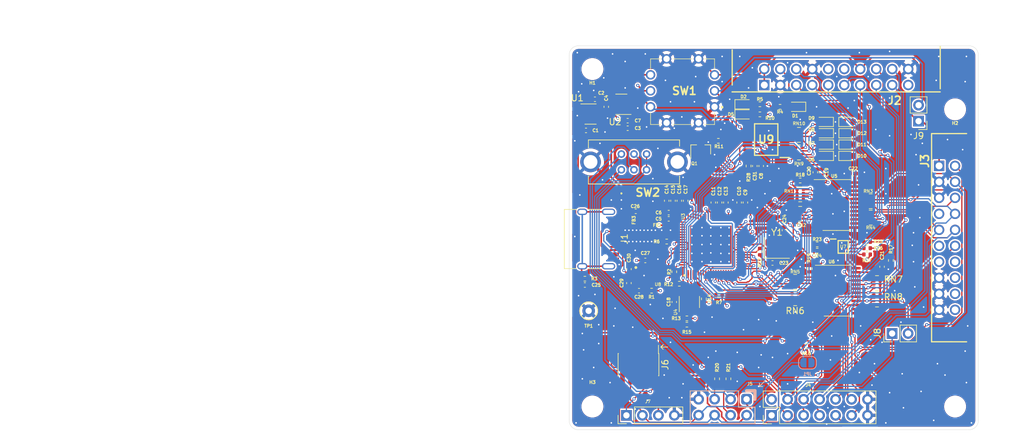
<source format=kicad_pcb>
(kicad_pcb (version 20221018) (generator pcbnew)
  (title_block (title "Serberus") (date "2024-02-02") (rev "V2.1") (comment 1 "Copyright 2024 Patrick Kiley") (comment 2 "Licensed under CC-BY-SA 4.0"))
  (layers (0 "F.Cu" signal) (1 "In1.Cu" power "GND") (2 "In2.Cu" power "PWR") (31 "B.Cu" signal) (34 "B.Paste" user) (35 "F.Paste" user) (36 "B.SilkS" user "B.Silkscreen") (37 "F.SilkS" user "F.Silkscreen") (38 "B.Mask" user) (39 "F.Mask" user) (44 "Edge.Cuts" user))
  (net 0 "")
  (net 1 "+5V")
  (net 2 "GND")
  (net 3 "+1V8")
  (net 4 "+3V3")
  (net 5 "Net-(U3-VCC_USB)")
  (net 6 "Net-(U3-VCORE_1)")
  (net 7 "VREF")
  (net 8 "Net-(U3-OSCI)")
  (net 9 "Net-(U3-OSCO)")
  (net 10 "Net-(J1-SHIELD)")
  (net 11 "Net-(U8-CB)")
  (net 12 "Net-(J1-CC2)")
  (net 13 "Net-(J1-CC1)")
  (net 14 "Net-(D1-A)")
  (net 15 "Net-(D2-K)")
  (net 16 "Net-(D2-A)")
  (net 17 "/~{ENABLE}")
  (net 18 "Net-(D5-A)")
  (net 19 "Net-(D6-A)")
  (net 20 "Net-(D7-A)")
  (net 21 "Net-(D8-A)")
  (net 22 "Net-(D9-A)")
  (net 23 "Net-(D10-A)")
  (net 24 "Net-(D11-A)")
  (net 25 "Net-(D12-A)")
  (net 26 "Net-(D13-A)")
  (net 27 "/VBUS")
  (net 28 "Net-(RN9-R4.2)")
  (net 29 "Net-(RN9-R3.2)")
  (net 30 "Net-(RN9-R2.2)")
  (net 31 "Net-(RN9-R1.2)")
  (net 32 "Net-(RN10-R4.2)")
  (net 33 "Net-(RN10-R3.2)")
  (net 34 "Net-(RN10-R2.2)")
  (net 35 "Net-(RN10-R1.2)")
  (net 36 "/EECLK")
  (net 37 "/EECS")
  (net 38 "/EEDATA")
  (net 40 "/USB_DP")
  (net 42 "/USB_DN")
  (net 44 "VTARGET")
  (net 45 "/UARTA_TX")
  (net 46 "/ICE_CDONE")
  (net 47 "/~{UARTA_RTS}")
  (net 48 "/~{UARTA_CTS}")
  (net 49 "/~{UARTA_DTR}")
  (net 50 "/~{UARTA_DSR}")
  (net 51 "/~{UARTA_DCD}")
  (net 52 "/CS")
  (net 53 "/CLK")
  (net 54 "/CIPO")
  (net 55 "/UARTA_RX")
  (net 56 "/COPI")
  (net 57 "/xPB4")
  (net 58 "/xPB5")
  (net 67 "/UARTC_TX")
  (net 68 "/UARTC_RX")
  (net 69 "/UARTD_TX")
  (net 70 "/UARTD_RX")
  (net 73 "/CORTEX_PIN2")
  (net 74 "Net-(J5-Pin_4)")
  (net 75 "/DI")
  (net 76 "/SWDIO")
  (net 77 "Net-(U8-FAULTB)")
  (net 78 "Net-(U3-REF)")
  (net 79 "Net-(U3-RESET#)")
  (net 80 "Net-(U4-DO)")
  (net 81 "Net-(U5-DIR)")
  (net 82 "Net-(U6-DIR)")
  (net 83 "/BD5")
  (net 84 "/BD7")
  (net 85 "/CD0")
  (net 86 "/DD0")
  (net 87 "Net-(U7-B1)")
  (net 88 "Net-(U7-B2)")
  (net 89 "Net-(U7-DIR)")
  (net 90 "/BD1")
  (net 91 "/BD0")
  (net 92 "/BD3")
  (net 93 "/BD4")
  (net 94 "/AD4")
  (net 95 "/AD2")
  (net 96 "/AD0")
  (net 97 "Net-(RN3-R1.1)")
  (net 98 "Net-(RN3-R3.1)")
  (net 99 "Net-(RN3-R2.1)")
  (net 100 "Net-(RN3-R4.1)")
  (net 101 "Net-(RN4-R1.1)")
  (net 102 "Net-(RN4-R3.1)")
  (net 103 "Net-(RN4-R2.1)")
  (net 104 "Net-(RN4-R4.1)")
  (net 105 "/AD1")
  (net 106 "/AD5")
  (net 107 "/AD3")
  (net 108 "/AD6")
  (net 109 "Net-(RN5-R2.2)")
  (net 110 "Net-(RN5-R1.2)")
  (net 111 "Net-(RN5-R3.2)")
  (net 112 "Net-(RN5-R4.2)")
  (net 113 "/BD2")
  (net 114 "/CD1")
  (net 115 "/BD6")
  (net 116 "/DD1")
  (net 117 "Net-(RN6-R2.2)")
  (net 118 "Net-(RN6-R1.2)")
  (net 119 "Net-(RN6-R3.2)")
  (net 120 "Net-(RN6-R4.2)")
  (net 121 "Net-(J5-Pin_5)")
  (net 149 "/CC2")
  (net 151 "/CC1")
  (footprint "Resistor_SMD:R_0402_1005Metric" (layer "F.Cu") (at 170.6 103.6 -90)
    (fp_text reference "R17")
    (fp_text value "1M")
  )
  (footprint "Resistor_SMD:R_0402_1005Metric" (layer "F.Cu") (at 137 107.3)
    (fp_text reference "R12")
    (fp_text value "10k")
  )
  (footprint "Capacitor_SMD:C_0402_1005Metric" (layer "F.Cu") (at 135.315 97 180)
    (fp_text reference "C5")
    (fp_text value "100n")
  )
  (footprint "Capacitor_SMD:C_0402_1005Metric" (layer "F.Cu") (at 158.6 89.6 90)
    (fp_text reference "C20")
    (fp_text value "100n")
  )
  (footprint "Capacitor_SMD:C_0402_1005Metric" (layer "F.Cu") (at 128.8 82.6)
    (fp_text reference "C3")
    (fp_text value "2u2")
  )
  (footprint "Serberus:R_Array_Convex_4x0402_RoundRect" (layer "F.Cu") (at 155.4 109.6)
    (fp_text reference "RN6")
    (fp_text value "100")
  )
  (footprint "TestPoint:TestPoint_Keystone_5000-5004_Miniature" (layer "F.Cu") (at 122.6 111.6)
    (fp_text reference "TP1")
    (fp_text value "GND")
  )
  (footprint "Capacitor_SMD:C_0402_1005Metric" (layer "F.Cu") (at 137 94.12 -90)
    (fp_text reference "C16")
    (fp_text value "100n")
  )
  (footprint "Serberus:SOP50P310X90-8N" (layer "F.Cu") (at 163.025 101.45)
    (fp_text reference "U7")
    (fp_text value "SN74LVC2T45DCUR" hide)
  )
  (footprint "Serberus:SOT-23-6_RoundRect" (layer "F.Cu") (at 138.6 110.2 90)
    (fp_text reference "U4")
    (fp_text value "93LC66BT-I/OT")
  )
  (footprint "Resistor_SMD:R_0402_1005Metric" (layer "F.Cu") (at 166.825 101.65 180)
    (fp_text reference "R26")
    (fp_text value "100")
  )
  (footprint "LED_SMD:LED_0603_1608Metric" (layer "F.Cu") (at 163.825 83.4)
    (fp_text reference "D12")
    (fp_text value "RED")
  )
  (footprint "LED_SMD:LED_0603_1608Metric" (layer "F.Cu") (at 163.8125 81.6)
    (fp_text reference "D13")
    (fp_text value "GREEN")
  )
  (footprint "Capacitor_SMD:C_0402_1005Metric" (layer "F.Cu") (at 130.6 108.4)
    (fp_text reference "C28")
    (fp_text value ".1u")
  )
  (footprint "Resistor_SMD:R_0402_1005Metric" (layer "F.Cu") (at 144.8 122.4 -90)
    (fp_text reference "R21")
    (fp_text value "10k")
  )
  (footprint "LED_SMD:LED_0603_1608Metric" (layer "F.Cu") (at 163.8125 87)
    (fp_text reference "D10")
    (fp_text value "RED")
  )
  (footprint "Serberus:R_Array_Convex_4x0402_RoundRect" (layer "F.Cu") (at 156 83.65 180)
    (fp_text reference "RN10")
    (fp_text value "330")
  )
  (footprint "MountingHole:MountingHole_3.2mm_M3_ISO7380" (layer "F.Cu") (at 180.8 126.8)
    (fp_text reference "H4" hide)
    (fp_text value "MountingHole")
  )
  (footprint "Serberus:R_Array_Convex_4x0402_RoundRect" (layer "F.Cu") (at 167.4 96.8)
    (fp_text reference "RN4")
    (fp_text value "100")
  )
  (footprint "Resistor_SMD:R_0402_1005Metric" (layer "F.Cu") (at 149.8 78.8 180)
    (fp_text reference "R5")
    (fp_text value "330")
  )
  (footprint "Capacitor_SMD:C_0402_1005Metric" (layer "F.Cu") (at 153.7 98.8 90)
    (fp_text reference "C24")
    (fp_text value "30pF")
  )
  (footprint "Serberus:Crystal_SMD_3225-4Pin_3.2x2.5mm_RoundRect" (layer "F.Cu") (at 152.5 101.6)
    (fp_text reference "Y1")
    (fp_text value "12MHz")
  )
  (footprint "Resistor_SMD:R_0402_1005Metric" (layer "F.Cu") (at 122 106.5 180)
    (fp_text reference "R3")
    (fp_text value "1M")
  )
  (footprint "Capacitor_SMD:C_0402_1005Metric" (layer "F.Cu") (at 135.315 96 180)
    (fp_text reference "C6")
    (fp_text value "2u2")
  )
  (footprint "Capacitor_SMD:C_0402_1005Metric" (layer "F.Cu") (at 142.4 94.4 90)
    (fp_text reference "C11")
    (fp_text value "100n")
  )
  (footprint "Serberus:SOT-23_RoundRect" (layer "F.Cu") (at 140.4 86 90)
    (fp_text reference "Q1")
    (fp_text value "BSH103")
  )
  (footprint "Connector_PinHeader_2.54mm:PinHeader_1x04_P2.54mm_Vertical" (layer "F.Cu") (at 128.6 128.2 90)
    (fp_text reference "J7")
    (fp_text value "I2C")
  )
  (footprint "Capacitor_SMD:C_0402_1005Metric" (layer "F.Cu") (at 146.5 94.4 90)
    (fp_text reference "C10")
    (fp_text value "2u2")
  )
  (footprint "Resistor_SMD:R_0402_1005Metric" (layer "F.Cu") (at 158.9 102.05 180)
    (fp_text reference "R24")
    (fp_text value "100k")
  )
  (footprint "Resistor_SMD:R_0402_1005Metric" (layer "F.Cu") (at 153 79.2)
    (fp_text reference "R4")
    (fp_text value "330")
  )
  (footprint "Resistor_SMD:R_0402_1005Metric" (layer "F.Cu") (at 149.8 80.4)
    (fp_text reference "R10")
    (fp_text value "330")
  )
  (footprint "Resistor_SMD:R_0402_1005Metric" (layer "F.Cu") (at 136.2 105.4 90)
    (fp_text reference "R2")
    (fp_text value "10k")
  )
  (footprint "Capacitor_SMD:C_0402_1005Metric" (layer "F.Cu") (at 125.4 79.2 90)
    (fp_text reference "C4")
    (fp_text value "2u2")
  )
  (footprint "Capacitor_SMD:C_0402_1005Metric" (layer "F.Cu") (at 122 107.5 180)
    (fp_text reference "C25")
    (fp_text value "NF")
  )
  (footprint "Capacitor_SMD:C_0402_1005Metric" (layer "F.Cu") (at 123.6 78 180)
    (fp_text reference "C2")
    (fp_text value "2u2")
  )
  (footprint "Inductor_SMD:L_0402_1005Metric" (layer "F.Cu") (at 135.315 98)
    (fp_text reference "FB1")
    (fp_text value "600R, 0.5A")
  )
  (footprint "LED_SMD:LED_0603_1608Metric" (layer "F.Cu") (at 160 83.4 180)
    (fp_text reference "D8")
    (fp_text value "RED")
  )
  (footprint "Serberus:R_Array_Convex_4x0402_RoundRect" (layer "F.Cu") (at 167.4 94.2)
    (fp_text reference "RN3")
    (fp_text value "100")
  )
  (footprint "Resistor_SMD:R_0402_1005Metric" (layer "F.Cu") (at 157.2 117.2 180)
    (fp_text reference "R16")
    (fp_text value "330")
  )
  (footprint "Serberus:PinHeader_2x04_P2.54mm_Vertical" (layer "F.Cu") (at 147.6855 125.6395 -90)
    (fp_text reference "J5")
    (fp_text value "SPI")
  )
  (footprint "Resistor_SMD:R_0402_1005Metric" (layer "F.Cu") (at 140.9 109.7 90)
    (fp_text reference "R14")
    (fp_text value "10k")
  )
  (footprint "Serberus:RHDRRA20W64P254_2X10_3306X885X910P" (layer "F.Cu") (at 178.26 88.58 -90)
    (fp_text reference "J3")
    (fp_text value "SWD/JTAG2" hide)
  )
  (footprint "Capacitor_SMD:C_0402_1005Metric" (layer "F.Cu") (at 138 94.12 -90)
    (fp_text reference "C17")
    (fp_text value "100n")
  )
  (footprint "Resistor_SMD:R_0402_1005Metric" (layer "F.Cu") (at 149.8 102.2 90)
    (fp_text reference "R22")
    (fp_text value "2k2")
  )
  (footprint "Package_SO:TSSOP-24_4.4x7.8mm_P0.65mm" (layer "F.Cu") (at 162.2 108.4)
    (fp_text reference "U6")
    (fp_text value "SN74LVC8T245")
  )
  (footprint "Serberus:R_Array_Convex_4x0402_RoundRect" (layer "F.Cu") (at 156.2 96.2)
    (fp_text reference "RN2")
    (fp_text value "100k")
  )
  (footprint "Connector_PinHeader_2.54mm:PinHeader_1x02_P2.54mm_Vertical" (layer "F.Cu") (at 170.8 115.2 90)
    (fp_text reference "J8")
    (fp_text value "iCE40")
  )
  (footprint "MountingHole:MountingHole_3.2mm_M3_ISO7380" (layer "F.Cu") (at 123.2 126.8)
    (fp_text reference "H3")
    (fp_text value "MountingHole")
  )
  (footprint "Capacitor_SMD:C_0402_1005Metric" (layer "F.Cu") (at 150 88.6 -90)
    (fp_text reference "C8")
    (fp_text value "100n")
  )
  (footprint "Serberus:R_Array_Convex_4x0402_RoundRect" (layer "F.Cu") (at 168.4 107.2)
    (fp_text reference "RN7")
    (fp_text value "100k")
  )
  (footprint "Resistor_SMD:R_0402_1005Metric" (layer "F.Cu") (at 132.6 108.4)
    (fp_text reference "R1")
    (fp_text value "10k")
  )
  (footprint "LED_SMD:LED_0603_1608Metric" (layer "F.Cu") (at 155.6 79.2 180)
    (fp_text reference "D1")
    (fp_text value "YELLOW")
  )
  (footprint "LED_SMD:LED_0603_1608Metric" (layer "F.Cu") (at 159.9875 81.6 180)
    (fp_text reference "D9")
    (fp_text value "GREEN")
  )
  (footprint "MountingHole:MountingHole_3.2mm_M3_ISO7380" (layer "F.Cu") (at 180.8 79.6)
    (fp_text reference "H2")
    (fp_text value "MountingHole")
  )
  (footprint "Resistor_SMD:R_0402_1005Metric" (layer "F.Cu") (at 158.9 101.05 180)
    (fp_text reference "R23")
    (fp_text value "100k")
  )
  (footprint "Capacitor_SMD:C_0402_1005Metric" (layer "F.Cu") (at 164.6 89.8 180)
    (fp_text reference "C22")
    (fp_text value "100n")
  )
  (footprint "Resistor_SMD:R_0402_1005Metric" (layer "F.Cu") (at 138.2 112.8 180)
    (fp_text reference "R13")
    (fp_text value "10k")
  )
  (footprint "Resistor_SMD:R_0402_1005Metric" (layer "F.Cu") (at 166.825 100.65 180)
    (fp_text reference "R25")
    (fp_text value "100")
  )
  (footprint "Resistor_SMD:R_0402_1005Metric" (layer "F.Cu") (at 143 122.4 90)
    (fp_text reference "R20")
    (fp_text value "10k")
  )
  (footprint "Serberus:SOP65P640X110-16N" (layer "F.Cu") (at 150.8 84.4 180)
    (fp_text reference "U9")
    (fp_text value "74HCT595PW-Q100,11" hide)
  )
  (footprint "Connector_PinHeader_2.54mm:PinHeader_2x07_P2.54mm_Vertical" (layer "F.Cu") (at 151.66 128.2 90)
    (fp_text reference "J4")
    (fp_text value "LA")
  )
  (footprint "Serberus:SOT-23-5_RoundRect" (layer "F.Cu") (at 127.7925 78.8 180)
    (fp_text reference "U2")
    (fp_text value "AP7365-33")
  )
  (footprint "Resistor_SMD:R_0402_1005Metric" (layer "F.Cu") (at 157.7 104.9 90)
    (fp_text reference "R19")
    (fp_text value "10k")
  )
  (footprint "Serberus:USB_C_Receptacle_HRO_TYPE-C-31-M-12" (layer "F.Cu") (at 122.64 100.2 -90)
    (fp_text reference "J1")
    (fp_text value "USB_C_Receptacle_USB2.0")
  )
  (footprint "Inductor_SMD:L_0402_1005Metric" (layer "F.Cu") (at 128.6 97.2 -90)
    (fp_text reference "FB3")
    (fp_text value "600R, 0.5A")
  )
  (footprint "Capacitor_SMD:C_0402_1005Metric" (layer "F.Cu") (at 159.6 89.6 90)
    (fp_text reference "C19")
    (fp_text value "100n")
  )
  (footprint "Resistor_SMD:R_0402_1005Metric" (layer "F.Cu") (at 143.2 84.6)
    (fp_text reference "R11")
    (fp_text value "10k")
  )
  (footprint "Serberus:SSSF021500" (layer "F.Cu") (at 127.8 89.2)
    (fp_text reference "SW2")
    (fp_text value "MODE" hide)
  )
  (footprint "Capacitor_SMD:C_0402_1005Metric" (layer "F.Cu") (at 129 107.2 90)
    (fp_text reference "C29")
    (fp_text value "330p")
  )
  (footprint "Serberus:NR01105ANG132A" (layer "F.Cu") (at 137.515 76.66 180)
    (fp_text reference "SW1")
    (fp_text value "TARGET" hide)
  )
  (footprint "LED_SMD:LED_0603_1608Metric" (layer "F.Cu") (at 160 85.2 180)
    (fp_text reference "D7")
    (fp_text value "GREEN")
  )
  (footprint "LED_SMD:LED_0603_1608Metric" (layer "F.Cu") (at 163.825 85.2)
    (fp_text reference "D11")
    (fp_text value "GREEN")
  )
  (footprint "Serberus:QFN40P900X900X100-77N-D" (layer "F.Cu") (at 142.007467 101.100757 90)
    (fp_text reference "U3")
    (fp_text value "FT4233HPQ" hide)
  )
  (footprint "Serberus:QFN45P200X200X65-13N" (layer "F.Cu") (at 131.4 106.075)
    (fp_text reference "U8")
    (fp_text value "DPO2036DBB-7" hide)
  )
  (footprint "Serberus:R_Array_Convex_4x0402_RoundRect" (layer "F.Cu") (at 156 86.45 180)
    (fp_text reference "RN9")
    (fp_text value "330")
  )
  (footprint "Package_SO:TSSOP-24_4.4x7.8mm_P0.65mm" (layer "F.Cu") (at 162 94.8)
    (fp_text reference "U5")
    (fp_text value "SN74LVC8T245")
  )
  (footprint "LED_SMD:LED_0603_1608Metric" (layer "F.Cu") (at 160 87 180)
    (fp_text reference "D6")
    (fp_text value "RED")
  )
  (footprint "Capacitor_SMD:C_0402_1005Metric" (layer "F.Cu") (at 122.18 82.95)
    (fp_text reference "C1")
    (fp_text value "2u2")
  )
  (footprint "Serberus:R_Array_Convex_4x0402_RoundRect" (layer "F.Cu") (at 156.2 93.1)
    (fp_text reference "RN1")
    (fp_text value "100k")
  )
  (footprint "Resistor_SMD:R_0402_1005Metric" (layer "F.Cu") (at 148 88.6 90)
    (fp_text reference "R28")
    (fp_text value "10k")
  )
  (footprint "Resistor_SMD:R_0402_1005Metric" (layer "F.Cu") (at 135 100.6)
    (fp_text reference "R6")
    (fp_text value "12k, 1%")
  )
  (footprint "Capacitor_SMD:C_0402_1005Metric" (layer "F.Cu") (at 169.2 104.6 -90)
    (fp_text reference "C21")
    (fp_text value "100n")
  )
  (footprint "Serberus:R_Array_Convex_4x0402_RoundRect" (layer "F.Cu") (at 155.4 107)
    (fp_text reference "RN5")
    (fp_text value "100")
  )
  (footprint "Capacitor_SMD:C_0402_1005Metric" (layer "F.Cu") (at 135 94.12 -90)
    (fp_text reference "C14")
    (fp_text value "100n")
  )
  (footprint "Serberus:RHDRRA20W64P254_2X10_3306X885X910P" (layer "F.Cu") (at 150.5 75.74)
    (fp_text reference "J2")
    (fp_text value "UART 1,3,4" hide)
  )
  (footprint "Capacitor_SMD:C_0402_1005Metric" (layer "F.Cu") (at 131.6 103.6)
    (fp_text reference "C27")
    (fp_text value "1u")
  )
  (footprint "Capacitor_SMD:C_0402_1005Metric" (layer "F.Cu") (at 128.8 81.4)
    (fp_text reference "C7")
    (fp_text value "100n")
  )
  (footprint "Capacitor_SMD:C_0402_1005Metric" (layer "F.Cu") (at 147.5 94.4 90)
    (fp_text reference "C9")
    (fp_text value "2u2")
  )
  (footprint "Capacitor_SMD:C_0402_1005Metric" (layer "F.Cu") (at 136.2 110.2 -90)
    (fp_text reference "C18")
    (fp_text value "100n")
  )
  (footprint "Capacitor_SMD:C_0402_1005Metric" (layer "F.Cu") (at 130.08 95.8)
    (fp_text reference "C26")
    (fp_text value "100n")
  )
  (footprint "Resistor_SMD:R_0402_1005Metric" (layer "F.Cu") (at 143.3 109.1 180)
    (fp_text reference "R7")
    (fp_text value "10k")
  )
  (footprint "Resistor_SMD:R_0402_1005Metric" (layer "F.Cu") (at 138.2 113.8 180)
    (fp_text reference "R15")
    (fp_text value "2.2k")
  )
  (footprint "Resistor_SMD:R_0402_1005Metric" (layer "F.Cu") (at 166.825 102.65 180)
    (fp_text reference "R27")
    (fp_text value "10k")
  )
  (footprint "Capacitor_SMD:C_0402_1005Metric" (layer "F.Cu") (at 143.4 94.4 90)
    (fp_text reference "C12")
    (fp_text value "100n")
  )
  (footprint "LED_SMD:LED_0603_1608Metric" (layer "F.Cu") (at 147.3125 80.4005)
    (fp_text reference "D5")
    (fp_text value "GREEN")
  )
  (footprint "Capacitor_SMD:C_0402_1005Metric" (layer "F.Cu") (at 149 88.6 -90)
    (fp_text reference "C31")
    (fp_text value "100n")
  )
  (footprint "Serberus:SOT-23-5_RoundRect" (layer "F.Cu") (at 122.9 80.35)
    (fp_text reference "U1")
    (fp_text value "AP7365-18")
  )
  (footprint "LED_SMD:LED_0603_1608Metric" (layer "F.Cu") (at 147.3125 78.8005)
    (fp_text reference "D2")
    (fp_text value "BLUE")
  )
  (footprint "Capacitor_SMD:C_0402_1005Metric" (layer "F.Cu") (at 129 104.98 -90)
    (fp_text reference "C30")
    (fp_text value "330p")
  )
  (footprint "Serberus:PinHeader_2x05_P1.27mm_Vertical_SMD" (layer "F.Cu") (at 130.515685 120.15 -90)
    (fp_text reference "J6")
    (fp_text value "CORTEX")
  )
  (footprint "Connector_PinHeader_2.54mm:PinHeader_1x02_P2.54mm_Vertical" (layer "F.Cu") (at 175 81.475 180)
    (fp_text reference "J9")
    (fp_text value "V_Merge")
  )
  (footprint "Serberus:R_Array_Convex_4x0402_RoundRect" (layer "F.Cu") (at 168.4 109.8)
    (fp_text reference "RN8")
    (fp_text value "100k")
  )
  (footprint "Capacitor_SMD:C_0402_1005Metric" (layer "F.Cu") (at 151.8 104)
    (fp_text reference "C23")
    (fp_text value "30pF")
  )
  (footprint "MountingHole:MountingHole_3.2mm_M3_ISO7380" (layer "F.Cu") (at 123.2 73.2)
    (fp_text reference "H1")
    (fp_text value "MountingHole")
  )
  (footprint "Capacitor_SMD:C_0402_1005Metric" (layer "F.Cu") (at 136 94.12 -90)
    (fp_text reference "C15")
    (fp_text value "100n")
  )
  (footprint "Capacitor_SMD:C_0402_1005Metric" (layer "F.Cu") (at 144.4 94.4 90)
    (fp_text reference "C13")
    (fp_text value "100n")
  )
  (footprint "Resistor_SMD:R_0402_1005Metric" (layer "F.Cu") (at 156.2 90.9)
    (fp_text reference "R18")
    (fp_text value "10k")
  )
  (footprint "Jumper:SolderJumper-2_P1.3mm_Open_RoundedPad1.0x1.5mm" (layer "B.Cu") (at 157.35 119.85)
    (fp_text reference "JP1")
    (fp_text value "HACK")
  )
  (gr_arc (start 119.5 71) (mid 119.93934 69.93934) (end 121 69.5) (stroke (width 0.05)) (layer "Edge.Cuts"))
  (gr_arc (start 121 130.5) (mid 119.93934 130.06066) (end 119.5 129) (stroke (width 0.05)) (layer "Edge.Cuts"))
  (gr_arc (start 184.5 129) (mid 184.06066 130.06066) (end 183 130.5) (stroke (width 0.05)) (layer "Edge.Cuts"))
  (gr_line (start 119.5 71) (end 119.5 129) (stroke (width 0.05)) (layer "Edge.Cuts"))
  (gr_arc (start 183 69.5) (mid 184.06066 69.93934) (end 184.5 71) (stroke (width 0.05)) (layer "Edge.Cuts"))
  (gr_line (start 121 130.5) (end 183 130.5) (stroke (width 0.05)) (layer "Edge.Cuts"))
  (gr_line (start 184.5 129) (end 184.5 71) (stroke (width 0.05)) (layer "Edge.Cuts"))
  (gr_line (start 183 69.5) (end 121 69.5) (stroke (width 0.05)) (layer "Edge.Cuts"))
  (segment (start 128.693782 79.75) (end 128.8925 79.75) (width 0.25) (layer "F.Cu") (net 1))
  (segment (start 121.7 81.4) (end 121.8 81.3) (width 0.25) (layer "F.Cu") (net 1))
  (segment (start 143.575 86.025) (end 145.4 84.2) (width 0.25) (layer "F.Cu") (net 1))
  (segment (start 122.4 81.9) (end 127.82 81.9) (width 0.25) (layer "F.Cu") (net 1))
  (segment (start 129.6 93.8) (end 126.2 90.4) (width 0.25) (layer "F.Cu") (net 1))
  (segment (start 128.8925 79.75) (end 129.091218 79.75) (width 0.25) (layer "F.Cu") (net 1))
  (segment (start 146.975 82.775) (end 146.6 82.4) (width 0.25) (layer "F.Cu") (net 1))
  (segment (start 147.862 82.775) (end 146.975 82.775) (width 0.25) (layer "F.Cu") (net 1))
  (segment (start 144.675983 89.475983) (end 143.575 88.375) (width 0.25) (layer "F.Cu") (net 1))
  (segment (start 148 86.813) (end 147.862 86.675) (width 0.25) (layer "F.Cu") (net 1))
  (segment (start 150 88.12) (end 148.03 88.12) (width 0.25) (layer "F.Cu") (net 1))
  (segment (start 128.8925 77.85) (end 128.693782 77.85) (width 0.25) (layer "F.Cu") (net 1))
  (segment (start 128 79.056218) (end 128.693782 79.75) (width 0.25) (layer "F.Cu") (net 1))
  (segment (start 127.82 81.9) (end 128.32 81.4) (width 0.25) (layer "F.Cu") (net 1))
  (segment (start 121.998718 79.4) (end 122.8 80.201282) (width 0.25) (layer "F.Cu") (net 1))
  (segment (start 128.32 81.4) (end 128.32 80.3225) (width 0.25) (layer "F.Cu") (net 1))
  (segment (start 121.8 81.3) (end 122.4 81.9) (width 0.25) (layer "F.Cu") (net 1))
  (segment (start 126.2 84.72) (end 128.32 82.6) (width 0.25) (layer "F.Cu") (net 1))
  (segment (start 122.8 80.498718) (end 121.998718 81.3) (width 0.25) (layer "F.Cu") (net 1))
  (segment (start 121.998718 81.3) (end 121.8 81.3) (width 0.25) (layer "F.Cu") (net 1))
  (segment (start 148.03 88.12) (end 148 88.09) (width 0.25) (layer "F.Cu") (net 1))
  (segment (start 128.693782 77.85) (end 128 78.543782) (width 0.25) (layer "F.Cu") (net 1))
  (segment (start 122.8 80.201282) (end 122.8 80.498718) (width 0.25) (layer "F.Cu") (net 1))
  (segment (start 129.615 95.7) (end 128.6 96.715) (width 0.25) (layer "F.Cu") (net 1))
  (segment (start 126.2 90.4) (end 126.2 84.72) (width 0.25) (layer "F.Cu") (net 1))
  (segment (start 132.435 79.2) (end 131.085 77.85) (width 0.25) (layer "F.Cu") (net 1))
  (segment (start 146.614017 89.475983) (end 144.675983 89.475983) (width 0.25) (layer "F.Cu") (net 1))
  (segment (start 148 88.09) (end 146.614017 89.475983) (width 0.25) (layer "F.Cu") (net 1))
  (segment (start 145.4 84.2) (end 145.4 81.2) (width 0.25) (layer "F.Cu") (net 1))
  (segment (start 131.085 77.85) (end 128.8925 77.85) (width 0.25) (layer "F.Cu") (net 1))
  (segment (start 129.25 77.85) (end 128.8925 77.85) (width 0.25) (layer "F.Cu") (net 1))
  (segment (start 143.575 88.375) (end 143.575 86.025) (width 0.25) (layer "F.Cu") (net 1))
  (segment (start 121.7 82.95) (end 121.7 81.4) (width 0.25) (layer "F.Cu") (net 1))
  (segment (start 148 88.09) (end 148 86.813) (width 0.25) (layer "F.Cu") (net 1))
  (segment (start 121.8 79.4) (end 121.998718 79.4) (width 0.25) (layer "F.Cu") (net 1))
  (segment (start 128.32 81.4) (end 128.32 82.6) (width 0.25) (layer "F.Cu") (net 1))
  (segment (start 128 78.543782) (end 128 79.056218) (width 0.25) (layer "F.Cu") (net 1))
  (segment (start 128.32 80.3225) (end 128.8925 79.75) (width 0.25) (layer "F.Cu") (net 1))
  (segment (start 129.6 95.8) (end 129.6 93.8) (width 0.25) (layer "F.Cu") (net 1))
  (via (at 145.4 81.2) (size 0.5) (drill 0.25) (layers "F.Cu" "B.Cu") (net 1))
  (via (at 146.6 82.4) (size 0.5) (drill 0.25) (layers "F.Cu" "B.Cu") (net 1))
  (segment (start 145.4 81.2) (end 145.2 81) (width 0.25) (layer "B.Cu") (net 1))
  (segment (start 145.2 81) (end 142 81) (width 0.25) (layer "B.Cu") (net 1))
  (segment (start 132.835 79.6) (end 132.435 79.2) (width 0.25) (layer "B.Cu") (net 1))
  (segment (start 142 81) (end 140.6 79.6) (width 0.25) (layer "B.Cu") (net 1))
  (segment (start 146.6 82.4) (end 145.4 81.2) (width 0.25) (layer "B.Cu") (net 1))
  (segment (start 140.6 79.6) (end 132.835 79.6) (width 0.25) (layer "B.Cu") (net 1))
  (segment (start 127.8 96) (end 127.8 95.4) (width 0.25) (layer "F.Cu") (net 2))
  (segment (start 163.0375 85.2) (end 162.925 85.2) (width 0.2) (layer "F.Cu") (net 2))
  (segment (start 162.6875 87.15) (end 163.0375 86.8) (width 0.2) (layer "F.Cu") (net 2))
  (segment (start 131.625 105.025) (end 131.625 104.975) (width 0.25) (layer "F.Cu") (net 2))
  (segment (start 126.685 96.95) (end 126.85 96.95) (width 0.25) (layer "F.Cu") (net 2))
  (segment (start 146.5 93.92) (end 148.42 93.92) (width 0.25) (layer "F.Cu") (net 2))
  (segment (start 127.975685 118.824315) (end 128 118.8) (width 0.2) (layer "F.Cu") (net 2))
  (segment (start 170.6 104.11) (end 170.6 104.6) (width 0.25) (layer "F.Cu") (net 2))
  (segment (start 163.0375 85.2) (end 162 85.2) (width 0.25) (layer "F.Cu") (net 2))
  (segment (start 157.68 89.12) (end 157.6 89.2) (width 0.25) (layer "F.Cu") (net 2))
  (segment (start 136.68 110.2) (end 138.3 110.2) (width 0.25) (layer "F.Cu") (net 2))
  (segment (start 153.7 102.45) (end 153.7 103.5) (width 0.25) (layer "F.Cu") (net 2))
  (segment (start 127.4468 104.2468) (end 127.4468 104.2118) (width 0.25) (layer "F.Cu") (net 2))
  (segment (start 151.3 99.702116) (end 151.3 100.55) (width 0.25) (layer "F.Cu") (net 2))
  (segment (start 160.7875 85.2) (end 162 85.2) (width 0.25) (layer "F.Cu") (net 2))
  (segment (start 128 118.8) (end 128 117.8) (width 0.2) (layer "F.Cu") (net 2))
  (segment (start 159.6 89.12) (end 158.6 89.12) (width 0.25) (layer "F.Cu") (net 2))
  (segment (start 163.025 87) (end 161.8 87) (width 0.25) (layer "F.Cu") (net 2))
  (segment (start 148.245537 100.300757) (end 146.457467 100.300757) (width 0.2) (layer "F.Cu") (net 2))
  (segment (start 138.6 110.5) (end 138.6 111.3) (width 0.25) (layer "F.Cu") (net 2))
  (segment (start 169.2 105.08) (end 170.12 105.08) (width 0.25) (layer "F.Cu") (net 2))
  (segment (start 150 89.08) (end 150.52 89.08) (width 0.25) (layer "F.Cu") (net 2))
  (segment (start 152.48 98.32) (end 152.4 98.4) (width 0.25) (layer "F.Cu") (net 2))
  (segment (start 127.4468 104.2118) (end 126.685 103.45) (width 0.25) (layer "F.Cu") (net 2))
  (segment (start 170.6 104.6) (end 170.2 105) (width 0.25) (layer "F.Cu") (net 2))
  (segment (start 136 94.6) (end 135 94.6) (width 0.2) (layer "F.Cu") (net 2))
  (segment (start 153.2 104) (end 153.3 103.9) (width 0.25) (layer "F.Cu") (net 2))
  (segment (start 142.4 93.92) (end 145.42 93.92) (width 0.25) (layer "F.Cu") (net 2))
  (segment (start 138.28 94.6) (end 138 94.6) (width 0.2) (layer "F.Cu") (net 2))
  (segment (start 138.3 110.2) (end 138.6 110.5) (width 0.25) (layer "F.Cu") (net 2))
  (segment (start 138 94.6) (end 137 94.6) (width 0.2) (layer "F.Cu") (net 2))
  (segment (start 142.156684 106.550283) (end 142.407467 106.2995) (width 0.2) (layer "F.Cu") (net 2))
  (segment (start 163.0375 83.4) (end 161.8 83.4) (width 0.25) (layer "F.Cu") (net 2))
  (segment (start 141.8 84.6) (end 141.6 84.8) (width 0.25) (layer "F.Cu") (net 2))
  (segment (start 139.207467 96.650757) (end 139.207467 95.807467) (width 0.2) (layer "F.Cu") (net 2))
  (segment (start 164.12 89.8) (end 163.2 89.8) (width 0.25) (layer "F.Cu") (net 2))
  (segment (start 170.12 105.08) (end 170.2 105) (width 0.25) (layer "F.Cu") (net 2))
  (segment (start 131.625 104.975) (end 132.08 104.52) (width 0.25) (layer "F.Cu") (net 2))
  (segment (start 129.8 78.8) (end 130.4 79.4) (width 0.25) (layer "F.Cu") (net 2))
  (segment (start 153.7 103.5) (end 153.3 103.9) (width 0.25) (layer "F.Cu") (net 2))
  (segment (start 160.7875 83.4) (end 161.8 83.4) (width 0.25) (layer "F.Cu") (net 2))
  (segment (start 150.52 89.08) (end 151 88.6) (width 0.25) (layer "F.Cu") (net 2))
  (segment (start 146.525 77.2005) (end 146.325 77.4005) (width 0.25) (layer "F.Cu") (net 2))
  (segment (start 148.9505 99.595794) (end 148.245537 100.300757) (width 0.2) (layer "F.Cu") (net 2))
  (segment (start 148.42 93.92) (end 148.5 94) (width 0.25) (layer "F.Cu") (net 2))
  (segment (start 132.2 103.72) (end 132.08 103.6) (width 0.25) (layer "F.Cu") (net 2))
  (segment (start 121.8 80.35) (end 121.05 80.35) (width 0.25) (layer "F.Cu") (net 2))
  (segment (start 142.407467 106.2995) (end 142.407467 105.550757) (width 0.2) (layer "F.Cu") (net 2))
  (segment (start 139.207467 106.458351) (end 139.207467 105.550757) (width 0.2) (layer "F.Cu") (net 2))
  (segment (start 126.85 96.95) (end 127.8 96) (width 0.25) (layer "F.Cu") (net 2))
  (segment (start 151.3 100.55) (end 151.5 100.75) (width 0.25) (layer "F.Cu") (net 2))
  (segment (start 160.7875 87) (end 161.8 87) (width 0.25) (layer "F.Cu") (net 2))
  (segment (start 142.69 84.6) (end 141.8 84.6) (width 0.25) (layer "F.Cu") (net 2))
  (segment (start 163.025 81.6) (end 161.8 81.6) (width 0.25) (layer "F.Cu") (net 2))
  (segment (start 149 89.08) (end 150 89.08) (width 0.25) (layer "F.Cu") (net 2))
  (segment (start 128.8925 78.8) (end 129.8 78.8) (width 0.25) (layer "F.Cu") (net 2))
  (segment (start 139.581336 106.83222) (end 139.207467 106.458351) (width 0.2) (layer "F.Cu") (net 2))
  (segment (start 121.05 80.35) (end 120.8 80.6) (width 0.25) (layer "F.Cu") (net 2))
  (segment (start 158.6 89.12) (end 157.68 89.12) (width 0.25) (layer "F.Cu") (net 2))
  (segment (start 145.42 93.92) (end 145.5 94) (width 0.25) (layer "F.Cu") (net 2))
  (segment (start 160.775 81.6) (end 161.8 81.6) (width 0.25) (layer "F.Cu") (net 2))
  (segment (start 153.7 98.32) (end 152.48 98.32) (width 0.25) (layer "F.Cu") (net 2))
  (segment (start 139.207467 95.807467) (end 138.8 95.4) (width 0.2) (layer "F.Cu") (net 2))
  (segment (start 152.28 104) (end 153.2 104) (width 0.25) (layer "F.Cu") (net 2))
  (segment (start 132.08 104.52) (end 132.08 103.6) (width 0.25) (layer "F.Cu") (net 2))
  (segment (start 137 94.6) (end 136 94.6) (width 0.2) (layer "F.Cu") (net 2))
  (segment (start 136.2 110.68) (end 136.68 110.2) (width 0.25) (layer "F.Cu") (net 2))
  (via (at 147.2 114.6) (size 0.5) (drill 0.25) (layers "F.Cu" "B.Cu") (net 2))
  (via (at 137.6 123.2) (size 0.5) (drill 0.25) (layers "F.Cu" "B.Cu") (net 2))
  (via (at 139.2 120.2) (size 0.5) (drill 0.25) (layers "F.Cu" "B.Cu") (net 2))
  (via (at 130.4 79.4) (size 0.5) (drill 0.25) (layers "F.Cu" "B.Cu") (net 2))
  (via (at 160.6 127) (size 0.5) (drill 0.25) (layers "F.Cu" "B.Cu") (net 2))
  (via (at 130.8 98.8) (size 0.5) (drill 0.25) (layers "F.Cu" "B.Cu") (net 2))
  (via (at 170.4 83.8) (size 0.5) (drill 0.25) (layers "F.Cu" "B.Cu") (net 2))
  (via (at 142 99.7) (size 0.5) (drill 0.25) (layers "F.Cu" "B.Cu") (net 2))
  (via (at 154.2 123.2) (size 0.5) (drill 0.25) (layers "F.Cu" "B.Cu") (net 2))
  (via (at 129.6 98.8) (size 0.5) (drill 0.25) (layers "F.Cu" "B.Cu") (net 2))
  (via (at 165.6 121.4) (size 0.5) (drill 0.25) (layers "F.Cu" "B.Cu") (net 2))
  (via (at 169.8 89) (size 0.5) (drill 0.25) (layers "F.Cu" "B.Cu") (net 2))
  (via (at 163.2 95.8) (size 0.5) (drill 0.25) (layers "F.Cu" "B.Cu") (net 2))
  (via (at 182.4 75.2) (size 0.5) (drill 0.25) (layers "F.Cu" "B.Cu") (net 2))
  (via (at 121.6 122.4) (size 0.5) (drill 0.25) (layers "F.Cu" "B.Cu") (net 2))
  (via (at 152.4 98.4) (size 0.5) (drill 0.25) (layers "F.Cu" "B.Cu") (net 2))
  (via (at 139 98.381776) (size 0.5) (drill 0.25) (layers "F.Cu" "B.Cu") (net 2))
  (via (at 155.8 88.6) (size 0.5) (drill 0.25) (layers "F.Cu" "B.Cu") (net 2))
  (via (at 162 85.2) (size 0.5) (drill 0.25) (layers "F.Cu" "B.Cu") (net 2))
  (via (at 144.9 101.1) (size 0.5) (drill 0.25) (layers "F.Cu" "B.Cu") (net 2))
  (via (at 139.6 74.4) (size 0.5) (drill 0.25) (layers "F.Cu" "B.Cu") (net 2))
  (via (at 121.5 75.55) (size 0.5) (drill 0.25) (layers "F.Cu" "B.Cu") (net 2))
  (via (at 146.6 71.2) (size 0.5) (drill 0.25) (layers "F.Cu" "B.Cu") (net 2))
  (via (at 125 74.6) (size 0.5) (drill 0.25) (layers "F.Cu" "B.Cu") (net 2))
  (via (at 140.6 99.681776) (size 0.5) (drill 0.25) (layers "F.Cu" "B.Cu") (net 2))
  (via (at 162.2 103.6) (size 0.5) (drill 0.25) (layers "F.Cu" "B.Cu") (net 2))
  (via (at 161.4 96.2) (size 0.5) (drill 0.25) (layers "F.Cu" "B.Cu") (net 2))
  (via (at 128.4 98.8) (size 0.5) (drill 0.25) (layers "F.Cu" "B.Cu") (net 2))
  (via (at 133.6 85.8) (size 0.5) (drill 0.25) (layers "F.Cu" "B.Cu") (net 2))
  (via (at 130 127.2) (size 0.5) (drill 0.25) (layers "F.Cu" "B.Cu") (net 2))
  (via (at 178 120) (size 0.5) (drill 0.25) (layers "F.Cu" "B.Cu") (net 2))
  (via (at 134.8 75) (size 0.5) (drill 0.25) (layers "F.Cu" "B.Cu") (net 2))
  (via (at 143.6 99.681776) (size 0.5) (drill 0.25) (layers "F.Cu" "B.Cu") (net 2))
  (via (at 141 115) (size 0.5) (drill 0.25) (layers "F.Cu" "B.Cu") (net 2))
  (via (at 126.2 94) (size 0.5) (drill 0.25) (layers "F.Cu" "B.Cu") (net 2))
  (via (at 141.6 84.8) (size 0.5) (drill 0.25) (layers "F.Cu" "B.Cu") (net 2))
  (via (at 130 102) (size 0.5) (drill 0.25) (layers "F.Cu" "B.Cu") (net 2))
  (via (at 132.8 94.2) (size 0.5) (drill 0.25) (layers "F.Cu" "B.Cu") (net 2))
  (via (at 133.2 98.8) (size 0.5) (drill 0.25) (layers "F.Cu" "B.Cu") (net 2))
  (via (at 142 103.8) (size 0.5) (drill 0.25) (layers "F.Cu" "B.Cu") (net 2))
  (via (at 177.8 75) (size 0.5) (drill 0.25) (layers "F.Cu" "B.Cu") (net 2))
  (via (at 166.8 99.2) (size 0.5) (drill 0.25) (layers "F.Cu" "B.Cu") (net 2))
  (via (at 135.6 98.8) (size 0.5) (drill 0.25) (layers "F.Cu" "B.Cu") (net 2))
  (via (at 146.2 118.2) (size 0.5) (drill 0.25) (layers "F.Cu" "B.Cu") (net 2))
  (via (at 156.4 103.4) (size 0.5) (drill 0.25) (layers "F.Cu" "B.Cu") (net 2))
  (via (at 151.8 86) (size 0.5) (drill 0.25) (layers "F.Cu" "B.Cu") (net 2))
  (via (at 132 100.6) (size 0.5) (drill 0.25) (layers "F.Cu" "B.Cu") (net 2))
  (via (at 163.8 79.4) (size 0.5) (drill 0.25) (layers "F.Cu" "B.Cu") (net 2))
  (via (at 148 76.2) (size 0.5) (drill 0.25) (layers "F.Cu" "B.Cu") (net 2))
  (via (at 151.2 83) (size 0.5) (drill 0.25) (layers "F.Cu" "B.Cu") (net 2))
  (via (at 155.8 102) (size 0.5) (drill 0.25) (layers "F.Cu" "B.Cu") (net 2))
  (via (at 175.2 96.8) (size 0.5) (drill 0.25) (layers "F.Cu" "B.Cu") (net 2))
  (via (at 154.8 105) (size 0.5) (drill 0.25) (layers "F.Cu" "B.Cu") (net 2))
  (via (at 151.8 119) (size 0.5) (drill 0.25) (layers "F.Cu" "B.Cu") (net 2))
  (via (at 167.6 123.4) (size 0.5) (drill 0.25) (layers "F.Cu" "B.Cu") (net 2))
  (via (at 163.2 89.8) (size 0.5) (drill 0.25) (layers "F.Cu" "B.Cu") (net 2))
  (via (at 137.6 90.4) (size 0.5) (drill 0.25) (layers "F.Cu" "B.Cu") (net 2))
  (via (at 149.6 120.6) (size 0.5) (drill 0.25) (layers "F.Cu" "B.Cu") (net 2))
  (via (at 172.2 113.4) (size 0.5) (drill 0.25) (layers "F.Cu" "B.Cu") (net 2))
  (via (at 156.2 81.2) (size 0.5) (drill 0.25) (layers "F.Cu" "B.Cu") (net 2))
  (via (at 127.8 94) (size 0.5) (drill 0.25) (layers "F.Cu" "B.Cu") (net 2))
  (via (at 170.4 77.8) (size 0.5) (drill 0.25) (layers "F.Cu" "B.Cu") (net 2))
  (via (at 169.8 93) (size 0.5) (drill 0.25) (layers "F.Cu" "B.Cu") (net 2))
  (via (at 132.6 98.8) (size 0.5) (drill 0.25) (layers "F.Cu" "B.Cu") (net 2))
  (via (at 145.5 94) (size 0.5) (drill 0.25) (layers "F.Cu" "B.Cu") (net 2))
  (via (at 152.8 89) (size 0.5) (drill 0.25) (layers "F.Cu" "B.Cu") (net 2))
  (via (at 126.6 114) (size 0.5) (drill 0.25) (layers "F.Cu" "B.Cu") (net 2))
  (via (at 121 109.2) (size 0.5) (drill 0.25) (layers "F.Cu" "B.Cu") (net 2))
  (via (at 149.6 123.6) (size 0.5) (drill 0.25) (layers "F.Cu" "B.Cu") (net 2))
  (via (at 126.4 70.8) (size 0.5) (drill 0.25) (layers "F.Cu" "B.Cu") (net 2))
  (via (at 120.8 80.6) (size 0.5) (drill 0.25) (layers "F.Cu" "B.Cu") (net 2))
  (via (at 158.2 113.4) (size 0.5) (drill 0.25) (layers "F.Cu" "B.Cu") (net 2))
  (via (at 121.2 93.2) (size 0.5) (drill 0.25) (layers "F.Cu" "B.Cu") (net 2))
  (via (at 172.4 121.6) (size 0.5) (drill 0.25) (layers "F.Cu" "B.Cu") (net 2))
  (via (at 125.6 81) (size 0.5) (drill 0.25) (layers "F.Cu" "B.Cu") (net 2))
  (via (at 144.9 102.5) (size 0.5) (drill 0.25) (layers "F.Cu" "B.Cu") (net 2))
  (via (at 161.8 106) (size 0.5) (drill 0.25) (layers "F.Cu" "B.Cu") (net 2))
  (via (at 149.8 126.8) (size 0.5) (drill 0.25) (layers "F.Cu" "B.Cu") (net 2))
  (via (at 140.6 98.381776) (size 0.5) (drill 0.25) (layers "F.Cu" "B.Cu") (net 2))
  (via (at 161.8 87) (size 0.5) (drill 0.25) (layers "F.Cu" "B.Cu") (net 2))
  (via (at 151 88.6) (size 0.5) (drill 0.25) (layers "F.Cu" "B.Cu") (net 2))
  (via (at 131.4 100.6) (size 0.5) (drill 0.25) (layers "F.Cu" "B.Cu") (net 2))
  (via (at 120.6 129.4) (size 0.5) (drill 0.25) (layers "F.Cu" "B.Cu") (net 2))
  (via (at 175 91.6) (size 0.5) (drill 0.25) (layers "F.Cu" "B.Cu") (net 2))
  (via (at 167.4 116.2) (size 0.5) (drill 0.25) (layers "F.Cu" "B.Cu") (net 2))
  (via (at 143.6 98.381776) (size 0.5) (drill 0.25) (layers "F.Cu" "B.Cu") (net 2))
  (via (at 145 78) (size 0.5) (drill 0.25) (layers "F.Cu" "B.Cu") (net 2))
  (via (at 155.4 111.8) (size 0.5) (drill 0.25) (layers "F.Cu" "B.Cu") (net 2))
  (via (at 144.2 81.8) (size 0.5) (drill 0.25) (layers "F.Cu" "B.Cu") (net 2))
  (via (at 140.6 102.481776) (size 0.5) (drill 0.25) (layers "F.Cu" "B.Cu") (net 2))
  (via (at 162 74.4) (size 0.5) (drill 0.25) (layers "F.Cu" "B.Cu") (net 2))
  (via (at 142.8 118) (size 0.5) (drill 0.25) (layers "F.Cu" "B.Cu") (net 2))
  (via (at 177.4 129) (size 0.5) (drill 0.25) (layers "F.Cu" "B.Cu") (net 2))
  (via (at 154 95.6) (size 0.5) (drill 0.25) (layers "F.Cu" "B.Cu") (net 2))
  (via (at 148.6 73) (size 0.5) (drill 0.25) (layers "F.Cu" "B.Cu") (net 2))
  (via (at 182.8 114) (size 0.5) (drill 0.25) (layers "F.Cu" "B.Cu") (net 2))
  (via (at 166.4 89.6) (size 0.5) (drill 0.25) (layers "F.Cu" "B.Cu") (net 2))
  (via (at 156.2 104.6) (size 0.5) (drill 0.25) (layers "F.Cu" "B.Cu") (net 2))
  (via (at 158.8 79.2) (size 0.5) (drill 0.25) (layers "F.Cu" "B.Cu") (net 2))
  (via (at 132 98.8) (size 0.5) (drill 0.25) (layers "F.Cu" "B.Cu") (net 2))
  (via (at 129.6 100.6) (size 0.5) (drill 0.25) (layers "F.Cu" "B.Cu") (net 2))
  (via (at 170.2 105) (size 0.5) (drill 0.25) (layers "F.Cu" "B.Cu") (net 2))
  (via (at 169.8 129.4) (size 0.5) (drill 0.25) (layers "F.Cu" "B.Cu") (net 2))
  (via (at 162.8 101.8) (size 0.5) (drill 0.25) (layers "F.Cu" "B.Cu") (net 2))
  (via (at 182.4 118) (size 0.5) (drill 0.25) (layers "F.Cu" "B.Cu") (net 2))
  (via (at 174 101.2) (size 0.5) (drill 0.25) (layers "F.Cu" "B.Cu") (net 2))
  (via (at 157.2 70.6) (size 0.5) (drill 0.25) (layers "F.Cu" "B.Cu") (net 2))
  (via (at 125.2 83.2) (size 0.5) (drill 0.25) (layers "F.Cu" "B.Cu") (net 2))
  (via (at 132.8 90.6) (size 0.5) (drill 0.25) (layers "F.Cu" "B.Cu") (net 2))
  (via (at 124.8 90.8) (size 0.5) (drill 0.25) (layers "F.Cu" "B.Cu") (net 2))
  (via (at 134.4 112.8) (size 0.5) (drill 0.25) (layers "F.Cu" "B.Cu") (net 2))
  (via (at 175.8 111) (size 0.5) (drill 0.25) (layers "F.Cu" "B.Cu") (net 2))
  (via (at 139.4 78.4) (size 0.5) (drill 0.25) (layers "F.Cu" "B.Cu") (net 2))
  (via (at 182 86) (size 0.5) (drill 0.25) (layers "F.Cu" "B.Cu") (net 2))
  (via (at 128.4 72) (size 0.5) (drill 0.25) (layers "F.Cu" "B.Cu") (net 2))
  (via (at 154.2 72.2) (size 0.5) (drill 0.25) (layers "F.Cu" "B.Cu") (net 2))
  (via (at 136.2 82.6) (size 0.5) (drill 0.25) (layers "F.Cu" "B.Cu") (net 2))
  (via (at 175.6 85) (size 0.5) (drill 0.25) (layers "F.Cu" "B.Cu") (net 2))
  (via (at 171 101.6) (size 0.5) (drill 0.25) (layers "F.Cu" "B.Cu") (net 2))
  (via (at 127.4468 104.2468) (size 0.5) (drill 0.25) (layers "F.Cu" "B.Cu") (net 2))
  (via (at 135.4 125.4) (size 0.5) (drill 0.25) (layers "F.Cu" "B.Cu") (net 2))
  (via (at 149.4 95.2) (size 0.5) (drill 0.25) (layers "F.Cu" "B.Cu") (net 2))
  (via (at 149.6 113) (size 0.5) (drill 0.25) (layers "F.Cu" "B.Cu") (net 2))
  (via (at 138.8 95.4) (size 0.5) (drill 0.25) (layers "F.Cu" "B.Cu") (net 2))
  (via (at 142 98.4) (size 0.5) (drill 0.25) (layers "F.Cu" "B.Cu") (net 2))
  (via (at 137.4 125.4) (size 0.5) (drill 0.25) (layers "F.Cu" "B.Cu") (net 2))
  (via (at 142.2 112.6) (size 0.5) (drill 0.25) (layers "F.Cu" "B.Cu") (net 2))
  (via (at 123.4 120.6) (size 0.5) (drill 0.25) (layers "F.Cu" "B.Cu") (net 2))
  (via (at 128.4 100.6) (size 0.5) (drill 0.25) (layers "F.Cu" "B.Cu") (net 2))
  (via (at 172.6 127) (size 0.5) (drill 0.25) (layers "F.Cu" "B.Cu") (net 2))
  (via (at 130.8 100.6) (size 0.5) (drill 0.25) (layers "F.Cu" "B.Cu") (net 2))
  (via (at 183.4 129.4) (size 0.5) (drill 0.25) (layers "F.Cu" "B.Cu") (net 2))
  (via (at 130.2 100.6) (size 0.5) (drill 0.25) (layers "F.Cu" "B.Cu") (net 2))
  (via (at 143.8 71.2) (size 0.5) (drill 0.25) (layers "F.Cu" "B.Cu") (net 2))
  (via (at 178.2 71.2) (size 0.5) (drill 0.25) (layers "F.Cu" "B.Cu") (net 2))
  (via (at 161.8 83.4) (size 0.5) (drill 0.25) (layers "F.Cu" "B.Cu") (net 2))
  (via (at 161.2 93) (size 0.5) (drill 0.25) (layers "F.Cu" "B.Cu") (net 2))
  (via (at 173.8 83.6) (size 0.5) (drill 0.25) (layers "F.Cu" "B.Cu") (net 2))
  (via (at 150.6 93) (size 0.5) (drill 0.25) (layers "F.Cu" "B.Cu") (net 2))
  (via (at 174.2 103.8) (size 0.5) (drill 0.25) (layers "F.Cu" "B.Cu") (net 2))
  (via (at 165.8 114) (size 0.5) (drill 0.25) (layers "F.Cu" "B.Cu") (net 2))
  (via (at 168.2 82.8) (size 0.5) (drill 0.25) (layers "F.Cu" "B.Cu") (net 2))
  (via (at 134.2 98.8) (size 0.5) (drill 0.25) (layers "F.Cu" "B.Cu") (net 2))
  (via (at 124.2 116.8) (size 0.5) (drill 0.25) (layers "F.Cu" "B.Cu") (net 2))
  (via (at 179.2 121.8) (size 0.5) (drill 0.25) (layers "F.Cu" "B.Cu") (net 2))
  (via (at 129 98.8) (size 0.5) (drill 0.25) (layers "F.Cu" "B.Cu") (net 2))
  (via (at 164.8 78.2) (size 0.5) (drill 0.25) (layers "F.Cu" "B.Cu") (net 2))
  (via (at 139 99.681776) (size 0.5) (drill 0.25) (layers "F.Cu" "B.Cu") (net 2))
  (via (at 131.6 70.8) (size 0.5) (drill 0.25) (layers "F.Cu" "B.Cu") (net 2))
  (via (at 163.2 126.8) (size 0.5) (drill 0.25) (layers "F.Cu" "B.Cu") (net 2))
  (via (at 132.4 110.6) (size 0.5) (drill 0.25) (layers "F.Cu" "B.Cu") (net 2))
  (via (at 121.6 115.2) (size 0.5) (drill 0.25) (layers "F.Cu" "B.Cu") (net 2))
  (via (at 139 101.081776) (size 0.5) (drill 0.25) (layers "F.Cu" "B.Cu") (net 2))
  (via (at 161.2 115.6) (size 0.5) (drill 0.25) (layers "F.Cu" "B.Cu") (net 2))
  (via (at 153.3 103.9) (size 0.5) (drill 0.25) (layers "F.Cu" "B.Cu") (net 2))
  (via (at 143.6 101.081776) (size 0.5) (drill 0.25) (layers "F.Cu" "B.Cu") (net 2))
  (via (at 161.4 99.4) (size 0.5) (drill 0.25) (layers "F.Cu" "B.Cu") (net 2))
  (via (at 139.581336 106.83222) (size 0.5) (drill 0.25) (layers "F.Cu" "B.Cu") (net 2))
  (via (at 123.4 76.6) (size 0.5) (drill 0.25) (layers "F.Cu" "B.Cu") (net 2))
  (via (at 133.2 100.6) (size 0.5) (drill 0.25) (layers "F.Cu" "B.Cu") (net 2))
  (via (at 148.5 94) (size 0.5) (drill 0.25) (layers "F.Cu" "B.Cu") (net 2))
  (via (at 133.6 103.4) (size 0.5) (drill 0.25) (layers "F.Cu" "B.Cu") (net 2))
  (via (at 160.4 129.6) (size 0.5) (drill 0.25) (layers "F.Cu" "B.Cu") (net 2))
  (via (at 126.6 106.2) (size 0.5) (drill 0.25) (layers "F.Cu" "B.Cu") (net 2))
  (via (at 139 103.781776) (size 0.5) (drill 0.25) (layers "F.Cu" "B.Cu") (net 2))
  (via (at 170.4 124.6) (size 0.5) (drill 0.25) (layers "F.Cu" "B.Cu") (net 2))
  (via (at 179.6 84.4) (size 0.5) (drill 0.25) (layers "F.Cu" "B.Cu") (net 2))
  (via (at 171.4 78.8) (size 0.5) (drill 0.25) (layers "F.Cu" "B.Cu") (net 2))
  (via (at 182.6 123) (size 0.5) (drill 0.25) (layers "F.Cu" "B.Cu") (net 2))
  (via (at 137.4 80.8) (size 0.5) (drill 0.25) (layers "F.Cu" "B.Cu") (net 2))
  (via (at 123.6 109) (size 0.5) (drill 0.25) (layers "F.Cu" "B.Cu") (net 2))
  (via (at 126 123) (size 0.5) (drill 0.25) (layers "F.Cu" "B.Cu") (net 2))
  (via (at 139 102.481776) (size 0.5) (drill 0.25) (layers "F.Cu" "B.Cu") (net 2))
  (via (at 154.2 118.4) (size 0.5) (drill 0.25) (layers "F.Cu" "B.Cu") (net 2))
  (via (at 121.8 117.8) (size 0.5) (drill 0.25) (layers "F.Cu" "B.Cu") (net 2))
  (via (at 165.6 70.6) (size 0.5) (drill 0.25) (layers "F.Cu" "B.Cu") (net 2))
  (via (at 174.4 107.8) (size 0.5) (drill 0.25) (layers "F.Cu" "B.Cu") (net 2))
  (via (at 124.2 113.8) (size 0.5) (drill 0.25) (layers "F.Cu" "B.Cu") (net 2))
  (via (at 151.3 99.6) (size 0.5) (drill 0.25) (layers "F.Cu" "B.Cu") (net 2))
  (via (at 127.8 95.4) (size 0.5) (drill 0.25) (layers "F.Cu" "B.Cu") (net 2))
  (via (at 142.6 86.8) (size 0.5) (drill 0.25) (layers "F.Cu" "B.Cu") (net 2))
  (via (at 171.2 108.4) (size 0.5) (drill 0.25) (layers "F.Cu" "B.Cu") (net 2))
  (via (at 135.6 116.6) (size 0.5) (drill 0.25) (layers "F.Cu" "B.Cu") (net 2))
  (via (at 144.9 99.7) (size 0.5) (drill 0.25) (layers "F.Cu" "B.Cu") (net 2))
  (via (at 126.8 111.2) (size 0.5) (drill 0.25) (layers "F.Cu" "B.Cu") (net 2))
  (via (at 128.4 76.2) (size 0.5) (drill 0.25) (layers "F.Cu" "B.Cu") (net 2))
  (via (at 120.4 99.8) (size 0.5) (drill 0.25) (layers "F.Cu" "B.Cu") (net 2))
  (via (at 152.8 77.6) (size 0.5) (drill 0.25) (layers "F.Cu" "B.Cu") (net 2))
  (via (at 135.6 78.4) (size 0.5) (drill 0.25) (layers "F.Cu" "B.Cu") (net 2))
  (via (at 175.4 124.4) (size 0.5) (drill 0.25) (layers "F.Cu" "B.Cu") (net 2))
  (via (at 169.2 116.6) (size 0.5) (drill 0.25) (layers "F.Cu" "B.Cu") (net 2))
  (via (at 141.6 119) (size 0.5) (drill 0.25) (layers "F.Cu" "B.Cu") (net 2))
  (via (at 161 119.4) (size 0.5) (drill 0.25) (layers "F.Cu" "B.Cu") (net 2))
  (via (at 174.6 86.8) (size 0.5) (drill 0.25) (layers "F.Cu" "B.Cu") (net 2))
  (via (at 168 120) (size 0.5) (drill 0.25) (layers "F.Cu" "B.Cu") (net 2))
  (via (at 167 74.4) (size 0.5) (drill 0.25) (layers "F.Cu" "B.Cu") (net 2))
  (via (at 143.6 82.8) (size 0.5) (drill 0.25) (layers "F.Cu" "B.Cu") (net 2))
  (via (at 157.6 89.2) (size 0.5) (drill 0.25) (layers "F.Cu" "B.Cu") (net 2))
  (via (at 126.2 129.4) (size 0.5) (drill 0.25) (layers "F.Cu" "B.Cu") (net 2))
  (via (at 152.4 113.2) (size 0.5) (drill 0.25) (layers "F.Cu" "B.Cu") (net 2))
  (via (at 161.8 81.6) (size 0.5) (drill 0.25) (layers "F.Cu" "B.Cu") (net 2))
  (via (at 120.8 70.6) (size 0.5) (drill 0.25) (layers "F.Cu" "B.Cu") (net 2))
  (via (at 140.6 103.781776) (size 0.5) (drill 0.25) (layers "F.Cu" "B.Cu") (net 2))
  (via (at 144.9 98.4) (size 0.5) (drill 0.25) (layers "F.Cu" "B.Cu") (net 2))
  (via (at 131.4 106) (size 0.5) (drill 0.25) (layers "F.Cu" "B.Cu") (net 2))
  (via (at 142.8 88.8) (size 0.5) (drill 0.25) (layers "F.Cu" "B.Cu") (net 2))
  (via (at 129.6 114.2) (size 0.5) (drill 0.25) (layers "F.Cu" "B.Cu") (net 2))
  (via (at 143.8 75.2) (size 0.5) (drill 0.25) (layers "F.Cu" "B.Cu") (net 2))
  (via (at 120.4 84.6) (size 0.5) (drill 0.25) (layers "F.Cu" "B.Cu") (net 2))
  (via (at 182.6 71.2) (size 0.5) (drill 0.25) (layers "F.Cu" "B.Cu") (net 2))
  (via (at 170.4 70.4) (size 0.5) (drill 0.25) (layers "F.Cu" "B.Cu") (net 2))
  (via (at 142 102.4) (size 0.5) (drill 0.25) (layers "F.Cu" "B.Cu") (net 2))
  (via (at 150 118.6) (size 0.5) (drill 0.25) (layers "F.Cu" "B.Cu") (net 2))
  (via (at 131.8 82.4) (size 0.5) (drill 0.25) (layers "F.Cu" "B.Cu") (net 2))
  (via (at 132.6 100.6) (size 0.5) (drill 0.25) (layers "F.Cu" "B.Cu") (net 2))
  (via (at 162.8 100.8) (size 0.5) (drill 0.25) (layers "F.Cu" "B.Cu") (net 2))
  (via (at 143.6 102.481776) (size 0.5) (drill 0.25) (layers "F.Cu" "B.Cu") (net 2))
  (via (at 140.6 101.081776) (size 0.5) (drill 0.25) (layers "F.Cu" "B.Cu") (net 2))
  (via (at 124.4 85) (size 0.5) (drill 0.25) (layers "F.Cu" "B.Cu") (net 2))
  (via (at 134.6 121.8) (size 0.5) (drill 0.25) (layers "F.Cu" "B.Cu") (net 2))
  (via (at 142 101) (size 0.5) (drill 0.25) (layers "F.Cu" "B.Cu") (net 2))
  (via (at 143.6 103.781776) (size 0.5) (drill 0.25) (layers "F.Cu" "B.Cu") (net 2))
  (via (at 174.2 99.2) (size 0.5) (drill 0.25) (layers "F.Cu" "B.Cu") (net 2))
  (via (at 151.4 91) (size 0.5) (drill 0.25) (layers "F.Cu" "B.Cu") (net 2))
  (via (at 130.2 98.8) (size 0.5) (drill 0.25) (layers "F.Cu" "B.Cu") (net 2))
  (via (at 146.2 122.8) (size 0.5) (drill 0.25) (layers "F.Cu" "B.Cu") (net 2))
  (via (at 142.156684 106.550283) (size 0.5) (drill 0.25) (layers "F.Cu" "B.Cu") (net 2))
  (via (at 121 76.8) (size 0.5) (drill 0.25) (layers "F.Cu" "B.Cu") (net 2))
  (via (at 146.6 91) (size 0.5) (drill 0.25) (layers "F.Cu" "B.Cu") (net 2))
  (via (at 148.9505 99.595794) (size 0.5) (drill 0.25) (layers "F.Cu" "B.Cu") (net 2))
  (via (at 144.9 103.8) (size 0.5) (drill 0.25) (layers "F.Cu" "B.Cu") (net 2))
  (via (at 129 100.6) (size 0.5) (drill 0.25) (layers "F.Cu" "B.Cu") (net 2))
  (via (at 132 125.8) (size 0.5) (drill 0.25) (layers "F.Cu" "B.Cu") (net 2))
  (via (at 131.4 98.8) (size 0.5) (drill 0.25) (layers "F.Cu" "B.Cu") (net 2))
  (segment (start 124.1 79.3) (end 124 79.4) (width 0.25) (layer "F.Cu") (net 3))
  (segment (start 127.96 74.12) (end 132.435 74.12) (width 0.25) (layer "F.Cu") (net 3))
  (segment (start 124 79.4) (end 124 78.08) (width 0.25) (layer "F.Cu") (net 3))
  (segment (start 124.21 79.61) (end 124 79.4) (width 0.25) (layer "F.Cu") (net 3))
  (segment (start 124.08 78) (end 127.96 74.12) (width 0.25) (layer "F.Cu") (net 3))
  (segment (start 124 78.08) (end 124.08 78) (width 0.25) (layer "F.Cu") (net 3))
  (segment (start 161.45 100.7) (end 160.7 100.7) (width 0.25) (layer "F.Cu") (net 4))
  (segment (start 137.557467 100.700757) (end 136.499243 100.700757) (width 0.2) (layer "F.Cu") (net 4))
  (segment (start 158.39 102.8) (end 158.39 101.05) (width 0.2) (layer "F.Cu") (net 4))
  (segment (start 144.807467 96.650757) (end 144.807467 95.807467) (width 0.2) (layer "F.Cu") (net 4))
  (segment (start 138.4 101.683224) (end 138.4 100.91829) (width 0.2) (layer "F.Cu") (net 4))
  (segment (start 131.175 103.655) (end 131.12 103.6) (width 0.25) (layer "F.Cu") (net 4))
  (segment (start 139 94.4) (end 139 94) (width 0.25) (layer "F.Cu") (net 4))
  (segment (start 151.6 79.2) (end 152.49 79.2) (width 0.25) (layer "F.Cu") (net 4))
  (segment (start 144.807467 95.807467) (end 144.8 95.8) (width 0.25) (layer "F.Cu") (net 4))
  (segment (start 139 94) (end 138.64 93.64) (width 0.25) (layer "F.Cu") (net 4))
  (segment (start 150.31 78.8) (end 151.2 78.8) (width 0.2) (layer "F.Cu") (net 4))
  (segment (start 155.7 95.45) (end 155.7 97.7) (width 0.25) (layer "F.Cu") (net 4))
  (segment (start 140.9 110.21) (end 141.61 110.21) (width 0.2) (layer "F.Cu") (net 4))
  (segment (start 151.2 78.8) (end 151.6 79.2) (width 0.25) (layer "F.Cu") (net 4))
  (segment (start 147.300757 101.500757) (end 147.6 101.8) (width 0.2) (layer "F.Cu") (net 4))
  (segment (start 142.807467 106.796843) (end 142.807467 105.550757) (width 0.2) (layer "F.Cu") (net 4))
  (segment (start 139 94.4) (end 139.607467 95.007467) (width 0.2) (layer "F.Cu") (net 4))
  (segment (start 160.575 91.225) (end 160.6 91.2) (width 0.25) (layer "F.Cu") (net 4))
  (segment (start 131.175 105.025) (end 131.175 103.655) (width 0.25) (layer "F.Cu") (net 4))
  (segment (start 148.630878 99.030878) (end 147.760999 99.900757) (width 0.2) (layer "F.Cu") (net 4))
  (segment (start 137.65 109.1) (end 136.82 109.1) (width 0.25) (layer "F.Cu") (net 4))
  (segment (start 159.6 90.08) (end 159.6 90.2) (width 0.25) (layer "F.Cu") (net 4))
  (segment (start 146.457467 101.500757) (end 147.300757 101.500757) (width 0.2) (layer "F.Cu") (net 4))
  (segment (start 155.7 92.3) (end 154.8 91.4) (width 0.25) (layer "F.Cu") (net 4))
  (segment (start 131.26 76.66) (end 130.4 75.8) (width 0.25) (layer "F.Cu") (net 4))
  (segment (start 138.4 100.91829) (end 138.182467 100.700757) (width 0.2) (layer "F.Cu") (net 4))
  (segment (start 132.435 76.66) (end 131.26 76.66) (width 0.25) (layer "F.Cu") (net 4))
  (segment (start 126.6925 80.4925) (end 126.6925 79.75) (width 0.25) (layer "F.Cu") (net 4))
  (segment (start 159.1375 91.225) (end 160.575 91.225) (width 0.25) (layer "F.Cu") (net 4))
  (segment (start 133.11 108.4) (end 134 108.4) (width 0.25) (layer "F.Cu") (net 4))
  (segment (start 141.61 110.21) (end 141.7 110.3) (width 0.2) (layer "F.Cu") (net 4))
  (segment (start 126.6225 79.68) (end 126.6925 79.75) (width 0.25) (layer "F.Cu") (net 4))
  (segment (start 136.49 107.3) (end 136.49 106.2) (width 0.2) (layer "F.Cu") (net 4))
  (segment (start 159.3375 104.825) (end 159.3375 104.2625) (width 0.25) (layer "F.Cu") (net 4))
  (segment (start 136.499243 100.700757) (end 136.2 101) (width 0.2) (layer "F.Cu") (net 4))
  (segment (start 155.3 90.9) (end 154.8 91.4) (width 0.25) (layer "F.Cu") (net 4))
  (segment (start 160.7 100.7) (end 160.4 100.4) (width 0.25) (layer "F.Cu") (net 4))
  (segment (start 135 93.64) (end 138 93.64) (width 0.25) (layer "F.Cu") (net 4))
  (segment (start 134.83 98) (end 133.8 98) (width 0.25) (layer "F.Cu") (net 4))
  (segment (start 135.2 106.6) (end 135.89 105.91) (width 0.25) (layer "F.Cu") (net 4))
  (segment (start 138.182467 101.900757) (end 138.4 101.683224) (width 0.2) (layer "F.Cu") (net 4))
  (segment (start 147.760999 99.900757) (end 146.457467 99.900757) (width 0.2) (layer "F.Cu") (net 4))
  (segment (start 142.703439 106.900871) (end 142.807467 106.796843) (width 0.2) (layer "F.Cu") (net 4))
  (segment (start 159.3375 104.2625) (end 159.8 103.8) (width 0.25) (layer "F.Cu") (net 4))
  (segment (start 158.6 90.08) (end 159.6 90.08) (width 0.25) (layer "F.Cu") (net 4))
  (segment (start 155.69 90.9) (end 155.3 90.9) (width 0.25) (layer "F.Cu") (net 4))
  (segment (start 167.335 102.865) (end 167.335 102.65) (width 0.25) (layer "F.Cu") (net 4))
  (segment (start 166.8 103.4) (end 167.335 102.865) (width 0.25) (layer "F.Cu") (net 4))
  (segment (start 138.71 112.8) (end 139.5 112.8) (width 0.25) (layer "F.Cu") (net 4))
  (segment (start 143.81 109.1) (end 143.81 110.01) (width 0.2) (layer "F.Cu") (net 4))
  (segment (start 155.7 93.85) (end 155.7 92.3) (width 0.25) (layer "F.Cu") (net 4))
  (segment (start 136.82 109.1) (end 136.2 109.72) (width 0.25) (layer "F.Cu") (net 4))
  (segment (start 127.2 81) (end 126.6925 80.4925) (width 0.25) (layer "F.Cu") (net 4))
  (segment (start 125.4 79.68) (end 126.6225 79.68) (width 0.25) (layer "F.Cu") (net 4))
  (segment (start 143.81 110.01) (end 144.6 110.8) (width 0.2) (layer "F.Cu") (net 4))
  (segment (start 155.7 97.7) (end 156 98) (width 0.25) (layer "F.Cu") (net 4))
  (segment (start 131.12 103.6) (end 130.2 103.6) (width 0.25) (layer "F.Cu") (net 4))
  (segment (start 159.6 90.2) (end 160.6 91.2) (width 0.25) (layer "F.Cu") (net 4))
  (segment (start 137.557467 101.900757) (end 138.182467 101.900757) (width 0.2) (layer "F.Cu") (net 4))
  (segment (start 150.31 80.4) (end 151.4 80.4) (width 0.2) (layer "F.Cu") (net 4))
  (segment (start 138.182467 100.700757) (end 137.557467 100.700757) (width 0.2) (layer "F.Cu") (net 4))
  (segment (start 138.64 93.64) (end 138 93.64) (width 0.25) (layer "F.Cu") (net 4))
  (segment (start 135.89 105.91) (end 136.2 105.91) (width 0.25) (layer "F.Cu") (net 4))
  (segment (start 126.6425 79.8) (end 126.6925 79.75) (width 0.25) (layer "F.Cu") (net 4))
  (segment (start 136.49 106.2) (end 136.2 105.91) (width 0.2) (layer "F.Cu") (net 4))
  (segment (start 136.49 107.94) (end 137.65 109.1) (width 0.25) (layer "F.Cu") (net 4))
  (segment (start 139.607467 95.007467) (end 139.607467 96.650757) (width 0.2) (layer "F.Cu") (net 4))
  (segment (start 136.49 107.3) (end 136.49 107.94) (width 0.25) (layer "F.Cu") (net 4))
  (via (at 133.8 98) (size 0.5) (drill 0.25) (layers "F.Cu" "B.Cu") (net 4))
  (via (at 139 94.4) (size 0.5) (drill 0.25) (layers "F.Cu" "B.Cu") (net 4))
  (via (at 158.39 102.8) (size 0.5) (drill 0.25) (layers "F.Cu" "B.Cu") (net 4))
  (via (at 160.6 91.2) (size 0.5) (drill 0.25) (layers "F.Cu" "B.Cu") (net 4))
  (via (at 135.2 106.6) (size 0.5) (drill 0.25) (layers "F.Cu" "B.Cu") (net 4))
  (via (at 144.6 110.8) (size 0.5) (drill 0.25) (layers "F.Cu" "B.Cu") (net 4))
  (via (at 154.8 91.4) (size 0.5) (drill 0.25) (layers "F.Cu" "B.Cu") (net 4))
  (via (at 139.5 112.8) (size 0.5) (drill 0.25) (layers "F.Cu" "B.Cu") (net 4))
  (via (at 159.8 103.8) (size 0.5) (drill 0.25) (layers "F.Cu" "B.Cu") (net 4))
  (via (at 130.4 75.8) (size 0.5) (drill 0.25) (layers "F.Cu" "B.Cu") (net 4))
  (via (at 151.4 80.4) (size 0.5) (drill 0.25) (layers "F.Cu" "B.Cu") (net 4))
  (via (at 156 98) (size 0.5) (drill 0.25) (layers "F.Cu" "B.Cu") (net 4))
  (via (at 166.8 103.4) (size 0.5) (drill 0.25) (layers "F.Cu" "B.Cu") (net 4))
  (via (at 147.6 101.8) (size 0.5) (drill 0.25) (layers "F.Cu" "B.Cu") (net 4))
  (via (at 127.2 81) (size 0.5) (drill 0.25) (layers "F.Cu" "B.Cu") (net 4))
  (via (at 142.703439 106.900871) (size 0.5) (drill 0.25) (layers "F.Cu" "B.Cu") (net 4))
  (via (at 160.4 100.4) (size 0.5) (drill 0.25) (layers "F.Cu" "B.Cu") (net 4))
  (via (at 136.2 101) (size 0.5) (drill 0.25) (layers "F.Cu" "B.Cu") (net 4))
  (via (at 148.630878 99.030878) (size 0.5) (drill 0.25) (layers "F.Cu" "B.Cu") (net 4))
  (via (at 144.8 95.8) (size 0.5) (drill 0.25) (layers "F.Cu" "B.Cu") (net 4))
  (via (at 130.2 103.6) (size 0.5) (drill 0.25) (layers "F.Cu" "B.Cu") (net 4))
  (via (at 141.7 110.3) (size 0.5) (drill 0.25) (layers "F.Cu" "B.Cu") (net 4))
  (via (at 151.2 78.8) (size 0.5) (drill 0.25) (layers "F.Cu" "B.Cu") (net 4))
  (via (at 134 108.4) (size 0.5) (drill 0.25) (layers "F.Cu" "B.Cu") (net 4))
  (segment (start 135.8 98.01829) (end 135.8 98) (width 0.25) (layer "F.Cu") (net 5))
  (segment (start 136.882467 99.100757) (end 135.8 98.01829) (width 0.2) (layer "F.Cu") (net 5))
  (segment (start 135.8 96.005) (end 135.795 96) (width 0.25) (layer "F.Cu") (net 5))
  (segment (start 137.557467 99.100757) (end 136.882467 99.100757) (width 0.2) (layer "F.Cu") (net 5))
  (segment (start 135.8 98) (end 135.8 96.005) (width 0.25) (layer "F.Cu") (net 5))
  (segment (start 138.6 104.4) (end 141.4 104.4) (width 0.2) (layer "F.Cu") (net 6))
  (segment (start 142.4 94.88) (end 142.4 96.64329) (width 0.205232) (layer "F.Cu") (net 6))
  (segment (start 141.4 104.4) (end 142.007467 105.007467) (width 0.2) (layer "F.Cu") (net 6))
  (segment (start 137.557467 103.900757) (end 138.100757 103.900757) (width 0.2) (layer "F.Cu") (net 6))
  (segment (start 142.4 96.64329) (end 142.407467 96.650757) (width 0.205232) (layer "F.Cu") (net 6))
  (segment (start 146.457467 101.900757) (end 145.832467 101.900757) (width 0.2) (layer "F.Cu") (net 6))
  (segment (start 147.419243 99.500757) (end 146.457467 99.500757) (width 0.2) (layer "F.Cu") (net 6))
  (segment (start 148.3 98.62) (end 147.419243 99.500757) (width 0.2) (layer "F.Cu") (net 6))
  (segment (start 138.100757 103.900757) (end 138.6 104.4) (width 0.2) (layer "F.Cu") (net 6))
  (segment (start 145.832467 101.900757) (end 145.537467 101.605757) (width 0.2) (layer "F.Cu") (net 6))
  (segment (start 142.414934 104.6) (end 145.4 104.6) (width 0.2) (layer "F.Cu") (net 6))
  (segment (start 145.899243 99.500757) (end 146.457467 99.500757) (width 0.2) (layer "F.Cu") (net 6))
  (segment (start 145.537467 99.862533) (end 145.899243 99.500757) (width 0.2) (layer "F.Cu") (net 6))
  (segment (start 142.007467 105.007467) (end 142.414934 104.6) (width 0.2) (layer "F.Cu") (net 6))
  (segment (start 145.4 104.6) (end 145.537467 104.462533) (width 0.2) (layer "F.Cu") (net 6))
  (segment (start 148.3 95.68) (end 147.5 94.88) (width 0.25) (layer "F.Cu") (net 6))
  (segment (start 148.3 98.4) (end 148.3 98.62) (width 0.25) (layer "F.Cu") (net 6))
  (segment (start 142.4 94.88) (end 146.48 94.88) (width 0.25) (layer "F.Cu") (net 6))
  (segment (start 148.3 96.7) (end 148.3 95.68) (width 0.25) (layer "F.Cu") (net 6))
  (segment (start 145.537467 101.605757) (end 145.537467 99.862533) (width 0.2) (layer "F.Cu") (net 6))
  (segment (start 147.5 94.88) (end 146.5 94.88) (width 0.25) (layer "F.Cu") (net 6))
  (segment (start 145.537467 104.462533) (end 145.537467 102.262533) (width 0.2) (layer "F.Cu") (net 6))
  (segment (start 142.52 95) (end 142.4 94.88) (width 0.205232) (layer "F.Cu") (net 6))
  (segment (start 142.007467 105.007467) (end 142.007467 105.550757) (width 0.2) (layer "F.Cu") (net 6))
  (segment (start 145.537467 102.262533) (end 145.899243 101.900757) (width 0.2) (layer "F.Cu") (net 6))
  (segment (start 145.899243 101.900757) (end 146.457467 101.900757) (width 0.2) (layer "F.Cu") (net 6))
  (via (at 148.3 98.4) (size 0.5) (drill 0.25) (layers "F.Cu" "B.Cu") (net 6))
  (via (at 148.3 96.7) (size 0.5) (drill 0.25) (layers "F.Cu" "B.Cu") (net 6))
  (segment (start 148.3 98.4) (end 148.3 96.7) (width 0.25) (layer "B.Cu") (net 6))
  (segment (start 165.0625 104.825) (end 165.0625 105.475) (width 0.25) (layer "F.Cu") (net 7))
  (segment (start 162.4 92.8) (end 163.325 91.875) (width 0.25) (layer "F.Cu") (net 7))
  (segment (start 143.71 85.29) (end 143.2 85.8) (width 0.25) (layer "F.Cu") (net 7))
  (segment (start 164 100.7) (end 163.7 101) (width 0.25) (layer "F.Cu") (net 7))
  (segment (start 164.6 100.7) (end 164 100.7) (width 0.25) (layer "F.Cu") (net 7))
  (segment (start 160.125 88.4) (end 163.6 91.875) (width 0.25) (layer "F.Cu") (net 7))
  (segment (start 157.2 88.4) (end 160.125 88.4) (width 0.25) (layer "F.Cu") (net 7))
  (segment (start 168.575 105.475) (end 168.9 105.8) (width 0.25) (layer "F.Cu") (net 7))
  (segment (start 164.8625 90.0175) (end 165.08 89.8) (width 0.25) (layer "F.Cu") (net 7))
  (segment (start 163.325 91.875) (end 163.6 91.875) (width 0.25) (layer "F.Cu") (net 7))
  (segment (start 164.6 100.7) (end 162.4 98.5) (width 0.25) (layer "F.Cu") (net 7))
  (segment (start 143.71 84.6) (end 143.71 85.29) (width 0.25) (layer "F.Cu") (net 7))
  (segment (start 142.435 89.985) (end 155.615 89.985) (width 0.25) (layer "F.Cu") (net 7))
  (segment (start 169.2 104.12) (end 168.88 104.12) (width 0.25) (layer "F.Cu") (net 7))
  (segment (start 170.6 103.09) (end 170.23 103.09) (width 0.25) (layer "F.Cu") (net 7))
  (segment (start 170.23 103.09) (end 169.2 104.12) (width 0.25) (layer "F.Cu") (net 7))
  (segment (start 163.7 103.4625) (end 165.0625 104.825) (width 0.25) (layer "F.Cu") (net 7))
  (segment (start 163.7 101) (end 163.7 103.4625) (width 0.25) (layer "F.Cu") (net 7))
  (segment (start 155.615 89.985) (end 157.2 88.4) (width 0.25) (layer "F.Cu") (net 7))
  (segment (start 144 80) (end 139.45 84.55) (width 0.25) (layer "F.Cu") (net 7))
  (segment (start 140.65 85.8) (end 139.45 87) (width 0.25) (layer "F.Cu") (net 7))
  (segment (start 163.6 91.875) (end 164.8625 91.875) (width 0.25) (layer "F.Cu") (net 7))
  (segment (start 168.4 104.6) (end 168.4 105.3) (width 0.25) (layer "F.Cu") (net 7))
  (segment (start 168.88 104.12) (end 168.4 104.6) (width 0.25) (layer "F.Cu") (net 7))
  (segment (start 139.45 84.55) (end 139.45 87) (width 0.25) (layer "F.Cu") (net 7))
  (segment (start 168.4 105.3) (end 168.575 105.475) (width 0.25) (layer "F.Cu") (net 7))
  (segment (start 143.2 85.8) (end 140.65 85.8) (width 0.25) (layer "F.Cu") (net 7))
  (segment (start 164.8625 91.225) (end 164.8625 90.0175) (width 0.25) (layer "F.Cu") (net 7))
  (segment (start 165.0625 105.475) (end 168.575 105.475) (width 0.25) (layer "F.Cu") (net 7))
  (segment (start 144 78.065) (end 144 80) (width 0.25) (layer "F.Cu") (net 7))
  (segment (start 168.9 105.8) (end 168.9 110.55) (width 0.25) (layer "F.Cu") (net 7))
  (segment (start 139.45 87) (end 142.435 89.985) (width 0.25) (layer "F.Cu") (net 7))
  (segment (start 162.4 98.5) (end 162.4 92.8) (width 0.25) (layer "F.Cu") (net 7))
  (segment (start 142.595 76.66) (end 144 78.065) (width 0.25) (layer "F.Cu") (net 7))
  (segment (start 164.8625 91.875) (end 164.8625 91.225) (width 0.25) (layer "F.Cu") (net 7))
  (segment (start 174.6 71.4) (end 175.6 72.4) (width 0.25) (layer "B.Cu") (net 7))
  (segment (start 142.595 76.66) (end 143.65566 76.66) (width 0.25) (layer "B.Cu") (net 7))
  (segment (start 148.91566 71.4) (end 174.6 71.4) (width 0.25) (layer "B.Cu") (net 7))
  (segment (start 143.65566 76.66) (end 148.91566 71.4) (width 0.25) (layer "B.Cu") (net 7))
  (segment (start 175.6 72.4) (end 175.6 78.335) (width 0.25) (layer "B.Cu") (net 7))
  (segment (start 175.6 78.335) (end 175 78.935) (width 0.25) (layer "B.Cu") (net 7))
  (segment (start 151.32 104) (end 151.32 102.63) (width 0.2) (layer "F.Cu") (net 8))
  (segment (start 151.32 102.63) (end 151.5 102.45) (width 0.2) (layer "F.Cu") (net 8))
  (segment (start 146.457467 101.100757) (end 148.801617 101.100757) (width 0.205232) (layer "F.Cu") (net 8))
  (segment (start 148.902374 101) (end 150.05 101) (width 0.205232) (layer "F.Cu") (net 8))
  (segment (start 148.801617 101.100757) (end 148.902374 101) (width 0.205232) (layer "F.Cu") (net 8))
  (segment (start 150.05 101) (end 151.5 102.45) (width 0.205232) (layer "F.Cu") (net 8))
  (segment (start 151.508191 99.097384) (end 150.302616 99.097384) (width 0.205232) (layer "F.Cu") (net 9))
  (segment (start 153.7 99.22) (end 153.72 99.2) (width 0.205232) (layer "F.Cu") (net 9))
  (segment (start 153.72 99.2) (end 151.610807 99.2) (width 0.205232) (layer "F.Cu") (net 9))
  (segment (start 148.699243 100.700757) (end 146.457467 100.700757) (width 0.205232) (layer "F.Cu") (net 9))
  (segment (start 151.610807 99.2) (end 151.508191 99.097384) (width 0.205232) (layer "F.Cu") (net 9))
  (segment (start 150.302616 99.097384) (end 148.699243 100.700757) (width 0.205232) (layer "F.Cu") (net 9))
  (segment (start 153.7 100.75) (end 153.7 99.22) (width 0.205232) (layer "F.Cu") (net 9))
  (segment (start 121.49 104.62) (end 121.59 104.52) (width 0.25) (layer "F.Cu") (net 10))
  (segment (start 121.52 107.5) (end 121.52 106.53) (width 0.25) (layer "F.Cu") (net 10))
  (segment (start 121.59 104.52) (end 125.77 104.52) (width 0.25) (layer "F.Cu") (net 10))
  (segment (start 121.52 106.53) (end 121.49 106.5) (width 0.25) (layer "F.Cu") (net 10))
  (segment (start 125.77 95.88) (end 121.59 95.88) (width 0.25) (layer "F.Cu") (net 10))
  (segment (start 121.49 106.5) (end 121.49 104.62) (width 0.25) (layer "F.Cu") (net 10))
  (segment (start 121.59 95.88) (end 121.59 104.52) (width 0.25) (layer "B.Cu") (net 10))
  (segment (start 131.08 108.4) (end 131.08 107.22) (width 0.2) (layer "F.Cu") (net 11))
  (segment (start 131.08 107.22) (end 131.175 107.125) (width 0.2) (layer "F.Cu") (net 11))
  (segment (start 129.03 106.75) (end 129 106.72) (width 0.2) (layer "F.Cu") (net 12))
  (segment (start 130.3 106.75) (end 129.03 106.75) (width 0.2) (layer "F.Cu") (net 12))
  (segment (start 128.52 106.72) (end 127.4 105.6) (width 0.2) (layer "F.Cu") (net 12))
  (segment (start 127.4 105.6) (end 127.4 105) (width 0.2) (layer "F.Cu") (net 12))
  (segment (start 128 102.34) (end 127.61 101.95) (width 0.2) (layer "F.Cu") (net 12))
  (segment (start 127.61 101.95) (end 126.685 101.95) (width 0.2) (layer "F.Cu") (net 12))
  (segment (start 129 106.72) (end 128.52 106.72) (width 0.2) (layer "F.Cu") (net 12))
  (segment (start 127.4 105) (end 128 104.4) (width 0.2) (layer "F.Cu") (net 12))
  (segment (start 128 104.4) (end 128 102.34) (width 0.2) (layer "F.Cu") (net 12))
  (segment (start 128.2 105.2) (end 128.46 105.46) (width 0.2) (layer "F.Cu") (net 13))
  (segment (start 130.3 106.3) (end 129.84 106.3) (width 0.2) (layer "F.Cu") (net 13))
  (segment (start 128.46 105.46) (end 129 105.46) (width 0.2) (layer "F.Cu") (net 13))
  (segment (start 126.635 99) (end 126.685 98.95) (width 0.2) (layer "F.Cu") (net 13))
  (segment (start 125.5 99) (end 126.635 99) (width 0.2) (layer "F.Cu") (net 13))
  (segment (start 129.84 106.3) (end 129 105.46) (width 0.2) (layer "F.Cu") (net 13))
  (via (at 128.2 105.2) (size 0.5) (drill 0.25) (layers "F.Cu" "B.Cu") (net 13))
  (via (at 125.5 99) (size 0.5) (drill 0.25) (layers "F.Cu" "B.Cu") (net 13))
  (segment (start 125 99.5) (end 125.5 99) (width 0.2) (layer "B.Cu") (net 13))
  (segment (start 128.2 105.2) (end 128.2 103.7) (width 0.2) (layer "B.Cu") (net 13))
  (segment (start 128.2 103.7) (end 125 100.5) (width 0.2) (layer "B.Cu") (net 13))
  (segment (start 125 100.5) (end 125 99.5) (width 0.2) (layer "B.Cu") (net 13))
  (segment (start 153.51 79.2) (end 154.8125 79.2) (width 0.2) (layer "F.Cu") (net 14))
  (segment (start 146.525 78.8005) (end 146.1125 78.8005) (width 0.2) (layer "F.Cu") (net 15))
  (segment (start 145.9995 78.8005) (end 146.525 78.8005) (width 0.2) (layer "F.Cu") (net 15))
  (segment (start 142 83.4) (end 142 82.8) (width 0.2) (layer "F.Cu") (net 15))
  (segment (start 142 82.8) (end 145.9995 78.8005) (width 0.2) (layer "F.Cu") (net 15))
  (segment (start 140.4 85) (end 142 83.4) (width 0.2) (layer "F.Cu") (net 15))
  (segment (start 148.1 78.8005) (end 149.2895 78.8005) (width 0.2) (layer "F.Cu") (net 16))
  (segment (start 149.2895 78.8005) (end 149.29 78.8) (width 0.2) (layer "F.Cu") (net 16))
  (segment (start 146.05 80.8755) (end 146.05 84.455026) (width 0.2) (layer "F.Cu") (net 17))
  (segment (start 145.008363 89.100983) (end 145.422577 89.100983) (width 0.2) (layer "F.Cu") (net 17))
  (segment (start 146.525 80.4005) (end 146.05 80.8755) (width 0.2) (layer "F.Cu") (net 17))
  (segment (start 145.422577 89.100983) (end 145.8 88.72356) (width 0.2) (layer "F.Cu") (net 17))
  (segment (start 146.9245 84.725) (end 147.862 84.725) (width 0.2) (layer "F.Cu") (net 17))
  (segment (start 163.2 105.4) (end 163.925 106.125) (width 0.2) (layer "F.Cu") (net 17))
  (segment (start 163.925 106.125) (end 165.0625 106.125) (width 0.2) (layer "F.Cu") (net 17))
  (segment (start 145.8 88.72356) (end 145.8 88.4) (width 0.2) (layer "F.Cu") (net 17))
  (segment (start 143.95 88.04262) (end 145.008363 89.100983) (width 0.2) (layer "F.Cu") (net 17))
  (segment (start 144.8 87.4) (end 144.8 86.8495) (width 0.2) (layer "F.Cu") (net 17))
  (segment (start 146.05 84.455026) (end 143.95 86.555026) (width 0.2) (layer "F.Cu") (net 17))
  (segment (start 163.675 92.525) (end 163.2 93) (width 0.2) (layer "F.Cu") (net 17))
  (segment (start 144.8 86.8495) (end 146.9245 84.725) (width 0.2) (layer "F.Cu") (net 17))
  (segment (start 145.8 88.4) (end 144.8 87.4) (width 0.2) (layer "F.Cu") (net 17))
  (segment (start 136.789243 104.300757) (end 136.2 104.89) (width 0.2) (layer "F.Cu") (net 17))
  (segment (start 143.95 86.555026) (end 143.95 88.04262) (width 0.2) (layer "F.Cu") (net 17))
  (segment (start 137.557467 104.300757) (end 136.789243 104.300757) (width 0.2) (layer "F.Cu") (net 17))
  (segment (start 164.8625 92.525) (end 163.675 92.525) (width 0.2) (layer "F.Cu") (net 17))
  (via (at 163.2 105.4) (size 0.5) (drill 0.25) (layers "F.Cu" "B.Cu") (net 17))
  (via (at 136.789243 104.300757) (size 0.5) (drill 0.25) (layers "F.Cu" "B.Cu") (net 17))
  (via (at 163.2 93) (size 0.5) (drill 0.25) (layers "F.Cu" "B.Cu") (net 17))
  (via (at 144.8 87.4) (size 0.5) (drill 0.25) (layers "F.Cu" "B.Cu") (net 17))
  (segment (start 137.45 97.739745) (end 137.45 103.64) (width 0.2) (layer "B.Cu") (net 17))
  (segment (start 163.2 93) (end 164.34 94.14) (width 0.2) (layer "B.Cu") (net 17))
  (segment (start 144.8 87.4) (end 144.8 87.8) (width 0.2) (layer "B.Cu") (net 17))
  (segment (start 144.8 87.8) (end 139.55 93.05) (width 0.2) (layer "B.Cu") (net 17))
  (segment (start 164.34 94.14) (end 164.34 101.425578) (width 0.2) (layer "B.Cu") (net 17))
  (segment (start 163.2 93) (end 155.26 85.06) (width 0.2) (layer "B.Cu") (net 17))
  (segment (start 147.14 85.06) (end 144.8 87.4) (width 0.2) (layer "B.Cu") (net 17))
  (segment (start 163.597881 105.002119) (end 163.2 105.4) (width 0.2) (layer "B.Cu") (net 17))
  (segment (start 155.26 85.06) (end 147.14 85.06) (width 0.2) (layer "B.Cu") (net 17))
  (segment (start 139.55 95.639747) (end 137.45 97.739745) (width 0.2) (layer "B.Cu") (net 17))
  (segment (start 164.34 101.425578) (end 163.597881 102.167697) (width 0.2) (layer "B.Cu") (net 17))
  (segment (start 137.45 103.64) (end 136.789243 104.300757) (width 0.2) (layer "B.Cu") (net 17))
  (segment (start 163.597881 102.167697) (end 163.597881 105.002119) (width 0.2) (layer "B.Cu") (net 17))
  (segment (start 139.55 93.05) (end 139.55 95.639747) (width 0.2) (layer "B.Cu") (net 17))
  (segment (start 149.0895 80.4005) (end 149.09 80.4) (width 0.2) (layer "F.Cu") (net 18))
  (segment (start 148.1 80.4005) (end 149.0895 80.4005) (width 0.2) (layer "F.Cu") (net 18))
  (segment (start 159.0125 87.2) (end 159.2125 87) (width 0.2) (layer "F.Cu") (net 19))
  (segment (start 156.5 87.2) (end 159.0125 87.2) (width 0.2) (layer "F.Cu") (net 19))
  (segment (start 159.0157 85.3968) (end 159.2125 85.2) (width 0.2) (layer "F.Cu") (net 20))
  (segment (start 158.2 86.7005) (end 158.1005 86.8) (width 0.2) (layer "F.Cu") (net 20))
  (segment (start 158.1005 86.8) (end 156.844975 86.8) (width 0.2) (layer "F.Cu") (net 20))
  (segment (start 156.844975 86.8) (end 156.744975 86.7) (width 0.2) (layer "F.Cu") (net 20))
  (segment (start 159.1875 85.2) (end 159.2125 85.2) (width 0.2) (layer "F.Cu") (net 20))
  (segment (start 156.744975 86.7) (end 156.5 86.7) (width 0.2) (layer "F.Cu") (net 20))
  (segment (start 158.2032 85.3968) (end 159.0157 85.3968) (width 0.2) (layer "F.Cu") (net 20))
  (via (at 158.2 86.7005) (size 0.5) (drill 0.25) (layers "F.Cu" "B.Cu") (net 20))
  (via (at 158.2032 85.3968) (size 0.5) (drill 0.25) (layers "F.Cu" "B.Cu") (net 20))
  (segment (start 158.2 86.7005) (end 158.2 85.4) (width 0.2) (layer "B.Cu") (net 20))
  (segment (start 158.2 85.4) (end 158.2032 85.3968) (width 0.2) (layer "B.Cu") (net 20))
  (segment (start 156.745858 86.200883) (end 156.744975 86.2) (width 0.2) (layer "F.Cu") (net 21))
  (segment (start 157.594483 86.200883) (end 156.745858 86.200883) (width 0.2) (layer "F.Cu") (net 21))
  (segment (start 156.744975 86.2) (end 156.5 86.2) (width 0.2) (layer "F.Cu") (net 21))
  (segment (start 158.2 83.4) (end 159.2125 83.4) (width 0.2) (layer "F.Cu") (net 21))
  (via (at 158.2 83.4) (size 0.5) (drill 0.25) (layers "F.Cu" "B.Cu") (net 21))
  (via (at 157.594483 86.200883) (size 0.5) (drill 0.25) (layers "F.Cu" "B.Cu") (net 21))
  (segment (start 157.594483 84.005517) (end 158.2 83.4) (width 0.2) (layer "B.Cu") (net 21))
  (segment (start 157.594483 86.200883) (end 157.594483 84.005517) (width 0.2) (layer "B.Cu") (net 21))
  (segment (start 158.8 82) (end 159.2 81.6) (width 0.2) (layer "F.Cu") (net 22))
  (segment (start 158.2 82) (end 158.8 82) (width 0.2) (layer "F.Cu") (net 22))
  (segment (start 156.994968 85.7) (end 157.044284 85.650684) (width 0.2) (layer "F.Cu") (net 22))
  (segment (start 158.8625 81.45) (end 159.2125 81.8) (width 0.2) (layer "F.Cu") (net 22))
  (segment (start 156.5 85.7) (end 156.994968 85.7) (width 0.2) (layer "F.Cu") (net 22))
  (via (at 158.2 82) (size 0.5) (drill 0.25) (layers "F.Cu" "B.Cu") (net 22))
  (via (at 157.044284 85.650684) (size 0.5) (drill 0.25) (layers "F.Cu" "B.Cu") (net 22))
  (segment (start 157.044284 85.650684) (end 157.044284 83.155716) (width 0.2) (layer "B.Cu") (net 22))
  (segment (start 157.044284 83.155716) (end 158.2 82) (width 0.2) (layer "B.Cu") (net 22))
  (segment (start 158.1 86) (end 156.5 84.4) (width 0.2) (layer "F.Cu") (net 23))
  (segment (start 164.6 87) (end 163.6 86) (width 0.2) (layer "F.Cu") (net 23))
  (segment (start 163.6 86) (end 158.1 86) (width 0.2) (layer "F.Cu") (net 23))
  (segment (start 163.8125 84.2) (end 164.6125 85) (width 0.2) (layer "F.Cu") (net 24))
  (segment (start 158.2 84.2) (end 163.8125 84.2) (width 0.2) (layer "F.Cu") (net 24))
  (segment (start 156.5 83.9) (end 157.9 83.9) (width 0.2) (layer "F.Cu") (net 24))
  (segment (start 164.6125 85) (end 164.6125 85.2) (width 0.2) (layer "F.Cu") (net 24))
  (segment (start 157.9 83.9) (end 158.2 84.2) (width 0.2) (layer "F.Cu") (net 24))
  (segment (start 163.7125 82.5) (end 164.6125 83.4) (width 0.2) (layer "F.Cu") (net 25))
  (segment (start 157.2 83.4) (end 158.1 82.5) (width 0.2) (layer "F.Cu") (net 25))
  (segment (start 158.1 82.5) (end 163.7125 82.5) (width 0.2) (layer "F.Cu") (net 25))
  (segment (start 156.5 83.4) (end 157.2 83.4) (width 0.2) (layer "F.Cu") (net 25))
  (segment (start 158.9 80.5) (end 163.3125 80.5) (width 0.2) (layer "F.Cu") (net 26))
  (segment (start 156.5 82.9) (end 158.9 80.5) (width 0.2) (layer "F.Cu") (net 26))
  (segment (start 163.3125 80.5) (end 164.6125 81.8) (width 0.2) (layer "F.Cu") (net 26))
  (segment (start 124.6 99) (end 124.6 101.29) (width 0.25) (layer "F.Cu") (net 27))
  (segment (start 125.85 97.75) (end 124.6 99) (width 0.25) (layer "F.Cu") (net 27))
  (segment (start 128.535 97.75) (end 128.6 97.685) (width 0.25) (layer "F.Cu") (net 27))
  (segment (start 126.685 97.75) (end 128.535 97.75) (width 0.25) (layer "F.Cu") (net 27))
  (segment (start 124.6 101.29) (end 125.96 102.65) (width 0.25) (layer "F.Cu") (net 27))
  (segment (start 126.685 97.75) (end 125.85 97.75) (width 0.25) (layer "F.Cu") (net 27))
  (segment (start 125.96 102.65) (end 126.685 102.65) (width 0.25) (layer "F.Cu") (net 27))
  (segment (start 155.175 85.375) (end 155.5 85.7) (width 0.2) (layer "F.Cu") (net 28))
  (segment (start 153.738 85.375) (end 155.175 85.375) (width 0.2) (layer "F.Cu") (net 28))
  (segment (start 153.913 86.2) (end 155.5 86.2) (width 0.2) (layer "F.Cu") (net 29))
  (segment (start 153.738 86.025) (end 153.913 86.2) (width 0.2) (layer "F.Cu") (net 29))
  (segment (start 153.738 86.675) (end 155.475 86.675) (width 0.2) (layer "F.Cu") (net 30))
  (segment (start 155.475 86.675) (end 155.5 86.7) (width 0.2) (layer "F.Cu") (net 30))
  (segment (start 149.4 86.0595) (end 147.8965 86.0595) (width 0.2) (layer "F.Cu") (net 31))
  (segment (start 155.5 87.2) (end 155.2 87.2) (width 0.2) (layer "F.Cu") (net 31))
  (segment (start 155.2 87.2) (end 154.6 87.8) (width 0.2) (layer "F.Cu") (net 31))
  (segment (start 147.8965 86.0595) (end 147.862 86.025) (width 0.2) (layer "F.Cu") (net 31))
  (via (at 149.4 86.0595) (size 0.5) (drill 0.25) (layers "F.Cu" "B.Cu") (net 31))
  (via (at 154.6 87.8) (size 0.5) (drill 0.25) (layers "F.Cu" "B.Cu") (net 31))
  (segment (start 151.1405 87.8) (end 149.4 86.0595) (width 0.2) (layer "B.Cu") (net 31))
  (segment (start 154.6 87.8) (end 151.1405 87.8) (width 0.2) (layer "B.Cu") (net 31))
  (segment (start 155.375 82.775) (end 155.5 82.9) (width 0.2) (layer "F.Cu") (net 32))
  (segment (start 153.738 82.775) (end 155.375 82.775) (width 0.2) (layer "F.Cu") (net 32))
  (segment (start 153.738 83.425) (end 155.475 83.425) (width 0.2) (layer "F.Cu") (net 33))
  (segment (start 155.475 83.425) (end 155.5 83.4) (width 0.2) (layer "F.Cu") (net 33))
  (segment (start 155.475 83.925) (end 155.5 83.9) (width 0.2) (layer "F.Cu") (net 34))
  (segment (start 153.738 84.075) (end 154.525 84.075) (width 0.2) (layer "F.Cu") (net 34))
  (segment (start 154.7 83.9) (end 155.5 83.9) (width 0.2) (layer "F.Cu") (net 34))
  (segment (start 154.525 84.075) (end 154.7 83.9) (width 0.2) (layer "F.Cu") (net 34))
  (segment (start 153.738 84.725) (end 155.175 84.725) (width 0.2) (layer "F.Cu") (net 35))
  (segment (start 155.175 84.725) (end 155.5 84.4) (width 0.2) (layer "F.Cu") (net 35))
  (segment (start 138.294659 106.607467) (end 138.407467 106.607467) (width 0.2) (layer "F.Cu") (net 36))
  (segment (start 139.55 108.35) (end 139.55 109.1) (width 0.2) (layer "F.Cu") (net 36))
  (segment (start 138.259305 106.572113) (end 138.294659 106.607467) (width 0.2) (layer "F.Cu") (net 36))
  (segment (start 144.45 87.042893) (end 144.3 87.192893) (width 0.2) (layer "F.Cu") (net 36))
  (segment (start 139.55 109.1) (end 140.81 109.1) (width 0.2) (layer "F.Cu") (net 36))
  (segment (start 140.81 109.1) (end 140.9 109.19) (width 0.2) (layer "F.Cu") (net 36))
  (segment (start 138.360715 106.673523) (end 138.360715 107.160715) (width 0.2) (layer "F.Cu") (net 36))
  (segment (start 138.259305 106.572113) (end 138.360715 106.673523) (width 0.2) (layer "F.Cu") (net 36))
  (segment (start 144.3 87.685513) (end 145.21547 88.600983) (width 0.2) (layer "F.Cu") (net 36))
  (segment (start 144.3 87.192893) (end 144.3 87.685513) (width 0.2) (layer "F.Cu") (net 36))
  (segment (start 138.360715 107.160715) (end 139.55 108.35) (width 0.2) (layer "F.Cu") (net 36))
  (segment (start 144.45 86.55) (end 144.45 87.042893) (width 0.2) (layer "F.Cu") (net 36))
  (segment (start 146.4 84.6) (end 144.45 86.55) (width 0.2) (layer "F.Cu") (net 36))
  (segment (start 146.775 83.425) (end 146.4 83.8) (width 0.2) (layer "F.Cu") (net 36))
  (segment (start 146.4 83.8) (end 146.4 84.6) (width 0.2) (layer "F.Cu") (net 36))
  (segment (start 147.862 83.425) (end 146.775 83.425) (width 0.2) (layer "F.Cu") (net 36))
  (segment (start 138.407467 106.607467) (end 138.407467 105.550757) (width 0.2) (layer "F.Cu") (net 36))
  (via (at 145.21547 88.600983) (size 0.5) (drill 0.25) (layers "F.Cu" "B.Cu") (net 36))
  (via (at 138.259305 106.572113) (size 0.5) (drill 0.25) (layers "F.Cu" "B.Cu") (net 36))
  (segment (start 145.004043 88.600983) (end 145.21547 88.600983) (width 0.2) (layer "B.Cu") (net 36))
  (segment (start 144.802513 88.802513) (end 145.004043 88.600983) (width 0.2) (layer "B.Cu") (net 36))
  (segment (start 138.15 106.462808) (end 138.15 98.029695) (width 0.2) (layer "B.Cu") (net 36))
  (segment (start 138.259305 106.572113) (end 138.15 106.462808) (width 0.2) (layer "B.Cu") (net 36))
  (segment (start 140.25 93.355026) (end 144.802513 88.802513) (width 0.2) (layer "B.Cu") (net 36))
  (segment (start 140.25 95.929695) (end 140.25 93.355026) (width 0.2) (layer "B.Cu") (net 36))
  (segment (start 138.15 98.029695) (end 140.25 95.929695) (width 0.2) (layer "B.Cu") (net 36))
  (segment (start 137.557467 106.357467) (end 137.6 106.4) (width 0.2) (layer "F.Cu") (net 37))
  (segment (start 150.56 85.56) (end 149.075 84.075) (width 0.2) (layer "F.Cu") (net 37))
  (segment (start 151.8 86.8) (end 151.8 88.8) (width 0.2) (layer "F.Cu") (net 37))
  (segment (start 150.99 89.61) (end 148.5 89.61) (width 0.2) (layer "F.Cu") (net 37))
  (segment (start 137.6 106.4) (end 137.6 107.3) (width 0.2) (layer "F.Cu") (net 37))
  (segment (start 137.6 107.3) (end 138.6 108.3) (width 0.2) (layer "F.Cu") (net 37))
  (segment (start 137.557467 104.700757) (end 137.557467 106.357467) (width 0.2) (layer "F.Cu") (net 37))
  (segment (start 150.56 85.56) (end 151.8 86.8) (width 0.2) (layer "F.Cu") (net 37))
  (segment (start 148.5 89.61) (end 148 89.11) (width 0.2) (layer "F.Cu") (net 37))
  (segment (start 151.8 88.8) (end 150.99 89.61) (width 0.2) (layer "F.Cu") (net 37))
  (segment (start 138.6 108.3) (end 138.6 109.1) (width 0.2) (layer "F.Cu") (net 37))
  (segment (start 149.075 84.075) (end 147.862 84.075) (width 0.2) (layer "F.Cu") (net 37))
  (via (at 137.6 106.4) (size 0.5) (drill 0.25) (layers "F.Cu" "B.Cu") (net 37))
  (via (at 150.56 85.56) (size 0.5) (drill 0.25) (layers "F.Cu" "B.Cu") (net 37))
  (segment (start 137.8 106.2) (end 137.8 97.88472) (width 0.2) (layer "B.Cu") (net 37))
  (segment (start 137.8 97.88472) (end 139.9 95.784721) (width 0.2) (layer "B.Cu") (net 37))
  (segment (start 139.9 95.784721) (end 139.9 93.210052) (width 0.2) (layer "B.Cu") (net 37))
  (segment (start 137.6 106.4) (end 137.8 106.2) (width 0.2) (layer "B.Cu") (net 37))
  (segment (start 139.9 93.210052) (end 147.550052 85.56) (width 0.2) (layer "B.Cu") (net 37))
  (segment (start 147.550052 85.56) (end 150.56 85.56) (width 0.2) (layer "B.Cu") (net 37))
  (segment (start 138.807467 106.765458) (end 138.808784 106.765458) (width 0.2) (layer "F.Cu") (net 38))
  (segment (start 140 113.007107) (end 140 112.2) (width 0.2) (layer "F.Cu") (net 38))
  (segment (start 138.807467 105.550757) (end 138.807467 106.4) (width 0.2) (layer "F.Cu") (net 38))
  (segment (start 138.807467 106.765458) (end 138.807467 107.112493) (width 0.2) (layer "F.Cu") (net 38))
  (segment (start 146.9245 85.375) (end 147.862 85.375) (width 0.2) (layer "F.Cu") (net 38))
  (segment (start 139.55 111.75) (end 139.55 111.3) (width 0.2) (layer "F.Cu") (net 38))
  (segment (start 138.807467 106.4) (end 138.807467 106.512493) (width 0.2) (layer "F.Cu") (net 38))
  (segment (start 138.808784 106.765458) (end 138.860715 106.817389) (width 0.2) (layer "F.Cu") (net 38))
  (segment (start 146.6 88.2) (end 146.6 85.6995) (width 0.2) (layer "F.Cu") (net 38))
  (segment (start 146.6 85.6995) (end 146.9245 85.375) (width 0.2) (layer "F.Cu") (net 38))
  (segment (start 138.807467 106.4) (end 138.807467 106.765458) (width 0.2) (layer "F.Cu") (net 38))
  (segment (start 142.2 110.7) (end 141.6 111.3) (width 0.2) (layer "F.Cu") (net 38))
  (segment (start 140.9 108.1) (end 142.2 109.4) (width 0.2) (layer "F.Cu") (net 38))
  (segment (start 138.71 113.8) (end 139.207107 113.8) (width 0.2) (layer "F.Cu") (net 38))
  (segment (start 138.807467 107.112493) (end 139.794974 108.1) (width 0.2) (layer "F.Cu") (net 38))
  (segment (start 142.2 109.4) (end 142.2 110.7) (width 0.2) (layer "F.Cu") (net 38))
  (segment (start 140 112.2) (end 139.55 111.75) (width 0.2) (layer "F.Cu") (net 38))
  (segment (start 139.794974 108.1) (end 140.9 108.1) (width 0.2) (layer "F.Cu") (net 38))
  (segment (start 139.207107 113.8) (end 140 113.007107) (width 0.2) (layer "F.Cu") (net 38))
  (segment (start 141.6 111.3) (end 139.55 111.3) (width 0.2) (layer "F.Cu") (net 38))
  (via (at 138.860715 106.817389) (size 0.5) (drill 0.25) (layers "F.Cu" "B.Cu") (net 38))
  (via (at 146.6 88.2) (size 0.5) (drill 0.25) (layers "F.Cu" "B.Cu") (net 38))
  (segment (start 144.7 89.4) (end 140.6 93.5) (width 0.2) (layer "B.Cu") (net 38))
  (segment (start 140.6 96.074669) (end 138.5 98.174669) (width 0.2) (layer "B.Cu") (net 38))
  (segment (start 146.6 88.2) (end 145.4 89.4) (width 0.2) (layer "B.Cu") (net 38))
  (segment (start 140.6 93.5) (end 140.6 96.074669) (width 0.2) (layer "B.Cu") (net 38))
  (segment (start 138.860715 104.960715) (end 138.860715 106.817389) (width 0.2) (layer "B.Cu") (net 38))
  (segment (start 145.4 89.4) (end 144.7 89.4) (width 0.2) (layer "B.Cu") (net 38))
  (segment (start 138.5 98.174669) (end 138.5 104.6) (width 0.2) (layer "B.Cu") (net 38))
  (segment (start 138.5 104.6) (end 138.860715 104.960715) (width 0.2) (layer "B.Cu") (net 38))
  (segment (start 127.810209 99.95) (end 127.867802 99.892407) (width 0.205232) (layer "F.Cu") (net 40))
  (segment (start 137.557467 99.900757) (end 136.919966 99.900757) (width 0.2333) (layer "F.Cu") (net 40))
  (segment (start 127.8 100.134768) (end 127.615232 99.95) (width 0.205232) (layer "F.Cu") (net 40))
  (segment (start 126.685 99.95) (end 126.727616 99.992616) (width 0.205232) (layer "F.Cu") (net 40))
  (segment (start 126.685 99.95) (end 126.730784 99.904216) (width 0.205232) (layer "F.Cu") (net 40))
  (segment (start 127.615232 99.95) (end 126.685 99.95) (width 0.205232) (layer "F.Cu") (net 40))
  (segment (start 127.65 100.95) (end 127.8 100.8) (width 0.205232) (layer "F.Cu") (net 40))
  (segment (start 127.8 100.8) (end 127.8 100.134768) (width 0.205232) (layer "F.Cu") (net 40))
  (segment (start 126.730784 99.904216) (end 126.735 99.904216) (width 0.205232) (layer "F.Cu") (net 40))
  (segment (start 126.685 99.95) (end 127.810209 99.95) (width 0.205232) (layer "F.Cu") (net 40))
  (segment (start 137.55325 99.904974) (end 137.557467 99.900757) (width 0.205232) (layer "F.Cu") (net 40))
  (segment (start 136.919966 99.900757) (end 136.911616 99.892407) (width 0.2333) (layer "F.Cu") (net 40))
  (segment (start 136.911616 99.892407) (end 127.867802 99.892407) (width 0.2333) (layer "F.Cu") (net 40))
  (segment (start 126.685 100.95) (end 127.65 100.95) (width 0.205232) (layer "F.Cu") (net 40))
  (segment (start 126.735 99.904216) (end 126.735758 99.904974) (width 0.205232) (layer "F.Cu") (net 40))
  (segment (start 126.685 99.45) (end 126.735 99.4) (width 0.205232) (layer "F.Cu") (net 42))
  (segment (start 137.557467 99.500757) (end 136.919966 99.500757) (width 0.2333) (layer "F.Cu") (net 42))
  (segment (start 126.685 99.45) (end 126.727616 99.407384) (width 0.205232) (layer "F.Cu") (net 42))
  (segment (start 136.919966 99.500757) (end 136.911616 99.509107) (width 0.2333) (layer "F.Cu") (net 42))
  (segment (start 125.6 100.295232) (end 125.6 99.6) (width 0.205232) (layer "F.Cu") (net 42))
  (segment (start 125.75 99.45) (end 126.685 99.45) (width 0.205232) (layer "F.Cu") (net 42))
  (segment (start 125.754768 100.45) (end 125.6 100.295232) (width 0.205232) (layer "F.Cu") (net 42))
  (segment (start 126.891299 99.495784) (end 126.892055 99.49654) (width 0.205232) (layer "F.Cu") (net 42))
  (segment (start 126.730784 99.495784) (end 126.891299 99.495784) (width 0.205232) (layer "F.Cu") (net 42))
  (segment (start 137.55325 99.49654) (end 137.557467 99.500757) (width 0.205232) (layer "F.Cu") (net 42))
  (segment (start 126.685 99.45) (end 126.730784 99.495784) (width 0.205232) (layer "F.Cu") (net 42))
  (segment (start 136.911616 99.509107) (end 127.867802 99.509107) (width 0.2333) (layer "F.Cu") (net 42))
  (segment (start 126.685 100.45) (end 125.754768 100.45) (width 0.205232) (layer "F.Cu") (net 42))
  (segment (start 127.836341 99.45) (end 127.867802 99.481461) (width 0.205232) (layer "F.Cu") (net 42))
  (segment (start 126.685 99.45) (end 127.836341 99.45) (width 0.205232) (layer "F.Cu") (net 42))
  (segment (start 125.6 99.6) (end 125.75 99.45) (width 0.205232) (layer "F.Cu") (net 42))
  (segment (start 144.8 121.89) (end 144.9 121.79) (width 0.25) (layer "F.Cu") (net 44))
  (segment (start 143 121.89) (end 136.745685 121.89) (width 0.25) (layer "F.Cu") (net 44))
  (segment (start 174.8 72.2) (end 174 71.4) (width 0.25) (layer "F.Cu") (net 44))
  (segment (start 133.4 117.855685) (end 133.055685 118.2) (width 0.25) (layer "F.Cu") (net 44))
  (segment (start 178.26 84.135) (end 175.6 81.475) (width 0.25) (layer "F.Cu") (net 44))
  (segment (start 120.925 92.732537) (end 120.515 93.142537) (width 0.25) (layer "F.Cu") (net 44))
  (segment (start 128.725 73.075) (end 128.08 73.72) (width 0.25) (layer "F.Cu") (net 44))
  (segment (start 178.26 88.58) (end 178.26 84.135) (width 0.25) (layer "F.Cu") (net 44))
  (segment (start 141.4805 123.4095) (end 143 121.89) (width 0.25) (layer "F.Cu") (net 44))
  (segment (start 142.595 74.12) (end 149.58 74.12) (width 0.25) (layer "F.Cu") (net 44))
  (segment (start 142.816991 126.8) (end 142 126.8) (width 0.25) (layer "F.Cu") (net 44))
  (segment (start 174 71.4) (end 167.54 71.4) (width 0.25) (layer "F.Cu") (net 44))
  (segment (start 174.875 81.475) (end 173.8 80.4) (width 0.25) (layer "F.Cu") (net 44))
  (segment (start 120.925 84.382537) (end 120.925 92.732537) (width 0.25) (layer "F.Cu") (net 44))
  (segment (start 167.54 71.4) (end 165.74 73.2) (width 0.25) (layer "F.Cu") (net 44))
  (segment (start 120.125 83.582537) (end 120.925 84.382537) (width 0.25) (layer "F.Cu") (net 44))
  (segment (start 120.475 104.05) (end 120.475 112.25) (width 0.25) (layer "F.Cu") (net 44))
  (segment (start 133.68 124.955685) (end 136.745685 121.89) (width 0.25) (layer "F.Cu") (net 44))
  (segment (start 136.745685 121.89) (end 133.055685 118.2) (width 0.25) (layer "F.Cu") (net 44))
  (segment (start 123.3 115.075) (end 133.017463 115.075) (width 0.25) (layer "F.Cu") (net 44))
  (segment (start 120.515 93.142537) (end 120.515 99.115) (width 0.25) (layer "F.Cu") (net 44))
  (segment (start 152.3 71.4) (end 163.94 71.4) (width 0.25) (layer "F.Cu") (net 44))
  (segment (start 141.4805 126.2805) (end 141.4805 123.4095) (width 0.25) (layer "F.Cu") (net 44))
  (segment (start 144.635 129.3045) (end 143.7305 128.4) (width 0.25) (layer "F.Cu") (net 44))
  (segment (start 120.925 103.6) (end 120.475 104.05) (width 0.25) (layer "F.Cu") (net 44))
  (segment (start 163.94 71.4) (end 165.74 73.2) (width 0.25) (layer "F.Cu") (net 44))
  (segment (start 150.5 75.74) (end 150.5 73.2) (width 0.25) (layer "F.Cu") (net 44))
  (segment (start 175.6 81.475) (end 174.875 81.475) (width 0.25) (layer "F.Cu") (net 44))
  (segment (start 149.58 74.12) (end 150.5 73.2) (width 0.25) (layer "F.Cu") (net 44))
  (segment (start 120.925 99.525) (end 120.925 103.6) (width 0.25) (layer "F.Cu") (net 44))
  (segment (start 143.7305 127.713509) (end 142.816991 126.8) (width 0.25) (layer "F.Cu") (net 44))
  (segment (start 143 121.89) (end 144.8 121.89) (width 0.25) (layer "F.Cu") (net 44))
  (segment (start 133.68 128.2) (end 133.68 124.955685) (width 0.25) (layer "F.Cu") (net 44))
  (segment (start 133.4 115.457537) (end 133.4 117.855685) (width 0.25) (layer "F.Cu") (net 44))
  (segment (start 150.5 73.2) (end 152.3 71.4) (width 0.25) (layer "F.Cu") (net 44))
  (segment (start 173.8 80.4) (end 173.8 77.4) (width 0.25) (layer "F.Cu") (net 44))
  (segment (start 142.595 74.12) (end 141.55 73.075) (width 0.25) (layer "F.Cu") (net 44))
  (segment (start 147.6855 128.1795) (end 146.5605 129.3045) (width 0.25) (layer "F.Cu") (net 44))
  (segment (start 142 126.8) (end 141.4805 126.2805) (width 0.25) (layer "F.Cu") (net 44))
  (segment (start 124.099314 77.415) (end 122.636282 77.415) (width 0.25) (layer "F.Cu") (net 44))
  (segment (start 143.7305 128.4) (end 143.7305 127.713509) (width 0.25) (layer "F.Cu") (net 44))
  (segment (start 174.8 76.4) (end 174.8 72.2) (width 0.25) (layer "F.Cu") (net 44))
  (segment (start 122.636282 77.415) (end 120.125 79.926282) (width 0.25) (layer "F.Cu") (net 44))
  (segment (start 120.475 112.25) (end 123.3 115.075) (width 0.25) (layer "F.Cu") (net 44))
  (segment (start 173.8 77.4) (end 174.8 76.4) (width 0.25) (layer "F.Cu") (net 44))
  (segment (start 133.017463 115.075) (end 133.4 115.457537) (width 0.25) (layer "F.Cu") (net 44))
  (segment (start 128.08 73.72) (end 127.794314 73.72) (width 0.25) (layer "F.Cu") (net 44))
  (segment (start 120.515 99.115) (end 120.925 99.525) (width 0.25) (layer "F.Cu") (net 44))
  (segment (start 120.125 79.926282) (end 120.125 83.582537) (width 0.25) (layer "F.Cu") (net 44))
  (segment (start 141.55 73.075) (end 128.725 73.075) (width 0.25) (layer "F.Cu") (net 44))
  (segment (start 127.794314 73.72) (end 124.099314 77.415) (width 0.25) (layer "F.Cu") (net 44))
  (segment (start 146.5605 129.3045) (end 144.635 129.3045) (width 0.25) (layer "F.Cu") (net 44))
  (segment (start 158 126.275635) (end 158 123.507107) (width 0.2) (layer "F.Cu") (net 45))
  (segment (start 169.6505 97.6) (end 169.6005 97.55) (width 0.2) (layer "F.Cu") (net 45))
  (segment (start 158 123.507107) (end 159.6 121.907107) (width 0.2) (layer "F.Cu") (net 45))
  (segment (start 159.28 128.2) (end 159.28 127.555635) (width 0.2) (layer "F.Cu") (net 45))
  (segment (start 159.28 127.555635) (end 158 126.275635) (width 0.2) (layer "F.Cu") (net 45))
  (segment (start 159.6 117.2) (end 157.8 115.4) (width 0.2) (layer "F.Cu") (net 45))
  (segment (start 157.24 77.4) (end 155.58 75.74) (width 0.2) (layer "F.Cu") (net 45))
  (segment (start 159.6 121.907107) (end 159.6 117.2) (width 0.2) (layer "F.Cu") (net 45))
  (segment (start 167.2 79.2) (end 165.4 77.4) (width 0.2) (layer "F.Cu") (net 45))
  (segment (start 165.4 77.4) (end 157.24 77.4) (width 0.2) (layer "F.Cu") (net 45))
  (segment (start 169.6005 97.55) (end 167.9 97.55) (width 0.2) (layer "F.Cu") (net 45))
  (via (at 157.8 115.4) (size 0.5) (drill 0.25) (layers "F.Cu" "B.Cu") (net 45))
  (via (at 169.6505 97.6) (size 0.5) (drill 0.25) (layers "F.Cu" "B.Cu") (net 45))
  (via (at 167.2 79.2) (size 0.5) (drill 0.25) (layers "F.Cu" "B.Cu") (net 45))
  (segment (start 169.15 96.042893) (end 169.15 87.350707) (width 0.2) (layer "B.Cu") (net 45))
  (segment (start 169.6505 97.6) (end 169.8005 97.45) (width 0.2) (layer "B.Cu") (net 45))
  (segment (start 164.647881 102.602619) (end 164.647881 108.847093) (width 0.2) (layer "B.Cu") (net 45))
  (segment (start 163.4 110.107107) (end 158.107107 115.4) (width 0.2) (layer "B.Cu") (net 45))
  (segment (start 169.6505 97.6) (end 164.647881 102.602619) (width 0.2) (layer "B.Cu") (net 45))
  (segment (start 169.8005 97.45) (end 169.8005 96.693393) (width 0.2) (layer "B.Cu") (net 45))
  (segment (start 167.2 85.400707) (end 167.2 79.2) (width 0.2) (layer "B.Cu") (net 45))
  (segment (start 169.15 87.350707) (end 167.2 85.400707) (width 0.2) (layer "B.Cu") (net 45))
  (segment (start 163.4 110.094974) (end 163.4 110.107107) (width 0.2) (layer "B.Cu") (net 45))
  (segment (start 158.107107 115.4) (end 157.8 115.4) (width 0.2) (layer "B.Cu") (net 45))
  (segment (start 164.647881 108.847093) (end 163.4 110.094974) (width 0.2) (layer "B.Cu") (net 45))
  (segment (start 169.8005 96.693393) (end 169.15 96.042893) (width 0.2) (layer "B.Cu") (net 45))
  (segment (start 173.34 115.2) (end 173.34 110.94) (width 0.2) (layer "F.Cu") (net 46))
  (segment (start 167.660051 109.55) (end 167.9 109.55) (width 0.2) (layer "F.Cu") (net 46))
  (segment (start 167.185051 110.025) (end 167.660051 109.55) (width 0.2) (layer "F.Cu") (net 46))
  (segment (start 165.0625 110.025) (end 167.185051 110.025) (width 0.2) (layer "F.Cu") (net 46))
  (segment (start 179.48 102.6) (end 177.6 102.6) (width 0.2) (layer "F.Cu") (net 46))
  (segment (start 173.34 110.94) (end 172.4 110) (width 0.2) (layer "F.Cu") (net 46))
  (segment (start 180.8 101.28) (end 179.48 102.6) (width 0.2) (layer "F.Cu") (net 46))
  (segment (start 172.4 107.8) (end 172.4 110) (width 0.2) (layer "F.Cu") (net 46))
  (segment (start 177.6 102.6) (end 172.4 107.8) (width 0.2) (layer "F.Cu") (net 46))
  (via (at 172.4 110) (size 0.5) (drill 0.25) (layers "F.Cu" "B.Cu") (net 46))
  (via (at 166.8 110.025) (size 0.5) (drill 0.25) (layers "F.Cu" "B.Cu") (net 46))
  (segment (start 166.825 110) (end 166.8 110.025) (width 0.2) (layer "B.Cu") (net 46))
  (segment (start 172.4 110) (end 166.825 110) (width 0.2) (layer "B.Cu") (net 46))
  (segment (start 169.3005 96.955613) (end 169.206113 97.05) (width 0.2) (layer "F.Cu") (net 47))
  (segment (start 169.206113 97.05) (end 167.9 97.05) (width 0.2) (layer "F.Cu") (net 47))
  (via (at 169.3005 96.955613) (size 0.5) (drill 0.25) (layers "F.Cu" "B.Cu") (net 47))
  (segment (start 160.66 77.155306) (end 165.39 81.885306) (width 0.2) (layer "B.Cu") (net 47))
  (segment (start 168.45 96.042893) (end 168.3 96.192893) (width 0.2) (layer "B.Cu") (net 47))
  (segment (start 168.3 96.192893) (end 168.3 96.607107) (width 0.2) (layer "B.Cu") (net 47))
  (segment (start 168.3 96.607107) (end 168.648506 96.955613) (width 0.2) (layer "B.Cu") (net 47))
  (segment (start 160.66 75.74) (end 160.66 77.155306) (width 0.2) (layer "B.Cu") (net 47))
  (segment (start 165.39 81.885306) (end 165.39 86.192082) (width 0.2) (layer "B.Cu") (net 47))
  (segment (start 168.45 89.252082) (end 168.45 96.042893) (width 0.2) (layer "B.Cu") (net 47))
  (segment (start 165.39 86.192082) (end 168.45 89.252082) (width 0.2) (layer "B.Cu") (net 47))
  (segment (start 168.648506 96.955613) (end 169.3005 96.955613) (width 0.2) (layer "B.Cu") (net 47))
  (segment (start 167.660051 106.95) (end 167.9 106.95) (width 0.2) (layer "F.Cu") (net 48))
  (segment (start 166.65288 107.2745) (end 167.335551 107.2745) (width 0.2) (layer "F.Cu") (net 48))
  (segment (start 167.335551 107.2745) (end 167.660051 106.95) (width 0.2) (layer "F.Cu") (net 48))
  (segment (start 166.65288 107.2745) (end 166.50238 107.425) (width 0.2) (layer "F.Cu") (net 48))
  (segment (start 166.50238 107.425) (end 165.0625 107.425) (width 0.2) (layer "F.Cu") (net 48))
  (via (at 166.65288 107.2745) (size 0.5) (drill 0.25) (layers "F.Cu" "B.Cu") (net 48))
  (segment (start 166.18528 74.665) (end 164.275 74.665) (width 0.2) (layer "B.Cu") (net 48))
  (segment (start 171.5 80.87028) (end 166.815 76.18528) (width 0.2) (layer "B.Cu") (net 48))
  (segment (start 171.5 105.3) (end 171.5 80.87028) (width 0.2) (layer "B.Cu") (net 48))
  (segment (start 166.815 75.29472) (end 166.18528 74.665) (width 0.2) (layer "B.Cu") (net 48))
  (segment (start 166.815 76.18528) (end 166.815 75.29472) (width 0.2) (layer "B.Cu") (net 48))
  (segment (start 169.5255 107.2745) (end 171.5 105.3) (width 0.2) (layer "B.Cu") (net 48))
  (segment (start 164.275 74.665) (end 163.2 75.74) (width 0.2) (layer "B.Cu") (net 48))
  (segment (start 166.65288 107.2745) (end 169.5255 107.2745) (width 0.2) (layer "B.Cu") (net 48))
  (segment (start 167.9 96.55) (end 168.65 96.55) (width 0.2) (layer "F.Cu") (net 49))
  (segment (start 168.65 96.55) (end 168.8 96.4) (width 0.2) (layer "F.Cu") (net 49))
  (via (at 168.8 96.4) (size 0.5) (drill 0.25) (layers "F.Cu" "B.Cu") (net 49))
  (segment (start 168.8 96.4) (end 168.8 89.107107) (width 0.2) (layer "B.Cu") (net 49))
  (segment (start 168.8 89.107107) (end 165.74 86.047107) (width 0.2) (layer "B.Cu") (net 49))
  (segment (start 165.74 86.047107) (end 165.74 75.74) (width 0.2) (layer "B.Cu") (net 49))
  (segment (start 167 107.922769) (end 167.182256 107.922769) (width 0.2) (layer "F.Cu") (net 50))
  (segment (start 167.182256 107.922769) (end 167.655025 107.45) (width 0.2) (layer "F.Cu") (net 50))
  (segment (start 166.847769 108.075) (end 165.0625 108.075) (width 0.2) (layer "F.Cu") (net 50))
  (segment (start 167 107.922769) (end 166.847769 108.075) (width 0.2) (layer "F.Cu") (net 50))
  (segment (start 167.655025 107.45) (end 167.9 107.45) (width 0.2) (layer "F.Cu") (net 50))
  (via (at 167 107.922769) (size 0.5) (drill 0.25) (layers "F.Cu" "B.Cu") (net 50))
  (segment (start 169.382257 107.922769) (end 171.85 105.455026) (width 0.2) (layer "B.Cu") (net 50))
  (segment (start 171.85 80.725306) (end 168.28 77.155306) (width 0.2) (layer "B.Cu") (net 50))
  (segment (start 168.28 77.155306) (end 168.28 75.74) (width 0.2) (layer "B.Cu") (net 50))
  (segment (start 171.85 105.455026) (end 171.85 80.725306) (width 0.2) (layer "B.Cu") (net 50))
  (segment (start 167 107.922769) (end 169.382257 107.922769) (width 0.2) (layer "B.Cu") (net 50))
  (segment (start 167.125 108.725) (end 167 108.725) (width 0.2) (layer "F.Cu") (net 51))
  (segment (start 165.0625 108.725) (end 167.125 108.725) (width 0.2) (layer "F.Cu") (net 51))
  (segment (start 167.125 108.725) (end 167.9 107.95) (width 0.2) (layer "F.Cu") (net 51))
  (via (at 167 108.725) (size 0.5) (drill 0.25) (layers "F.Cu" "B.Cu") (net 51))
  (segment (start 169.075 108.725) (end 172.2 105.6) (width 0.2) (layer "B.Cu") (net 51))
  (segment (start 172.2 105.6) (end 172.2 77.12) (width 0.2) (layer "B.Cu") (net 51))
  (segment (start 172.2 77.12) (end 170.82 75.74) (width 0.2) (layer "B.Cu") (net 51))
  (segment (start 167 108.725) (end 169.075 108.725) (width 0.2) (layer "B.Cu") (net 51))
  (segment (start 173.95 94.45) (end 176 92.4) (width 0.2) (layer "F.Cu") (net 52))
  (segment (start 176.01028 117.75) (end 181.875 111.88528) (width 0.2) (layer "F.Cu") (net 52))
  (segment (start 166.007107 117.9) (end 166.157107 117.75) (width 0.2) (layer "F.Cu") (net 52))
  (segment (start 166.157107 117.75) (end 176.01028 117.75) (width 0.2) (layer "F.Cu") (net 52))
  (segment (start 182.2 91.6) (end 182.2 89.98) (width 0.2) (layer "F.Cu") (net 52))
  (segment (start 167.9 94.45) (end 173.95 94.45) (width 0.2) (layer "F.Cu") (net 52))
  (segment (start 181.875 89.655) (end 180.8 88.58) (width 0.2) (layer "F.Cu") (net 52))
  (segment (start 140.6 120.5005) (end 146.753233 120.5005) (width 0.2) (layer "F.Cu") (net 52))
  (segment (start 165.9 117.9) (end 166.007107 117.9) (width 0.2) (layer "F.Cu") (net 52))
  (segment (start 182.2 89.98) (end 181.875 89.655) (width 0.2) (layer "F.Cu") (net 52))
  (segment (start 151.2 122.2) (end 154.46 125.46) (width 0.2) (layer "F.Cu") (net 52))
  (segment (start 154.2 125.66) (end 155.3 126.76) (width 0.2) (layer "F.Cu") (net 52))
  (segment (start 181.875 111.88528) (end 181.875 89.655) (width 0.2) (layer "F.Cu") (net 52))
  (segment (start 165.4 118.4) (end 165.9 117.9) (width 0.2) (layer "F.Cu") (net 52))
  (segment (start 176 92.4) (end 181.4 92.4) (width 0.2) (layer "F.Cu") (net 52))
  (segment (start 155.3 126.76) (end 155.3 128.655635) (width 0.2) (layer "F.Cu") (net 52))
  (segment (start 181.4 92.4) (end 182.2 91.6) (width 0.2) (layer "F.Cu") (net 52))
  (segment (start 154.655635 129.3) (end 150.5 129.3) (width 0.2) (layer "F.Cu") (net 52))
  (segment (start 147.6855 126.4855) (end 147.6855 125.6395) (width 0.2) (layer "F.Cu") (net 52))
  (segment (start 155.3 128.655635) (end 154.655635 129.3) (width 0.2) (layer "F.Cu") (net 52))
  (segment (start 150.5 129.3) (end 147.6855 126.4855) (width 0.2) (layer "F.Cu") (net 52))
  (via (at 165.4 118.4) (size 0.5) (drill 0.25) (layers "F.Cu" "B.Cu") (net 52))
  (via (at 146.753233 120.5005) (size 0.5) (drill 0.25) (layers "F.Cu" "B.Cu") (net 52))
  (via (at 140.6 120.5005) (size 0.5) (drill 0.25) (layers "F.Cu" "B.Cu") (net 52))
  (via (at 151.2 122.2) (size 0.5) (drill 0.25) (layers "F.Cu" "B.Cu") (net 52))
  (segment (start 157.17 122.75) (end 154.46 125.46) (width 0.2) (layer "B.Cu") (net 52))
  (segment (start 123.55 105.232527) (end 133.717473 115.4) (width 0.2) (layer "B.Cu") (net 52))
  (segment (start 151.2 122.2) (end 150.8 121.8) (width 0.2) (layer "B.Cu") (net 52))
  (segment (start 150.8 121.8) (end 148.052733 121.8) (width 0.2) (layer "B.Cu") (net 52))
  (segment (start 165.4 118.694975) (end 165.4 118.4) (width 0.2) (layer "B.Cu") (net 52))
  (segment (start 133.717473 115.4) (end 135.8 115.4) (width 0.2) (layer "B.Cu") (net 52))
  (segment (start 161.344974 122.75) (end 161.344975 122.75) (width 0.2) (layer "B.Cu") (net 52))
  (segment (start 135.8 115.4) (end 140.6 120.2) (width 0.2) (layer "B.Cu") (net 52))
  (segment (start 161.344975 122.75) (end 165.347488 118.747487) (width 0.2) (layer "B.Cu") (net 52))
  (segment (start 161.344974 122.75) (end 157.17 122.75) (width 0.2) (layer "B.Cu") (net 52))
  (segment (start 148.052733 121.8) (end 146.753233 120.5005) (width 0.2) (layer "B.Cu") (net 52))
  (segment (start 140.6 120.2) (end 140.6 120.5005) (width 0.2) (layer "B.Cu") (net 52))
  (segment (start 165.347488 118.747487) (end 165.4 118.694975) (width 0.2) (layer "B.Cu") (net 52))
  (segment (start 127.8 89.2) (end 123.55 93.45) (width 0.2) (layer "B.Cu") (net 52))
  (segment (start 123.55 93.45) (end 123.55 105.232527) (width 0.2) (layer "B.Cu") (net 52))
  (segment (start 131.5005 122.8) (end 131.5005 122.714156) (width 0.2) (layer "F.Cu") (net 53))
  (segment (start 179.48 89.8) (end 180.8 91.12) (width 0.2) (layer "F.Cu") (net 53))
  (segment (start 131.785685 123.614315) (end 131.785685 122.1) (width 0.2) (layer "F.Cu") (net 53))
  (segment (start 129.806754 125.593246) (end 131.785685 123.614315) (width 0.2) (layer "F.Cu") (net 53))
  (segment (start 172.695635 117.4) (end 176.295635 113.8) (width 0.2) (layer "F.Cu") (net 53))
  (segment (start 165.8 117.4) (end 172.695635 117.4) (width 0.2) (layer "F.Cu") (net 53))
  (segment (start 167.9 93.45) (end 171.55 89.8) (width 0.2) (layer "F.Cu") (net 53))
  (segment (start 171.55 89.8) (end 179.48 89.8) (width 0.2) (layer "F.Cu") (net 53))
  (via (at 176.295635 113.8) (size 0.5) (drill 0.25) (layers "F.Cu" "B.Cu") (net 53))
  (via (at 165.8 117.4) (size 0.5) (drill 0.25) (layers "F.Cu" "B.Cu") (net 53))
  (via (at 129.806754 125.593246) (size 0.5) (drill 0.25) (layers "F.Cu" "B.Cu") (net 53))
  (segment (start 180.4 113.8) (end 176.295635 113.8) (width 0.2) (layer "B.Cu") (net 53))
  (segment (start 152.76 127.1) (end 152.76 122.64) (width 0.2) (layer "B.Cu") (net 53))
  (segment (start 143.7055 129.2795) (end 150.5805 129.2795) (width 0.2) (layer "B.Cu") (net 53))
  (segment (start 160.692893 122.4) (end 165.692893 117.4) (width 0.2) (layer "B.Cu") (net 53))
  (segment (start 150.5805 129.2795) (end 151.66 128.2) (width 0.2) (layer "B.Cu") (net 53))
  (segment (start 151.66 128.2) (end 152.76 127.1) (width 0.2) (layer "B.Cu") (net 53))
  (segment (start 182.4 111.8) (end 180.4 113.8) (width 0.2) (layer "B.Cu") (net 53))
  (segment (start 153 122.4) (end 160.692893 122.4) (width 0.2) (layer "B.Cu") (net 53))
  (segment (start 129.7 129.3) (end 141.485 129.3) (width 0.2) (layer "B.Cu") (net 53))
  (segment (start 128.6 126.8) (end 128.6 128.2) (width 0.2) (layer "B.Cu") (net 53))
  (segment (start 129.806754 125.593246) (end 128.6 126.8) (width 0.2) (layer "B.Cu") (net 53))
  (segment (start 152.76 122.64) (end 153 122.4) (width 0.2) (layer "B.Cu") (net 53))
  (segment (start 180.8 91.12) (end 182.4 92.72) (width 0.2) (layer "B.Cu") (net 53))
  (segment (start 182.4 92.72) (end 182.4 111.8) (width 0.2) (layer "B.Cu") (net 53))
  (segment (start 142.6055 128.1795) (end 143.7055 129.2795) (width 0.2) (layer "B.Cu") (net 53))
  (segment (start 165.692893 117.4) (end 165.8 117.4) (width 0.2) (layer "B.Cu") (net 53))
  (segment (start 141.485 129.3) (end 142.6055 128.1795) (width 0.2) (layer "B.Cu") (net 53))
  (segment (start 128.6 128.2) (end 129.7 129.3) (width 0.2) (layer "B.Cu") (net 53))
  (segment (start 126.6 120.6) (end 129.560868 120.6) (width 0.2) (layer "F.Cu") (net 54))
  (segment (start 126.4 115.6) (end 126.2 115.8) (width 0.2) (layer "F.Cu") (net 54))
  (segment (start 174.294975 95) (end 179.46 95) (width 0.2) (layer "F.Cu") (net 54))
  (segment (start 130.515685 121.554817) (end 130.515685 122.1) (width 0.2) (layer "F.Cu") (net 54))
  (segment (start 130.2 122.415685) (end 130.515685 122.1) (width 0.2) (layer "F.Cu") (net 54))
  (segment (start 170.2005 95.0505) (end 170.451 94.8) (width 0.2) (layer "F.Cu") (net 54))
  (segment (start 170.451 94.8) (end 174.094975 94.8) (width 0.2) (layer "F.Cu") (net 54))
  (segment (start 126.2 115.8) (end 126.2 120.2) (width 0.2) (layer "F.Cu") (net 54))
  (segment (start 179.46 95) (end 180.8 93.66) (width 0.2) (layer "F.Cu") (net 54))
  (segment (start 174.094975 94.8) (end 174.294975 95) (width 0.2) (layer "F.Cu") (net 54))
  (segment (start 132.8 115.6) (end 126.4 115.6) (width 0.2) (layer "F.Cu") (net 54))
  (segment (start 126.2 120.2) (end 126.6 120.6) (width 0.2) (layer "F.Cu") (net 54))
  (segment (start 129.560868 120.6) (end 130.515685 121.554817) (width 0.2) (layer "F.Cu") (net 54))
  (via (at 170.2005 95.0505) (size 0.5) (drill 0.25) (layers "F.Cu" "B.Cu") (net 54))
  (via (at 132.8 115.6) (size 0.5) (drill 0.25) (layers "F.Cu" "B.Cu") (net 54))
  (segment (start 170.2005 95.0505) (end 170.2005 97.757107) (width 0.2) (layer "B.Cu") (net 54))
  (segment (start 164.997881 109.145012) (end 151.142893 123) (width 0.2) (layer "B.Cu") (net 54))
  (segment (start 170.2005 97.757107) (end 169.857607 98.1) (width 0.2) (layer "B.Cu") (net 54))
  (segment (start 164.997881 102.747593) (end 164.997881 109.145012) (width 0.2) (layer "B.Cu") (net 54))
  (segment (start 123.2 105.377501) (end 123.2 91.3) (width 0.2) (layer "B.Cu") (net 54))
  (segment (start 151.142893 123) (end 147.785 123) (width 0.2) (layer "B.Cu") (net 54))
  (segment (start 144.0455 124.5395) (end 145.1455 125.6395) (width 0.2) (layer "B.Cu") (net 54))
  (segment (start 169.857607 98.1) (end 169.645474 98.1) (width 0.2) (layer "B.Cu") (net 54))
  (segment (start 132.8 115.6) (end 132.8 114.977501) (width 0.2) (layer "B.Cu") (net 54))
  (segment (start 169.645474 98.1) (end 164.997881 102.747593) (width 0.2) (layer "B.Cu") (net 54))
  (segment (start 133.210365 115.6) (end 142.149865 124.5395) (width 0.2) (layer "B.Cu") (net 54))
  (segment (start 123.2 91.3) (end 127.8 86.7) (width 0.2) (layer "B.Cu") (net 54))
  (segment (start 132.8 115.6) (end 133.210365 115.6) (width 0.2) (layer "B.Cu") (net 54))
  (segment (start 132.8 114.977501) (end 123.2 105.377501) (width 0.2) (layer "B.Cu") (net 54))
  (segment (start 142.149865 124.5395) (end 144.0455 124.5395) (width 0.2) (layer "B.Cu") (net 54))
  (segment (start 147.785 123) (end 145.1455 125.6395) (width 0.2) (layer "B.Cu") (net 54))
  (segment (start 163 121.94) (end 159.28 125.66) (width 0.2) (layer "F.Cu") (net 55))
  (segment (start 165.0625 106.775) (end 163.964827 106.775) (width 0.2) (layer "F.Cu") (net 55))
  (segment (start 165.0625 106.775) (end 166.4 106.775) (width 0.2) (layer "F.Cu") (net 55))
  (segment (start 163.964827 106.775) (end 163.797881 106.608054) (width 0.2) (layer "F.Cu") (net 55))
  (segment (start 162 110) (end 163 111) (width 0.2) (layer "F.Cu") (net 55))
  (segment (start 167.340076 106.775) (end 167.665076 106.45) (width 0.2) (layer "F.Cu") (net 55))
  (segment (start 163 111) (end 163 121.94) (width 0.2) (layer "F.Cu") (net 55))
  (segment (start 166.4 106.775) (end 167.340076 106.775) (width 0.2) (layer "F.Cu") (net 55))
  (segment (start 167.665076 106.45) (end 167.9 106.45) (width 0.2) (layer "F.Cu") (net 55))
  (via (at 162 110) (size 0.5) (drill 0.25) (layers "F.Cu" "B.Cu") (net 55))
  (via (at 163.797881 106.608054) (size 0.5) (drill 0.25) (layers "F.Cu" "B.Cu") (net 55))
  (segment (start 162 110) (end 162.5 109.5) (width 0.2) (layer "B.Cu") (net 55))
  (segment (start 163.797881 106.608054) (end 163.947881 106.458054) (width 0.2) (layer "B.Cu") (net 55))
  (segment (start 170.8 118.8) (end 170.8 115.2) (width 0.2) (layer "B.Cu") (net 55))
  (segment (start 164.69 82.31) (end 158.12 75.74) (width 0.2) (layer "B.Cu") (net 55))
  (segment (start 163.947881 102.312671) (end 164.69 101.570552) (width 0.2) (layer "B.Cu") (net 55))
  (segment (start 163.947881 106.458054) (end 163.947881 102.312671) (width 0.2) (layer "B.Cu") (net 55))
  (segment (start 163.947881 108.557145) (end 163.947881 106.758054) (width 0.2) (layer "B.Cu") (net 55))
  (segment (start 166 123.6) (end 170.8 118.8) (width 0.2) (layer "B.Cu") (net 55))
  (segment (start 162.5 109.5) (end 163.005026 109.5) (width 0.2) (layer "B.Cu") (net 55))
  (segment (start 161.34 123.6) (end 166 123.6) (width 0.2) (layer "B.Cu") (net 55))
  (segment (start 159.28 125.66) (end 161.34 123.6) (width 0.2) (layer "B.Cu") (net 55))
  (segment (start 164.69 101.570552) (end 164.69 82.31) (width 0.2) (layer "B.Cu") (net 55))
  (segment (start 163.947881 106.758054) (end 163.797881 106.608054) (width 0.2) (layer "B.Cu") (net 55))
  (segment (start 163.005026 109.5) (end 163.947881 108.557145) (width 0.2) (layer "B.Cu") (net 55))
  (segment (start 129.245685 125.738578) (end 129.245685 122.1) (width 0.2) (layer "F.Cu") (net 56))
  (segment (start 131.14 127.632893) (end 129.245685 125.738578) (width 0.2) (layer "F.Cu") (net 56))
  (segment (start 173.7436 93.95) (end 167.9 93.95) (width 0.2) (layer "F.Cu") (net 56))
  (segment (start 173.7468 93.9468) (end 173.7436 93.95) (width 0.2) (layer "F.Cu") (net 56))
  (segment (start 156.7 118.15) (end 156.7 117.21) (width 0.2) (layer "F.Cu") (net 56))
  (segment (start 132.24 129.3) (end 138.945 129.3) (width 0.2) (layer "F.Cu") (net 56))
  (segment (start 156.78 118.07) (end 156.7 118.15) (width 0.2) (layer "F.Cu") (net 56))
  (segment (start 131.14 128.2) (end 132.24 129.3) (width 0.2) (layer "F.Cu") (net 56))
  (segment (start 131.14 128.2) (end 131.14 127.632893) (width 0.2) (layer "F.Cu") (net 56))
  (segment (start 156.7 117.21) (end 156.69 117.2) (width 0.2) (layer "F.Cu") (net 56))
  (segment (start 138.945 129.3) (end 140.0655 128.1795) (width 0.2) (layer "F.Cu") (net 56))
  (via (at 173.7468 93.9468) (size 0.5) (drill 0.25) (layers "F.Cu" "B.Cu") (net 56))
  (via (at 156.7 118.15) (size 0.5) (drill 0.25) (layers "F.Cu" "B.Cu") (net 56))
  (segment (start 179.6 95) (end 180.8 96.2) (width 0.2) (layer "B.Cu") (net 56))
  (segment (start 173.8936 93.8) (end 176.6 93.8) (width 0.2) (layer "B.Cu") (net 56))
  (segment (start 173.7468 93.9468) (end 173.8936 93.8) (width 0.2) (layer "B.Cu") (net 56))
  (segment (start 157.35 117.5) (end 156.7 118.15) (width 0.2) (layer "B.Cu") (net 56))
  (segment (start 154.787867 119.85) (end 150.7 123.937867) (width 0.2) (layer "B.Cu") (net 56))
  (segment (start 156.8 119.95) (end 156.7 119.85) (width 0.2) (layer "B.Cu") (net 56))
  (segment (start 150.7 124.7) (end 150.7 124.1) (width 0.2) (layer "B.Cu") (net 56))
  (segment (start 156.7 119.85) (end 156.7 120.4) (width 0.2) (layer "B.Cu") (net 56))
  (segment (start 177.81472 97.665) (end 176 99.47972) (width 0.2) (layer "B.Cu") (net 56))
  (segment (start 150.7 123.937867) (end 150.7 124.1) (width 0.2) (layer "B.Cu") (net 56))
  (segment (start 176 99.47972) (end 176 108.4) (width 0.2) (layer "B.Cu") (net 56))
  (segment (start 177.8 95) (end 179.6 95) (width 0.2) (layer "B.Cu") (net 56))
  (segment (start 150.7 124.564797) (end 148.464797 126.8) (width 0.2) (layer "B.Cu") (net 56))
  (segment (start 150.7 124.1) (end 150.7 124.564797) (width 0.2) (layer "B.Cu") (net 56))
  (segment (start 156.7 119.85) (end 154.787867 119.85) (width 0.2) (layer "B.Cu") (net 56))
  (segment (start 148.464797 126.8) (end 141.445 126.8) (width 0.2) (layer "B.Cu") (net 56))
  (segment (start 170.305025 111.6) (end 164.405025 117.5) (width 0.2) (layer "B.Cu") (net 56))
  (segment (start 151.66 125.66) (end 150.7 124.7) (width 0.2) (layer "B.Cu") (net 56))
  (segment (start 179.335 97.665) (end 177.81472 97.665) (width 0.2) (layer "B.Cu") (net 56))
  (segment (start 156.7 119.85) (end 156.7 118.15) (width 0.25) (layer "B.Cu") (net 56))
  (segment (start 180.8 96.2) (end 179.335 97.665) (width 0.2) (layer "B.Cu") (net 56))
  (segment (start 176.6 93.8) (end 177.8 95) (width 0.2) (layer "B.Cu") (net 56))
  (segment (start 176 108.4) (end 172.8 111.6) (width 0.2) (layer "B.Cu") (net 56))
  (segment (start 164.405025 117.5) (end 157.35 117.5) (width 0.2) (layer "B.Cu") (net 56))
  (segment (start 141.445 126.8) (end 140.0655 128.1795) (width 0.2) (layer "B.Cu") (net 56))
  (segment (start 172.8 111.6) (end 170.305025 111.6) (width 0.2) (layer "B.Cu") (net 56))
  (segment (start 168.5 95.55) (end 175.07 95.55) (width 0.2) (layer "F.Cu") (net 57))
  (segment (start 155.64 122.36) (end 155.64 126.115635) (width 0.2) (layer "F.Cu") (net 57))
  (segment (start 167.9 94.95) (end 168.5 95.55) (width 0.2) (layer "F.Cu") (net 57))
  (segment (start 159 121.8) (end 156.2 121.8) (width 0.2) (layer "F.Cu") (net 57))
  (segment (start 155.64 126.115635) (end 156.74 127.215635) (width 0.2) (layer "F.Cu") (net 57))
  (segment (start 167.9 94.95) (end 167.95 95) (width 0.2) (layer "F.Cu") (net 57))
  (segment (start 156.74 127.215635) (end 156.74 128.2) (width 0.2) (layer "F.Cu") (net 57))
  (segment (start 175.07 95.55) (end 178.26 98.74) (width 0.2) (layer "F.Cu") (net 57))
  (segment (start 156.2 121.8) (end 155.64 122.36) (width 0.2) (layer "F.Cu") (net 57))
  (via (at 159 121.8) (size 0.5) (drill 0.25) (layers "F.Cu" "B.Cu") (net 57))
  (segment (start 161 121.4) (end 170.45 111.95) (width 0.2) (layer "B.Cu") (net 57))
  (segment (start 176.35 108.65) (end 176.35 100.65) (width 0.2) (layer "B.Cu") (net 57))
  (segment (start 159.4 121.4) (end 161 121.4) (width 0.2) (layer "B.Cu") (net 57))
  (segment (start 173.05 111.95) (end 176.35 108.65) (width 0.2) (layer "B.Cu") (net 57))
  (segment (start 170.45 111.95) (end 173.05 111.95) (width 0.2) (layer "B.Cu") (net 57))
  (segment (start 159 121.8) (end 159.4 121.4) (width 0.2) (layer "B.Cu") (net 57))
  (segment (start 176.35 100.65) (end 178.26 98.74) (width 0.2) (layer "B.Cu") (net 57))
  (segment (start 179.54 100) (end 180.8 98.74) (width 0.2) (layer "F.Cu") (net 58))
  (segment (start 127.8795 129.6795) (end 157.1205 129.6795) (width 0.2) (layer "F.Cu") (net 58))
  (segment (start 158 126.92) (end 156.74 125.66) (width 0.2) (layer "F.Cu") (net 58))
  (segment (start 127.975685 122.1) (end 127.5 122.575685) (width 0.2) (layer "F.Cu") (net 58))
  (segment (start 168.05 95.9) (end 173.3 95.9) (width 0.2) (layer "F.Cu") (net 58))
  (segment (start 167.9 96.05) (end 168.05 95.9) (width 0.2) (layer "F.Cu") (net 58))
  (segment (start 127.5 129.3) (end 127.8795 129.6795) (width 0.2) (layer "F.Cu") (net 58))
  (segment (start 173.3 95.9) (end 177.4 100) (width 0.2) (layer "F.Cu") (net 58))
  (segment (start 158 128.8) (end 158 126.92) (width 0.2) (layer "F.Cu") (net 58))
  (segment (start 127.5 122.575685) (end 127.5 129.3) (width 0.2) (layer "F.Cu") (net 58))
  (segment (start 177.4 100) (end 179.54 100) (width 0.2) (layer "F.Cu") (net 58))
  (segment (start 157.1205 129.6795) (end 158 128.8) (width 0.2) (layer "F.Cu") (net 58))
  (segment (start 176.144975 112.35) (end 176.7 111.794975) (width 0.2) (layer "B.Cu") (net 58))
  (segment (start 179.54 100) (end 180.8 98.74) (width 0.2) (layer "B.Cu") (net 58))
  (segment (start 178 100) (end 179.54 100) (width 0.2) (layer "B.Cu") (net 58))
  (segment (start 169.4 115.189949) (end 169.4 114.4) (width 0.2) (layer "B.Cu") (net 58))
  (segment (start 161.489949 123.1) (end 169.4 115.189949) (width 0.2) (layer "B.Cu") (net 58))
  (segment (start 156.74 125.66) (end 159.3 123.1) (width 0.2) (layer "B.Cu") (net 58))
  (segment (start 176.7 101.3) (end 178 100) (width 0.2) (layer "B.Cu") (net 58))
  (segment (start 169.4 114.4) (end 171.45 112.35) (width 0.2) (layer "B.Cu") (net 58))
  (segment (start 159.3 123.1) (end 161.489949 123.1) (width 0.2) (layer "B.Cu") (net 58))
  (segment (start 176.7 111.794975) (end 176.7 101.3) (width 0.2) (layer "B.Cu") (net 58))
  (segment (start 171.45 112.35) (end 176.144975 112.35) (width 0.2) (layer "B.Cu") (net 58))
  (segment (start 154.4 74.56) (end 153.04 73.2) (width 0.2) (layer "F.Cu") (net 67))
  (segment (start 169 128.8) (end 169 122.8) (width 0.2) (layer "F.Cu") (net 67))
  (segment (start 164.9 115.7) (end 164.8 115.6) (width 0.2) (layer "F.Cu") (net 67))
  (segment (start 168.6936 86.8936) (end 166.4 84.6) (width 0.2) (layer "F.Cu") (net 67))
  (segment (start 170.1064 86.8936) (end 168.6936 86.8936) (width 0.2) (layer "F.Cu") (net 67))
  (segment (start 154.4 76.4) (end 154.4 74.56) (width 0.2) (layer "F.Cu") (net 67))
  (segment (start 166.4 80.6) (end 164 78.2) (width 0.2) (layer "F.Cu") (net 67))
  (segment (start 170.05 100.65) (end 170.0532 100.6532) (width 0.2) (layer "F.Cu") (net 67))
  (segment (start 167.335 100.65) (end 170.05 100.65) (width 0.2) (layer "F.Cu") (net 67))
  (segment (start 168 129.8) (end 169 128.8) (width 0.2) (layer "F.Cu") (net 67))
  (segment (start 161.82 128.2) (end 163.42 129.8) (width 0.2) (layer "F.Cu") (net 67))
  (segment (start 164 78.2) (end 156.2 78.2) (width 0.2) (layer "F.Cu") (net 67))
  (segment (start 156.2 78.2) (end 154.4 76.4) (width 0.2) (layer "F.Cu") (net 67))
  (segment (start 163.42 129.8) (end 168 129.8) (width 0.2) (layer "F.Cu") (net 67))
  (segment (start 166.4 84.6) (end 166.4 80.6) (width 0.2) (layer "F.Cu") (net 67))
  (segment (start 169 122.8) (end 164.9 118.7) (width 0.2) (layer "F.Cu") (net 67))
  (segment (start 164.9 118.7) (end 164.9 115.7) (width 0.2) (layer "F.Cu") (net 67))
  (via (at 164.8 115.6) (size 0.5) (drill 0.25) (layers "F.Cu" "B.Cu") (net 67))
  (via (at 170.1064 86.8936) (size 0.5) (drill 0.25) (layers "F.Cu" "B.Cu") (net 67))
  (via (at 170.0532 100.6532) (size 0.5) (drill 0.25) (layers "F.Cu" "B.Cu") (net 67))
  (segment (start 164.4 111.2) (end 165.697881 109.902119) (width 0.2) (layer "B.Cu") (net 67))
  (segment (start 165.697881 106.302119) (end 170.0532 101.9468) (width 0.2) (layer "B.Cu") (net 67))
  (segment (start 165.697881 109.902119) (end 165.697881 106.302119) (width 0.2) (layer "B.Cu") (net 67))
  (segment (start 171.05 99.6564) (end 170.0532 100.6532) (width 0.2) (layer "B.Cu") (net 67))
  (segment (start 170.0532 101.9468) (end 170.0532 100.6532) (width 0.2) (layer "B.Cu") (net 67))
  (segment (start 164.4 115.2) (end 164.4 111.2) (width 0.2) (layer "B.Cu") (net 67))
  (segment (start 164.8 115.6) (end 164.4 115.2) (width 0.2) (layer "B.Cu") (net 67))
  (segment (start 170.1064 86.8936) (end 171.05 87.8372) (width 0.2) (layer "B.Cu") (net 67))
  (segment (start 171.05 87.8372) (end 171.05 99.6564) (width 0.2) (layer "B.Cu") (net 67))
  (segment (start 167.655025 110.05) (end 167.9 110.05) (width 0.2) (layer "F.Cu") (net 68))
  (segment (start 163.4 124.08) (end 161.82 125.66) (width 0.2) (layer "F.Cu") (net 68))
  (segment (start 167.030025 110.675) (end 167.655025 110.05) (width 0.2) (layer "F.Cu") (net 68))
  (segment (start 165.0625 110.675) (end 164.019974 110.675) (width 0.2) (layer "F.Cu") (net 68))
  (segment (start 163.4 111.294974) (end 163.4 124.08) (width 0.2) (layer "F.Cu") (net 68))
  (segment (start 164.019974 110.675) (end 163.4 111.294974) (width 0.2) (layer "F.Cu") (net 68))
  (segment (start 162.8 110) (end 163.475 110.675) (width 0.2) (layer "F.Cu") (net 68))
  (segment (start 165.0625 110.675) (end 167.030025 110.675) (width 0.2) (layer "F.Cu") (net 68))
  (segment (start 163.475 110.675) (end 165.0625 110.675) (width 0.2) (layer "F.Cu") (net 68))
  (via (at 162.8 110) (size 0.5) (drill 0.25) (layers "F.Cu" "B.Cu") (net 68))
  (segment (start 159.4 75.2) (end 158.6 74.4) (width 0.2) (layer "B.Cu") (net 68))
  (segment (start 159.4 76.39028) (end 159.4 75.2) (width 0.2) (layer "B.Cu") (net 68))
  (segment (start 162.8 110) (end 163 110) (width 0.2) (layer "B.Cu") (net 68))
  (segment (start 165.04 101.715526) (end 165.04 82.03028) (width 0.2) (layer "B.Cu") (net 68))
  (segment (start 163 110) (end 164.297881 108.702119) (width 0.2) (layer "B.Cu") (net 68))
  (segment (start 164.297881 102.457645) (end 165.04 101.715526) (width 0.2) (layer "B.Cu") (net 68))
  (segment (start 164.297881 108.702119) (end 164.297881 102.457645) (width 0.2) (layer "B.Cu") (net 68))
  (segment (start 158.6 74.4) (end 156.78 74.4) (width 0.2) (layer "B.Cu") (net 68))
  (segment (start 156.78 74.4) (end 155.58 73.2) (width 0.2) (layer "B.Cu") (net 68))
  (segment (start 165.04 82.03028) (end 159.4 76.39028) (width 0.2) (layer "B.Cu") (net 68))
  (segment (start 164.36 128.2) (end 165.6 126.96) (width 0.2) (layer "F.Cu") (net 69))
  (segment (start 167.35 101.65) (end 167.4 101.6) (width 0.2) (layer "F.Cu") (net 69))
  (segment (start 167.335 101.65) (end 168.35 101.65) (width 0.2) (layer "F.Cu") (net 69))
  (segment (start 164.4 123.2) (end 164.4 116.6) (width 0.2) (layer "F.Cu") (net 69))
  (segment (start 167.35 101.65) (end 167.335 101.65) (width 0.2) (layer "F.Cu") (net 69))
  (segment (start 169.355 85.845) (end 169.355 74.275) (width 0.2) (layer "F.Cu") (net 69))
  (segment (start 165.6 126.96) (end 165.6 124.4) (width 0.2) (layer "F.Cu") (net 69))
  (segment (start 165.6 124.4) (end 164.4 123.2) (width 0.2) (layer "F.Cu") (net 69))
  (segment (start 168.35 101.65) (end 168.4 101.6) (width 0.2) (layer "F.Cu") (net 69))
  (segment (start 168.8532 86.3468) (end 169.355 85.845) (width 0.2) (layer "F.Cu") (net 69))
  (segment (start 169.355 74.275) (end 168.28 73.2) (width 0.2) (layer "F.Cu") (net 69))
  (via (at 168.4 101.6) (size 0.5) (drill 0.25) (layers "F.Cu" "B.Cu") (net 69))
  (via (at 164.4 116.6) (size 0.5) (drill 0.25) (layers "F.Cu" "B.Cu") (net 69))
  (via (at 168.8532 86.3468) (size 0.5) (drill 0.25) (layers "F.Cu" "B.Cu") (net 69))
  (segment (start 164 115.4) (end 164.3 115.7) (width 0.2) (layer "B.Cu") (net 69))
  (segment (start 168.4 101.6) (end 168.4 103) (width 0.2) (layer "B.Cu") (net 69))
  (segment (start 165.347881 106.052119) (end 165.347881 109.757145) (width 0.2) (layer "B.Cu") (net 69))
  (segment (start 164.3 116.5) (end 164.4 116.6) (width 0.2) (layer "B.Cu") (net 69))
  (segment (start 168.8532 86.3468) (end 170.7 88.1936) (width 0.2) (layer "B.Cu") (net 69))
  (segment (start 165.347881 109.757145) (end 164 111.105026) (width 0.2) (layer "B.Cu") (net 69))
  (segment (start 168.4 103) (end 165.347881 106.052119) (width 0.2) (layer "B.Cu") (net 69))
  (segment (start 164.3 115.7) (end 164.3 116.5) (width 0.2) (layer "B.Cu") (net 69))
  (segment (start 170.7 99.3) (end 168.4 101.6) (width 0.2) (layer "B.Cu") (net 69))
  (segment (start 170.7 88.1936) (end 170.7 99.3) (width 0.2) (layer "B.Cu") (net 69))
  (segment (start 164 111.105026) (end 164 115.4) (width 0.2) (layer "B.Cu") (net 69))
  (segment (start 164.480025 111.325) (end 163.75 112.055025) (width 0.2) (layer "F.Cu") (net 70))
  (segment (start 172 98.2) (end 172 104.8) (width 0.2) (layer "F.Cu") (net 70))
  (segment (start 163.75 112.055025) (end 163.75 125.05) (width 0.2) (layer "F.Cu") (net 70))
  (segment (start 165.0625 111.325) (end 167.125 111.325) (width 0.2) (layer "F.Cu") (net 70))
  (segment (start 173 97.2) (end 172 98.2) (width 0.2) (layer "F.Cu") (net 70))
  (segment (start 167.125 111.325) (end 167.9 110.55) (width 0.2) (layer "F.Cu") (net 70))
  (segment (start 170 106.8) (end 170 111.2) (width 0.2) (layer "F.Cu") (net 70))
  (segment (start 167.9 110.9) (end 167.9 110.55) (width 0.2) (layer "F.Cu") (net 70))
  (segment (start 169.8 111.4) (end 168.4 111.4) (width 0.2) (layer "F.Cu") (net 70))
  (segment (start 170 111.2) (end 169.8 111.4) (width 0.2) (layer "F.Cu") (net 70))
  (segment (start 165.0625 111.325) (end 164.480025 111.325) (width 0.2) (layer "F.Cu") (net 70))
  (segment (start 168.4 111.4) (end 167.9 110.9) (width 0.2) (layer "F.Cu") (net 70))
  (segment (start 172 104.8) (end 170 106.8) (width 0.2) (layer "F.Cu") (net 70))
  (segment (start 163.75 125.05) (end 164.36 125.66) (width 0.2) (layer "F.Cu") (net 70))
  (via (at 173 97.2) (size 0.5) (drill 0.25) (layers "F.Cu" "B.Cu") (net 70))
  (segment (start 172.6 96.8) (end 172.6 77) (width 0.2) (layer "B.Cu") (net 70))
  (segment (start 171.895 74.275) (end 170.82 73.2) (width 0.2) (layer "B.Cu") (net 70))
  (segment (start 172.6 77) (end 171.895 76.295) (width 0.2) (layer "B.Cu") (net 70))
  (segment (start 173 97.2) (end 172.6 96.8) (width 0.2) (layer "B.Cu") (net 70))
  (segment (start 171.895 76.295) (end 171.895 74.275) (width 0.2) (layer "B.Cu") (net 70))
  (segment (start 133.055685 123.744315) (end 132.4 124.4) (width 0.2) (layer "F.Cu") (net 73))
  (segment (start 133.055685 122.1) (end 133.055685 123.744315) (width 0.2) (layer "F.Cu") (net 73))
  (via (at 132.4 124.4) (size 0.5) (drill 0.25) (layers "F.Cu" "B.Cu") (net 73))
  (segment (start 126 87.5632) (end 122.85 90.7132) (width 0.2) (layer "B.Cu") (net 73))
  (segment (start 127.2 85.6) (end 126 86.8) (width 0.2) (layer "B.Cu") (net 73))
  (segment (start 125.2 107.872475) (end 125.2 119.4) (width 0.2) (layer "B.Cu") (net 73))
  (segment (start 126 86.8) (end 126 87.5632) (width 0.2) (layer "B.Cu") (net 73))
  (segment (start 129.8 89.2) (end 128.95 88.35) (width 0.2) (layer "B.Cu") (net 73))
  (segment (start 128.95 86.35) (end 128.2 85.6) (width 0.2) (layer "B.Cu") (net 73))
  (segment (start 128.95 88.35) (end 128.95 86.35) (width 0.2) (layer "B.Cu") (net 73))
  (segment (start 122.85 105.522476) (end 125.2 107.872475) (width 0.2) (layer "B.Cu") (net 73))
  (segment (start 125.2 119.4) (end 130.2 124.4) (width 0.2) (layer "B.Cu") (net 73))
  (segment (start 122.85 90.7132) (end 122.85 105.522476) (width 0.2) (layer "B.Cu") (net 73))
  (segment (start 130.2 124.4) (end 132.4 124.4) (width 0.2) (layer "B.Cu") (net 73))
  (segment (start 128.2 85.6) (end 127.2 85.6) (width 0.2) (layer "B.Cu") (net 73))
  (segment (start 144.8 123.8) (end 144.0455 124.5545) (width 0.2) (layer "F.Cu") (net 74))
  (segment (start 144.0455 127.0795) (end 145.1455 128.1795) (width 0.2) (layer "F.Cu") (net 74))
  (segment (start 144.8 123.8) (end 144.8 122.91) (width 0.2) (layer "F.Cu") (net 74))
  (segment (start 144.0455 124.5545) (end 144.0455 127.0795) (width 0.2) (layer "F.Cu") (net 74))
  (segment (start 152.6 114.4) (end 158.73033 114.4) (width 0.2) (layer "F.Cu") (net 75))
  (segment (start 154.2 128.2) (end 152.76 126.76) (width 0.2) (layer "F.Cu") (net 75))
  (segment (start 161.175 109.825) (end 161.625 109.375) (width 0.2) (layer "F.Cu") (net 75))
  (segment (start 167.340076 109.375) (end 167.665076 109.05) (width 0.2) (layer "F.Cu") (net 75))
  (segment (start 167.665076 109.05) (end 167.9 109.05) (width 0.2) (layer "F.Cu") (net 75))
  (segment (start 158.73033 114.4) (end 161.175 111.95533) (width 0.2) (layer "F.Cu") (net 75))
  (segment (start 152.76 126.76) (end 152.76 124.467107) (width 0.2) (layer "F.Cu") (net 75))
  (segment (start 165.0625 109.375) (end 167.340076 109.375) (width 0.2) (layer "F.Cu") (net 75))
  (segment (start 161.175 111.95533) (end 161.175 109.825) (width 0.2) (layer "F.Cu") (net 75))
  (segment (start 161.625 109.375) (end 165.0625 109.375) (width 0.2) (layer "F.Cu") (net 75))
  (segment (start 152.76 124.467107) (end 150.6 122.307107) (width 0.2) (layer "F.Cu") (net 75))
  (segment (start 150.6 122.307107) (end 150.6 116.4) (width 0.2) (layer "F.Cu") (net 75))
  (segment (start 150.6 116.4) (end 152.6 114.4) (width 0.2) (layer "F.Cu") (net 75))
  (via (at 150.6 116.4) (size 0.5) (drill 0.25) (layers "F.Cu" "B.Cu") (net 75))
  (segment (start 126.547487 90.947487) (end 123.9 93.594974) (width 0.2) (layer "B.Cu") (net 75))
  (segment (start 129.8 86.7) (end 130.65 87.55) (width 0.2) (layer "B.Cu") (net 75))
  (segment (start 135.944974 115.05) (end 137.294974 116.4) (width 0.2) (layer "B.Cu") (net 75))
  (segment (start 130.65 87.55) (end 130.65 89.75) (width 0.2) (layer "B.Cu") (net 75))
  (segment (start 123.9 105.087553) (end 133.862447 115.05) (width 0.2) (layer "B.Cu") (net 75))
  (segment (start 133.862447 115.05) (end 135.944974 115.05) (width 0.2) (layer "B.Cu") (net 75))
  (segment (start 137.294974 116.4) (end 150.6 116.4) (width 0.2) (layer "B.Cu") (net 75))
  (segment (start 129.452513 90.947487) (end 126.547487 90.947487) (width 0.2) (layer "B.Cu") (net 75))
  (segment (start 123.9 93.594974) (end 123.9 105.087553) (width 0.2) (layer "B.Cu") (net 75))
  (segment (start 130.65 89.75) (end 129.452513 90.947487) (width 0.2) (layer "B.Cu") (net 75))
  (segment (start 157.8 116.58) (end 157.6 116.38) (width 0.2) (layer "F.Cu") (net 76))
  (segment (start 157.8 116.95) (end 157.8 116.58) (width 0.2) (layer "F.Cu") (net 76))
  (segment (start 157.8 117.8) (end 158 118) (width 0.2) (layer "F.Cu") (net 76))
  (segment (start 153.3625 116.38) (end 157.6 116.38) (width 0.2) (layer "F.Cu") (net 76))
  (segment (start 131.8 86.7) (end 131.8 89.2) (width 0.2) (layer "F.Cu") (net 76))
  (segment (start 157.8 116.95) (end 157.8 117.8) (width 0.2) (layer "F.Cu") (net 76))
  (via (at 158 118) (size 0.5) (drill 0.25) (layers "F.Cu" "B.Cu") (net 76))
  (via (at 153.3625 116.38) (size 0.5) (drill 0.25) (layers "F.Cu" "B.Cu") (net 76))
  (segment (start 152.8825 115.9) (end 153.3625 116.38) (width 0.2) (layer "B.Cu") (net 76))
  (segment (start 131.8 89.2) (end 129.702513 91.297487) (width 0.2) (layer "B.Cu") (net 76))
  (segment (start 137.3 115.9) (end 152.8825 115.9) (width 0.2) (layer "B.Cu") (net 76))
  (segment (start 124.25 93.739948) (end 124.25 104.942579) (width 0.2) (layer "B.Cu") (net 76))
  (segment (start 158 118) (end 158 119.85) (width 0.2) (layer "B.Cu") (net 76))
  (segment (start 136.1 114.7) (end 137.3 115.9) (width 0.2) (layer "B.Cu") (net 76))
  (segment (start 134.007421 114.7) (end 136.1 114.7) (width 0.2) (layer "B.Cu") (net 76))
  (segment (start 124.25 104.942579) (end 134.007421 114.7) (width 0.2) (layer "B.Cu") (net 76))
  (segment (start 126.692461 91.297487) (end 124.25 93.739948) (width 0.2) (layer "B.Cu") (net 76))
  (segment (start 129.702513 91.297487) (end 126.692461 91.297487) (width 0.2) (layer "B.Cu") (net 76))
  (segment (start 131.625 107.125) (end 131.625 107.225) (width 0.2) (layer "F.Cu") (net 77))
  (segment (start 131.625 107.225) (end 132.09 107.69) (width 0.2) (layer "F.Cu") (net 77))
  (segment (start 132.09 107.69) (end 132.09 108.4) (width 0.2) (layer "F.Cu") (net 77))
  (segment (start 135.809243 100.300757) (end 135.51 100.6) (width 0.2) (layer "F.Cu") (net 78))
  (segment (start 137.557467 100.300757) (end 135.809243 100.300757) (width 0.2) (layer "F.Cu") (net 78))
  (segment (start 139.607467 105.550757) (end 139.607467 106.175757) (width 0.2) (layer "F.Cu") (net 79))
  (segment (start 139.63198 106.175757) (end 142.556223 109.1) (width 0.2) (layer "F.Cu") (net 79))
  (segment (start 142.556223 109.1) (end 142.79 109.1) (width 0.2) (layer "F.Cu") (net 79))
  (segment (start 139.607467 106.175757) (end 139.63198 106.175757) (width 0.2) (layer "F.Cu") (net 79))
  (segment (start 137.69 111.34) (end 137.65 111.3) (width 0.2) (layer "F.Cu") (net 80))
  (segment (start 137.69 112.8) (end 137.69 111.34) (width 0.2) (layer "F.Cu") (net 80))
  (segment (start 137.69 113.8) (end 137.69 112.8) (width 0.2) (layer "F.Cu") (net 80))
  (segment (start 158.555025 91.875) (end 158.280025 91.6) (width 0.2) (layer "F.Cu") (net 81))
  (segment (start 158.280025 91.6) (end 157.41 91.6) (width 0.2) (layer "F.Cu") (net 81))
  (segment (start 157.41 91.6) (end 156.71 90.9) (width 0.2) (layer "F.Cu") (net 81))
  (segment (start 159.1375 91.875) (end 158.555025 91.875) (width 0.2) (layer "F.Cu") (net 81))
  (segment (start 159.2725 105.41) (end 159.3375 105.475) (width 0.2) (layer "F.Cu") (net 82))
  (segment (start 157.7 105.41) (end 159.2725 105.41) (width 0.2) (layer "F.Cu") (net 82))
  (segment (start 148.952869 103.557131) (end 150.242869 103.557131) (width 0.2) (layer "F.Cu") (net 83))
  (segment (start 150.79 103.89) (end 150.79 104.331543) (width 0.2) (layer "F.Cu") (net 83))
  (segment (start 155.1 97.792893) (end 155 97.692893) (width 0.2) (layer "F.Cu") (net 83))
  (segment (start 148.567938 103.557131) (end 148.108191 103.097384) (width 0.205232) (layer "F.Cu") (net 83))
  (segment (start 150.35 103.45) (end 150.79 103.89) (width 0.2) (layer "F.Cu") (net 83))
  (segment (start 151.358457 104.9) (end 153.5 104.9) (width 0.2) (layer "F.Cu") (net 83))
  (segment (start 155 97.692893) (end 155 95.2) (width 0.2) (layer "F.Cu") (net 83))
  (segment (start 153.5 104.9) (end 155.1 103.3) (width 0.2) (layer "F.Cu") (net 83))
  (segment (start 149.8 102.9) (end 150.35 103.45) (width 0.2) (layer "F.Cu") (net 83))
  (segment (start 155.3 94.9) (end 156.15 94.9) (width 0.2) (layer "F.Cu") (net 83))
  (segment (start 148.108191 103.097384) (end 146.46084 103.097384) (width 0.205232) (layer "F.Cu") (net 83))
  (segment (start 156.7 95.45) (end 157.025 95.125) (width 0.2) (layer "F.Cu") (net 83))
  (segment (start 157.025 95.125) (end 159.1375 95.125) (width 0.2) (layer "F.Cu") (net 83))
  (segment (start 155.1 103.3) (end 155.1 97.792893) (width 0.2) (layer "F.Cu") (net 83))
  (segment (start 156.15 94.9) (end 156.7 95.45) (width 0.2) (layer "F.Cu") (net 83))
  (segment (start 150.79 104.331543) (end 151.358457 104.9) (width 0.2) (layer "F.Cu") (net 83))
  (segment (start 149.8 102.71) (end 149.8 102.9) (width 0.2) (layer "F.Cu") (net 83))
  (segment (start 146.46084 103.097384) (end 146.457467 103.100757) (width 0.205232) (layer "F.Cu") (net 83))
  (segment (start 148.952869 103.557131) (end 148.567938 103.557131) (width 0.205232) (layer "F.Cu") (net 83))
  (segment (start 150.242869 103.557131) (end 150.35 103.45) (width 0.2) (layer "F.Cu") (net 83))
  (segment (start 155 95.2) (end 155.3 94.9) (width 0.2) (layer "F.Cu") (net 83))
  (segment (start 146.457467 102.300757) (end 149.189243 102.300757) (width 0.2) (layer "F.Cu") (net 84))
  (segment (start 149.189243 102.300757) (end 149.8 101.69) (width 0.2) (layer "F.Cu") (net 84))
  (segment (start 147.8 97.86967) (end 147.368913 98.300757) (width 0.2) (layer "F.Cu") (net 85))
  (segment (start 159.41 101.05) (end 159.4 101.04) (width 0.2) (layer "F.Cu") (net 85))
  (segment (start 152.9 97.3) (end 152.33033 97.86967) (width 0.2) (layer "F.Cu") (net 85))
  (segment (start 147.368913 98.300757) (end 146.457467 98.300757) (width 0.2) (layer "F.Cu") (net 85))
  (segment (start 159.56 101.2) (end 159.41 101.05) (width 0.2) (layer "F.Cu") (net 85))
  (segment (start 156.3 99.7) (end 155.8 99.2) (width 0.2) (layer "F.Cu") (net 85))
  (segment (start 159.4 101.04) (end 159.4 100.3) (width 0.2) (layer "F.Cu") (net 85))
  (segment (start 154.6 98) (end 153.9 97.3) (width 0.2) (layer "F.Cu") (net 85))
  (segment (start 159.4 100.3) (end 158.8 99.7) (width 0.2) (layer "F.Cu") (net 85))
  (segment (start 158.8 99.7) (end 158.6 99.7) (width 0.2) (layer "F.Cu") (net 85))
  (segment (start 153.9 97.3) (end 152.9 97.3) (width 0.2) (layer "F.Cu") (net 85))
  (segment (start 152.33033 97.86967) (end 147.8 97.86967) (width 0.2) (layer "F.Cu") (net 85))
  (segment (start 161.45 101.2) (end 159.56 101.2) (width 0.2) (layer "F.Cu") (net 85))
  (segment (start 158.6 99.7) (end 156.3 99.7) (width 0.2) (layer "F.Cu") (net 85))
  (via (at 154.6 98) (size 0.5) (drill 0.25) (layers "F.Cu" "B.Cu") (net 85))
  (via (at 155.8 99.2) (size 0.5) (drill 0.25) (layers "F.Cu" "B.Cu") (net 85))
  (segment (start 154.6 98) (end 155.8 99.2) (width 0.2) (layer "B.Cu") (net 85))
  (segment (start 161.45 101.7) (end 160.5 101.7) (width 0.2) (layer "F.Cu") (net 86))
  (segment (start 159.41 102.05) (end 159.41 102.99) (width 0.2) (layer "F.Cu") (net 86))
  (segment (start 160.15 102.05) (end 159.41 102.05) (width 0.2) (layer "F.Cu") (net 86))
  (segment (start 141.7 93.5) (end 141.7 95.71829) (width 0.2) (layer "F.Cu") (net 86))
  (segment (start 149 93.2) (end 142 93.2) (width 0.2) (layer "F.Cu") (net 86))
  (segment (start 160.5 101.7) (end 160.15 102.05) (width 0.2) (layer "F.Cu") (net 86))
  (segment (start 158.8 103.6) (end 158.482893 103.6) (width 0.2) (layer "F.Cu") (net 86))
  (segment (start 152.644621 95.94462) (end 151.74462 95.94462) (width 0.2) (layer "F.Cu") (net 86))
  (segment (start 159.41 102.99) (end 158.8 103.6) (width 0.2) (layer "F.Cu") (net 86))
  (segment (start 142 93.2) (end 141.7 93.5) (width 0.2) (layer "F.Cu") (net 86))
  (segment (start 155.7 100.817107) (end 155.7 100.1) (width 0.2) (layer "F.Cu") (net 86))
  (segment (start 141.7 95.71829) (end 142.007467 96.025757) (width 0.2) (layer "F.Cu") (net 86))
  (segment (start 158.482893 103.6) (end 155.7 100.817107) (width 0.2) (layer "F.Cu") (net 86))
  (segment (start 151.74462 95.94462) (end 149 93.2) (width 0.2) (layer "F.Cu") (net 86))
  (segment (start 142.007467 96.025757) (end 142.007467 96.650757) (width 0.2) (layer "F.Cu") (net 86))
  (via (at 155.7 100.1) (size 0.5) (drill 0.25) (layers "F.Cu" "B.Cu") (net 86))
  (via (at 152.644621 95.94462) (size 0.5) (drill 0.25) (layers "F.Cu" "B.Cu") (net 86))
  (segment (start 152.644621 97.044621) (end 155.7 100.1) (width 0.2) (layer "B.Cu") (net 86))
  (segment (start 152.644621 95.94462) (end 152.644621 97.044621) (width 0.2) (layer "B.Cu") (net 86))
  (segment (start 164.6 101.2) (end 165.1 101.2) (width 0.2) (layer "F.Cu") (net 87))
  (segment (start 165.65 100.65) (end 166.315 100.65) (width 0.2) (layer "F.Cu") (net 87))
  (segment (start 165.1 101.2) (end 165.65 100.65) (width 0.2) (layer "F.Cu") (net 87))
  (segment (start 164.6 101.7) (end 166.265 101.7) (width 0.2) (layer "F.Cu") (net 88))
  (segment (start 166.265 101.7) (end 166.315 101.65) (width 0.2) (layer "F.Cu") (net 88))
  (segment (start 165.65 102.65) (end 166.315 102.65) (width 0.2) (layer "F.Cu") (net 89))
  (segment (start 164.6 102.2) (end 165.2 102.2) (width 0.2) (layer "F.Cu") (net 89))
  (segment (start 165.2 102.2) (end 165.65 102.65) (width 0.2) (layer "F.Cu") (net 89))
  (segment (start 157.984412 93.175) (end 159.1375 93.175) (width 0.2) (layer "F.Cu") (net 90))
  (segment (start 146.665957 104.909247) (end 146.457467 104.700757) (width 0.2) (layer "F.Cu") (net 90))
  (segment (start 157.75499 92.945578) (end 156.795578 92.945578) (width 0.2) (layer "F.Cu") (net 90))
  (segment (start 149.691253 104.909247) (end 146.665957 104.909247) (width 0.2) (layer "F.Cu") (net 90))
  (segment (start 149.8 104.8005) (end 149.691253 104.909247) (width 0.2) (layer "F.Cu") (net 90))
  (segment (start 157.75499 92.945578) (end 157.984412 93.175) (width 0.2) (layer "F.Cu") (net 90))
  (segment (start 156.795578 92.945578) (end 156.7 92.85) (width 0.2) (layer "F.Cu") (net 90))
  (via (at 157.75499 92.945578) (size 0.5) (drill 0.25) (layers "F.Cu" "B.Cu") (net 90))
  (via (at 149.8 104.8005) (size 0.5) (drill 0.25) (layers "F.Cu" "B.Cu") (net 90))
  (segment (start 149.8 104.8005) (end 150.15 104.4505) (width 0.2) (layer "B.Cu") (net 90))
  (segment (start 157.651068 93.0495) (end 157.75499 92.945578) (width 0.2) (layer "B.Cu") (net 90))
  (segment (start 150.15 104.4505) (end 150.15 97.237866) (width 0.2) (layer "B.Cu") (net 90))
  (segment (start 150.15 97.237866) (end 154.338367 93.0495) (width 0.2) (layer "B.Cu") (net 90))
  (segment (start 154.338367 93.0495) (end 157.651068 93.0495) (width 0.2) (layer "B.Cu") (net 90))
  (segment (start 145.650257 105.550757) (end 145.607467 105.550757) (width 0.2) (layer "F.Cu") (net 91))
  (segment (start 157.8 92.2) (end 157.65 92.35) (width 0.2) (layer "F.Cu") (net 91))
  (segment (start 157.8 92.2) (end 158.125 92.525) (width 0.2) (layer "F.Cu") (net 91))
  (segment (start 157.65 92.35) (end 156.7 92.35) (width 0.2) (layer "F.Cu") (net 91))
  (segment (start 158.125 92.525) (end 159.1375 92.525) (width 0.2) (layer "F.Cu") (net 91))
  (segment (start 146.7 106.6005) (end 145.650257 105.550757) (width 0.2) (layer "F.Cu") (net 91))
  (via (at 146.7 106.6005) (size 0.5) (drill 0.25) (layers "F.Cu" "B.Cu") (net 91))
  (via (at 157.8 92.2) (size 0.5) (drill 0.25) (layers "F.Cu" "B.Cu") (net 91))
  (segment (start 147.994768 105.943866) (end 147.994768 104.505232) (width 0.2) (layer "B.Cu") (net 91))
  (segment (start 147.994768 104.505232) (end 148.3 104.2) (width 0.2) (layer "B.Cu") (net 91))
  (segment (start 154.692893 92.2) (end 157.8 92.2) (width 0.2) (layer "B.Cu") (net 91))
  (segment (start 149.8 100.802081) (end 149.8 97.092892) (width 0.2) (layer "B.Cu") (net 91))
  (segment (start 148.3 104.2) (end 148.3 102.302081) (width 0.2) (layer "B.Cu") (net 91))
  (segment (start 146.7 106.6005) (end 147.3995 106.6005) (width 0.2) (layer "B.Cu") (net 91))
  (segment (start 148 105.949098) (end 147.994768 105.943866) (width 0.2) (layer "B.Cu") (net 91))
  (segment (start 148.3 102.302081) (end 149.8 100.802081) (width 0.2) (layer "B.Cu") (net 91))
  (segment (start 147.3995 106.6005) (end 148 106) (width 0.2) (layer "B.Cu") (net 91))
  (segment (start 149.8 97.092892) (end 154.692893 92.2) (width 0.2) (layer "B.Cu") (net 91))
  (segment (start 148 106) (end 148 105.949098) (width 0.2) (layer "B.Cu") (net 91))
  (segment (start 147.426685 104.15) (end 147.177442 103.900757) (width 0.2) (layer "F.Cu") (net 92))
  (segment (start 157.690885 93.591909) (end 157.923976 93.825) (width 0.2) (layer "F.Cu") (net 92))
  (segment (start 149.661803 103.909747) (end 148.590777 103.909747) (width 0.2) (layer "F.Cu") (net 92))
  (segment (start 148.350524 104.15) (end 147.426685 104.15) (width 0.2) (layer "F.Cu") (net 92))
  (segment (start 148.590777 103.909747) (end 148.350524 104.15) (width 0.2) (layer "F.Cu") (net 92))
  (segment (start 147.177442 103.900757) (end 146.457467 103.900757) (width 0.2) (layer "F.Cu") (net 92))
  (segment (start 157.690885 93.591909) (end 157.448976 93.35) (width 0.2) (layer "F.Cu") (net 92))
  (segment (start 150.576028 104.823972) (end 149.661803 103.909747) (width 0.2) (layer "F.Cu") (net 92))
  (segment (start 157.448976 93.35) (end 156.7 93.35) (width 0.2) (layer "F.Cu") (net 92))
  (segment (start 157.923976 93.825) (end 159.1375 93.825) (width 0.2) (layer "F.Cu") (net 92))
  (via (at 150.576028 104.823972) (size 0.5) (drill 0.25) (layers "F.Cu" "B.Cu") (net 92))
  (via (at 157.690885 93.591909) (size 0.5) (drill 0.25) (layers "F.Cu" "B.Cu") (net 92))
  (segment (start 154.333341 93.5495) (end 150.5 97.382841) (width 0.2) (layer "B.Cu") (net 92))
  (segment (start 157.648476 93.5495) (end 154.333341 93.5495) (width 0.2) (layer "B.Cu") (net 92))
  (segment (start 150.5 104.747944) (end 150.576028 104.823972) (width 0.2) (layer "B.Cu") (net 92))
  (segment (start 150.5 97.382841) (end 150.5 104.747944) (width 0.2) (layer "B.Cu") (net 92))
  (segment (start 157.690885 93.591909) (end 157.648476 93.5495) (width 0.2) (layer "B.Cu") (net 92))
  (segment (start 159.1375 94.475) (end 157.325 94.475) (width 0.2) (layer "F.Cu") (net 93))
  (segment (start 157.325 94.475) (end 156.7 93.85) (width 0.2) (layer "F.Cu") (net 93))
  (segment (start 147.8 103.6) (end 147.700757 103.500757) (width 0.2) (layer "F.Cu") (net 93))
  (segment (start 152.75 94.55) (end 156 94.55) (width 0.2) (layer "F.Cu") (net 93))
  (segment (start 147.700757 103.500757) (end 146.457467 103.500757) (width 0.2) (layer "F.Cu") (net 93))
  (segment (start 156 94.55) (end 156.7 93.85) (width 0.2) (layer "F.Cu") (net 93))
  (segment (start 152.193246 93.993246) (end 152.75 94.55) (width 0.2) (layer "F.Cu") (net 93))
  (via (at 147.8 103.6) (size 0.5) (drill 0.25) (layers "F.Cu" "B.Cu") (net 93))
  (via (at 152.193246 93.993246) (size 0.5) (drill 0.25) (layers "F.Cu" "B.Cu") (net 93))
  (segment (start 152.006754 93.993246) (end 149.45 96.55) (width 0.2) (layer "B.Cu") (net 93))
  (segment (start 152.193246 93.993246) (end 152.006754 93.993246) (width 0.2) (layer "B.Cu") (net 93))
  (segment (start 149.45 96.55) (end 149.45 100.657107) (width 0.2) (layer "B.Cu") (net 93))
  (segment (start 149.45 100.657107) (end 147.8 102.307107) (width 0.2) (layer "B.Cu") (net 93))
  (segment (start 147.8 102.307107) (end 147.8 103.6) (width 0.2) (layer "B.Cu") (net 93))
  (segment (start 144.007467 106.416539) (end 144.007467 105.550757) (width 0.2) (layer "F.Cu") (net 94))
  (segment (start 144.847388 107.25646) (end 144.007467 106.416539) (width 0.2) (layer "F.Cu") (net 94))
  (segment (start 157.35 95.95) (end 156.7 95.95) (width 0.2) (layer "F.Cu") (net 94))
  (segment (start 157.6 95.7) (end 157.35 95.95) (width 0.2) (layer "F.Cu") (net 94))
  (segment (start 157.6 95.7) (end 157.675 95.775) (width 0.2) (layer "F.Cu") (net 94))
  (segment (start 157.675 95.775) (end 159.1375 95.775) (width 0.2) (layer "F.Cu") (net 94))
  (via (at 144.847388 107.25646) (size 0.5) (drill 0.25) (layers "F.Cu" "B.Cu") (net 94))
  (via (at 157.6 95.7) (size 0.5) (drill 0.25) (layers "F.Cu" "B.Cu") (net 94))
  (segment (start 152.592893 106.3) (end 152.606607 106.3) (width 0.2) (layer "B.Cu") (net 94))
  (segment (start 152.3 106.606607) (end 152.3 106.592893) (width 0.2) (layer "B.Cu") (net 94))
  (segment (start 145.440928 107.85) (end 151.056607 107.85) (width 0.2) (layer "B.Cu") (net 94))
  (segment (start 144.847388 107.25646) (end 145.440928 107.85) (width 0.2) (layer "B.Cu") (net 94))
  (segment (start 156.75 96.55) (end 157.6 95.7) (width 0.2) (layer "B.Cu") (net 94))
  (segment (start 151.056607 107.85) (end 152.3 106.606607) (width 0.2) (layer "B.Cu") (net 94))
  (segment (start 156.9 97.802082) (end 156.75 97.652082) (width 0.2) (layer "B.Cu") (net 94))
  (segment (start 152.606607 106.3) (end 156.9 102.006607) (width 0.2) (layer "B.Cu") (net 94))
  (segment (start 156.9 102.006607) (end 156.9 97.802082) (width 0.2) (layer "B.Cu") (net 94))
  (segment (start 152.3 106.592893) (end 152.592893 106.3) (width 0.2) (layer "B.Cu") (net 94))
  (segment (start 156.75 97.652082) (end 156.75 96.55) (width 0.2) (layer "B.Cu") (net 94))
  (segment (start 157.7 96.5) (end 157.75 96.45) (width 0.2) (layer "F.Cu") (net 95))
  (segment (start 156.7 96.45) (end 157.65 96.45) (width 0.2) (layer "F.Cu") (net 95))
  (segment (start 143.207467 105.550757) (end 143.207467 107.04381) (width 0.2) (layer "F.Cu") (net 95))
  (segment (start 157.65 96.45) (end 157.7 96.5) (width 0.2) (layer "F.Cu") (net 95))
  (segment (start 157.75 96.45) (end 159.1125 96.45) (width 0.2) (layer "F.Cu") (net 95))
  (segment (start 159.1125 96.45) (end 159.1375 96.425) (width 0.2) (layer "F.Cu") (net 95))
  (segment (start 143.207467 107.04381) (end 143.306275 107.142618) (width 0.2) (layer "F.Cu") (net 95))
  (via (at 157.7 96.5) (size 0.5) (drill 0.25) (layers "F.Cu" "B.Cu") (net 95))
  (via (at 143.306275 107.142618) (size 0.5) (drill 0.25) (layers "F.Cu" "B.Cu") (net 95))
  (segment (start 157.25 97.657107) (end 157.1 97.507107) (width 0.2) (layer "B.Cu") (net 95))
  (segment (start 157.4 96.5) (end 157.7 96.5) (width 0.2) (layer "B.Cu") (net 95))
  (segment (start 157.1 97.507107) (end 157.1 97.092893) (width 0.2) (layer "B.Cu") (net 95))
  (segment (start 143.306275 107.142618) (end 144.713657 108.55) (width 0.2) (layer "B.Cu") (net 95))
  (segment (start 157.1 97.092893) (end 157.392893 96.8) (width 0.2) (layer "B.Cu") (net 95))
  (segment (start 155.655026 108.55) (end 157.25 106.955026) (width 0.2) (layer "B.Cu") (net 95))
  (segment (start 157.392893 96.8) (end 157.7 96.8) (width 0.2) (layer "B.Cu") (net 95))
  (segment (start 157.25 106.955026) (end 157.25 97.657107) (width 0.2) (layer "B.Cu") (net 95))
  (segment (start 157.7 96.8) (end 157.4 96.5) (width 0.2) (layer "B.Cu") (net 95))
  (segment (start 144.713657 108.55) (end 155.655026 108.55) (width 0.2) (layer "B.Cu") (net 95))
  (segment (start 141.207467 106.992533) (end 141.207467 105.550757) (width 0.2) (layer "F.Cu") (net 96))
  (segment (start 157.825 97.075) (end 159.1375 97.075) (width 0.2) (layer "F.Cu") (net 96))
  (segment (start 157.6 97.3) (end 157.825 97.075) (width 0.2) (layer "F.Cu") (net 96))
  (segment (start 141.2 107) (end 141.207467 106.992533) (width 0.2) (layer "F.Cu") (net 96))
  (segment (start 157.25 96.95) (end 156.7 96.95) (width 0.2) (layer "F.Cu") (net 96))
  (segment (start 157.6 97.3) (end 157.25 96.95) (width 0.2) (layer "F.Cu") (net 96))
  (via (at 157.6 97.3) (size 0.5) (drill 0.25) (layers "F.Cu" "B.Cu") (net 96))
  (via (at 141.2 107) (size 0.5) (drill 0.25) (layers "F.Cu" "B.Cu") (net 96))
  (segment (start 155.8 108.9) (end 157.6 107.1) (width 0.2) (layer "B.Cu") (net 96))
  (segment (start 157.6 107.1) (end 157.6 97.3) (width 0.2) (layer "B.Cu") (net 96))
  (segment (start 143.1 108.9) (end 155.8 108.9) (width 0.2) (layer "B.Cu") (net 96))
  (segment (start 141.2 107) (end 143.1 108.9) (width 0.2) (layer "B.Cu") (net 96))
  (segment (start 164.8625 93.175) (end 166.625 93.175) (width 0.2) (layer "F.Cu") (net 97))
  (segment (start 166.625 93.175) (end 166.9 93.45) (width 0.2) (layer "F.Cu") (net 97))
  (segment (start 166.875 94.475) (end 166.9 94.45) (width 0.2) (layer "F.Cu") (net 98))
  (segment (start 164.8625 94.475) (end 166.875 94.475) (width 0.2) (layer "F.Cu") (net 98))
  (segment (start 164.9875 93.95) (end 166.9 93.95) (width 0.2) (layer "F.Cu") (net 99))
  (segment (start 164.8625 93.825) (end 164.9875 93.95) (width 0.2) (layer "F.Cu") (net 99))
  (segment (start 164.8625 95.125) (end 166.725 95.125) (width 0.2) (layer "F.Cu") (net 100))
  (segment (start 166.725 95.125) (end 166.9 94.95) (width 0.2) (layer "F.Cu") (net 100))
  (segment (start 164.8625 95.775) (end 166.625 95.775) (width 0.2) (layer "F.Cu") (net 101))
  (segment (start 166.625 95.775) (end 166.9 96.05) (width 0.2) (layer "F.Cu") (net 101))
  (segment (start 164.8625 97.075) (end 166.875 97.075) (width 0.2) (layer "F.Cu") (net 102))
  (segment (start 166.875 97.075) (end 166.9 97.05) (width 0.2) (layer "F.Cu") (net 102))
  (segment (start 164.8625 96.425) (end 164.9875 96.55) (width 0.2) (layer "F.Cu") (net 103))
  (segment (start 164.9875 96.55) (end 166.9 96.55) (width 0.2) (layer "F.Cu") (net 103))
  (segment (start 166.725 97.725) (end 166.9 97.55) (width 0.2) (layer "F.Cu") (net 104))
  (segment (start 164.8625 97.725) (end 166.725 97.725) (width 0.2) (layer "F.Cu") (net 104))
  (segment (start 141.607467 106.707467) (end 141.607467 105.550757) (width 0.2) (layer "F.Cu") (net 105))
  (segment (start 147 108.3) (end 143.2 108.3) (width 0.2) (layer "F.Cu") (net 105))
  (segment (start 153.499999 106.3) (end 154.85 106.3) (width 0.2) (layer "F.Cu") (net 105))
  (segment (start 147.9495 107.3505) (end 147 108.3) (width 0.2) (layer "F.Cu") (net 105))
  (segment (start 143.2 108.3) (end 141.607467 106.707467) (width 0.2) (layer "F.Cu") (net 105))
  (segment (start 154.85 106.3) (end 154.9 106.25) (width 0.2) (layer "F.Cu") (net 105))
  (segment (start 152.700103 105.500104) (end 153.499999 106.3) (width 0.2) (layer "F.Cu") (net 105))
  (segment (start 149.2 107.3505) (end 147.9495 107.3505) (width 0.2) (layer "F.Cu") (net 105))
  (via (at 152.700103 105.500104) (size 0.5) (drill 0.25) (layers "F.Cu" "B.Cu") (net 105))
  (via (at 149.2 107.3505) (size 0.5) (drill 0.25) (layers "F.Cu" "B.Cu") (net 105))
  (segment (start 150.849707 107.3505) (end 152.700103 105.500104) (width 0.2) (layer "B.Cu") (net 105))
  (segment (start 149.2 107.3505) (end 150.849707 107.3505) (width 0.2) (layer "B.Cu") (net 105))
  (segment (start 151.5 105.7) (end 151.5 105.8) (width 0.2) (layer "F.Cu") (net 106))
  (segment (start 144.842362 106.75646) (end 145.05646 106.75646) (width 0.2) (layer "F.Cu") (net 106))
  (segment (start 154.85 107.3) (end 154.9 107.25) (width 0.2) (layer "F.Cu") (net 106))
  (segment (start 145.05646 106.75646) (end 145.7 107.4) (width 0.2) (layer "F.Cu") (net 106))
  (segment (start 145.7 107.4) (end 145.8 107.4) (width 0.2) (layer "F.Cu") (net 106))
  (segment (start 153 107.3) (end 154.85 107.3) (width 0.2) (layer "F.Cu") (net 106))
  (segment (start 144.407467 106.321565) (end 144.842362 106.75646) (width 0.2) (layer "F.Cu") (net 106))
  (segment (start 144.407467 105.550757) (end 144.407467 106.321565) (width 0.2) (layer "F.Cu") (net 106))
  (segment (start 151.5 105.8) (end 153 107.3) (width 0.2) (layer "F.Cu") (net 106))
  (via (at 151.5 105.7) (size 0.5) (drill 0.25) (layers "F.Cu" "B.Cu") (net 106))
  (via (at 145.9 107.3505) (size 0.5) (drill 0.25) (layers "F.Cu" "B.Cu") (net 106))
  (segment (start 148.443393 107.4) (end 145.9495 107.4) (width 0.2) (layer "B.Cu") (net 106))
  (segment (start 151.5 105.7) (end 150.1995 107.0005) (width 0.2) (layer "B.Cu") (net 106))
  (segment (start 148.992893 106.8505) (end 148.443393 107.4) (width 0.2) (layer "B.Cu") (net 106))
  (segment (start 150.1995 107.0005) (end 149.557107 107.0005) (width 0.2) (layer "B.Cu") (net 106))
  (segment (start 149.557107 107.0005) (end 149.407107 106.8505) (width 0.2) (layer "B.Cu") (net 106))
  (segment (start 149.407107 106.8505) (end 148.992893 106.8505) (width 0.2) (layer "B.Cu") (net 106))
  (segment (start 145.9495 107.4) (end 145.9 107.3505) (width 0.2) (layer "B.Cu") (net 106))
  (segment (start 154 106.8) (end 154.85 106.8) (width 0.2) (layer "F.Cu") (net 107))
  (segment (start 144.035028 107.1505) (end 144.035028 107.135028) (width 0.2) (layer "F.Cu") (net 107))
  (segment (start 154.85 106.8) (end 154.9 106.75) (width 0.2) (layer "F.Cu") (net 107))
  (segment (start 144.035028 107.135028) (end 143.607467 106.707467) (width 0.2) (layer "F.Cu") (net 107))
  (segment (start 143.607467 105.550757) (end 143.607467 106.707467) (width 0.2) (layer "F.Cu") (net 107))
  (via (at 144.035028 107.1505) (size 0.5) (drill 0.25) (layers "F.Cu" "B.Cu") (net 107))
  (via (at 154 106.8) (size 0.5) (drill 0.25) (layers "F.Cu" "B.Cu") (net 107))
  (segment (start 152.6 108.2) (end 145.084528 108.2) (width 0.2) (layer "B.Cu") (net 107))
  (segment (start 145.084528 108.2) (end 144.035028 107.1505) (width 0.2) (layer "B.Cu") (net 107))
  (segment (start 154 106.8) (end 152.6 108.2) (width 0.2) (layer "B.Cu") (net 107))
  (segment (start 144.807467 106.207467) (end 145.00646 106.40646) (width 0.2) (layer "F.Cu") (net 108))
  (segment (start 144.807467 105.550757) (end 144.807467 106.207467) (width 0.2) (layer "F.Cu") (net 108))
  (segment (start 152.65 107.75) (end 154.9 107.75) (width 0.2) (layer "F.Cu") (net 108))
  (segment (start 148.552484 106.447516) (end 148.552484 105.592393) (width 0.2) (layer "F.Cu") (net 108))
  (segment (start 150.2 105.3) (end 152.65 107.75) (width 0.2) (layer "F.Cu") (net 108))
  (segment (start 147.804525 107.0005) (end 147.9995 107.0005) (width 0.2) (layer "F.Cu") (net 108))
  (segment (start 147.705025 107.1) (end 147.804525 107.0005) (width 0.2) (layer "F.Cu") (net 108))
  (segment (start 146.356607 107.1) (end 147.705025 107.1) (width 0.2) (layer "F.Cu") (net 108))
  (segment (start 148.844877 105.3) (end 150.2 105.3) (width 0.2) (layer "F.Cu") (net 108))
  (segment (start 147.9995 107.0005) (end 148.552484 106.447516) (width 0.2) (layer "F.Cu") (net 108))
  (segment (start 148.552484 105.592393) (end 148.844877 105.3) (width 0.2) (layer "F.Cu") (net 108))
  (segment (start 145.00646 106.40646) (end 145.663067 106.40646) (width 0.2) (layer "F.Cu") (net 108))
  (segment (start 145.663067 106.40646) (end 146.356607 107.1) (width 0.2) (layer "F.Cu") (net 108))
  (segment (start 155.9 106.75) (end 159.3125 106.75) (width 0.2) (layer "F.Cu") (net 109))
  (segment (start 159.3125 106.75) (end 159.3375 106.775) (width 0.2) (layer "F.Cu") (net 109))
  (segment (start 158.375 106.125) (end 159.3375 106.125) (width 0.2) (layer "F.Cu") (net 110))
  (segment (start 158.25 106.25) (end 158.375 106.125) (width 0.2) (layer "F.Cu") (net 110))
  (segment (start 155.9 106.25) (end 158.25 106.25) (width 0.2) (layer "F.Cu") (net 110))
  (segment (start 159.3125 107.4) (end 159.3375 107.425) (width 0.2) (layer "F.Cu") (net 111))
  (segment (start 157.9 107.4) (end 159.3125 107.4) (width 0.2) (layer "F.Cu") (net 111))
  (segment (start 157.75 107.25) (end 157.9 107.4) (width 0.2) (layer "F.Cu") (net 111))
  (segment (start 155.9 107.25) (end 157.75 107.25) (width 0.2) (layer "F.Cu") (net 111))
  (segment (start 155.9 107.75) (end 156.225 108.075) (width 0.2) (layer "F.Cu") (net 112))
  (segment (start 156.225 108.075) (end 159.3375 108.075) (width 0.2) (layer "F.Cu") (net 112))
  (segment (start 152.548674 108.85) (end 154.9 108.85) (width 0.2) (layer "F.Cu") (net 113))
  (segment (start 150.05089 106.352216) (end 152.548674 108.85) (width 0.2) (layer "F.Cu") (net 113))
  (segment (start 148.707631 104.5) (end 147.28171 104.5) (width 0.2) (layer "F.Cu") (net 113))
  (segment (start 148.797884 104.409747) (end 148.707631 104.5) (width 0.2) (layer "F.Cu") (net 113))
  (segment (start 150.05089 106.14911) (end 150.05089 106.352216) (width 0.2) (layer "F.Cu") (net 113))
  (segment (start 147.28171 104.5) (end 147.082467 104.300757) (width 0.2) (layer "F.Cu") (net 113))
  (segment (start 147.082467 104.300757) (end 146.457467 104.300757) (width 0.2) (layer "F.Cu") (net 113))
  (via (at 150.05089 106.14911) (size 0.5) (drill 0.25) (layers "F.Cu" "B.Cu") (net 113))
  (via (at 148.797884 104.409747) (size 0.5) (drill 0.25) (layers "F.Cu" "B.Cu") (net 113))
  (segment (start 148.797884 104.409747) (end 148.344768 104.862863) (width 0.2) (layer "B.Cu") (net 113))
  (segment (start 148.344768 104.862863) (end 148.344768 105.798891) (width 0.2) (layer "B.Cu") (net 113))
  (segment (start 148.344768 105.798891) (end 148.845377 106.2995) (width 0.2) (layer "B.Cu") (net 113))
  (segment (start 148.845377 106.2995) (end 149.9005 106.2995) (width 0.2) (layer "B.Cu") (net 113))
  (segment (start 149.9005 106.2995) (end 150.05089 106.14911) (width 0.2) (layer "B.Cu") (net 113))
  (segment (start 152.2 109.8) (end 154.85 109.8) (width 0.2) (layer "F.Cu") (net 114))
  (segment (start 147.091903 97.900757) (end 147.562315 97.430345) (width 0.2) (layer "F.Cu") (net 114))
  (segment (start 146.457467 97.900757) (end 147.091903 97.900757) (width 0.2) (layer "F.Cu") (net 114))
  (segment (start 154.85 109.8) (end 154.9 109.85) (width 0.2) (layer "F.Cu") (net 114))
  (via (at 152.2 109.8) (size 0.5) (drill 0.25) (layers "F.Cu" "B.Cu") (net 114))
  (via (at 147.562315 97.430345) (size 0.5) (drill 0.25) (layers "F.Cu" "B.Cu") (net 114))
  (segment (start 151.65 109.25) (end 152.2 109.8) (width 0.2) (layer "B.Cu") (net 114))
  (segment (start 145.5 104.9) (end 141.4 104.9) (width 0.2) (layer "B.Cu") (net 114))
  (segment (start 147.562315 97.430345) (end 145.79266 99.2) (width 0.2) (layer "B.Cu") (net 114))
  (segment (start 140.5 105.8) (end 140.5 107.007107) (width 0.2) (layer "B.Cu") (net 114))
  (segment (start 141.4 104.9) (end 140.5 105.8) (width 0.2) (layer "B.Cu") (net 114))
  (segment (start 142.742893 109.25) (end 151.65 109.25) (width 0.2) (layer "B.Cu") (net 114))
  (segment (start 140.5 107.007107) (end 142.742893 109.25) (width 0.2) (layer "B.Cu") (net 114))
  (segment (start 145.79266 99.2) (end 145.79266 104.60734) (width 0.2) (layer "B.Cu") (net 114))
  (segment (start 145.79266 104.60734) (end 145.5 104.9) (width 0.2) (layer "B.Cu") (net 114))
  (segment (start 149.503771 106.312091) (end 152.54168 109.35) (width 0.205232) (layer "F.Cu") (net 115))
  (segment (start 149.503771 105.79909) (end 149.503771 106.312091) (width 0.205232) (layer "F.Cu") (net 115))
  (segment (start 148.500757 102.700757) (end 146.457467 102.700757) (width 0.205232) (layer "F.Cu") (net 115))
  (segment (start 152.54168 109.35) (end 154.9 109.35) (width 0.205232) (layer "F.Cu") (net 115))
  (segment (start 148.8 103) (end 148.500757 102.700757) (width 0.205232) (layer "F.Cu") (net 115))
  (via (at 149.503771 105.79909) (size 0.5) (drill 0.25) (layers "F.Cu" "B.Cu") (net 115))
  (via (at 148.8 103) (size 0.5) (drill 0.25) (layers "F.Cu" "B.Cu") (net 115))
  (segment (start 149.3 105.595319) (end 149.3 103.5) (width 0.2) (layer "B.Cu") (net 115))
  (segment (start 149.3 105.595319) (end 149.503771 105.79909) (width 0.205232) (layer "B.Cu") (net 115))
  (segment (start 149.3 103.5) (end 148.8 103) (width 0.2) (layer "B.Cu") (net 115))
  (segment (start 154.9 110.35) (end 151.35 110.35) (width 0.2) (layer "F.Cu") (net 116))
  (segment (start 141.35 95.5495) (end 141.2005 95.4) (width 0.2) (layer "F.Cu") (net 116))
  (segment (start 141.607467 96.120731) (end 141.35 95.863265) (width 0.2) (layer "F.Cu") (net 116))
  (segment (start 141.607467 96.650757) (end 141.607467 96.120731) (width 0.2) (layer "F.Cu") (net 116))
  (segment (start 141.35 95.863265) (end 141.35 95.5495) (width 0.2) (layer "F.Cu") (net 116))
  (segment (start 151.35 110.35) (end 151.3 110.4) (width 0.2) (layer "F.Cu") (net 116))
  (via (at 151.3 110.4) (size 0.5) (drill 0.25) (layers "F.Cu" "B.Cu") (net 116))
  (via (at 141.2005 95.4) (size 0.5) (drill 0.25) (layers "F.Cu" "B.Cu") (net 116))
  (segment (start 142.1 97.7) (end 141.6 97.2) (width 0.2) (layer "B.Cu") (net 116))
  (segment (start 150.5 109.6) (end 142.597919 109.6) (width 0.2) (layer "B.Cu") (net 116))
  (segment (start 145.44266 104.462366) (end 145.44266 97.84266) (width 0.2) (layer "B.Cu") (net 116))
  (segment (start 140.15 107.152082) (end 140.15 105.655026) (width 0.2) (layer "B.Cu") (net 116))
  (segment (start 141.6 97.2) (end 141.6 95.7995) (width 0.2) (layer "B.Cu") (net 116))
  (segment (start 145.355026 104.55) (end 145.44266 104.462366) (width 0.2) (layer "B.Cu") (net 116))
  (segment (start 140.15 105.655026) (end 141.255026 104.55) (width 0.2) (layer "B.Cu") (net 116))
  (segment (start 145.3 97.7) (end 142.1 97.7) (width 0.2) (layer "B.Cu") (net 116))
  (segment (start 141.255026 104.55) (end 145.355026 104.55) (width 0.2) (layer "B.Cu") (net 116))
  (segment (start 151.3 110.4) (end 150.5 109.6) (width 0.2) (layer "B.Cu") (net 116))
  (segment (start 141.6 95.7995) (end 141.2005 95.4) (width 0.2) (layer "B.Cu") (net 116))
  (segment (start 142.597919 109.6) (end 140.15 107.152082) (width 0.2) (layer "B.Cu") (net 116))
  (segment (start 145.44266 97.84266) (end 145.3 97.7) (width 0.2) (layer "B.Cu") (net 116))
  (segment (start 155.925 109.375) (end 155.9 109.35) (width 0.2) (layer "F.Cu") (net 117))
  (segment (start 159.3375 109.375) (end 155.925 109.375) (width 0.2) (layer "F.Cu") (net 117))
  (segment (start 155.9 108.85) (end 159.2125 108.85) (width 0.2) (layer "F.Cu") (net 118))
  (segment (start 159.2125 108.85) (end 159.3375 108.725) (width 0.2) (layer "F.Cu") (net 118))
  (segment (start 155.95 109.9) (end 155.9 109.85) (width 0.2) (layer "F.Cu") (net 119))
  (segment (start 157.7 109.9) (end 155.95 109.9) (width 0.2) (layer "F.Cu") (net 119))
  (segment (start 159.3375 110.025) (end 157.825 110.025) (width 0.2) (layer "F.Cu") (net 119))
  (segment (start 157.825 110.025) (end 157.7 109.9) (width 0.2) (layer "F.Cu") (net 119))
  (segment (start 156.225 110.675) (end 159.3375 110.675) (width 0.2) (layer "F.Cu") (net 120))
  (segment (start 155.9 110.35) (end 156.225 110.675) (width 0.2) (layer "F.Cu") (net 120))
  (segment (start 142.6055 125.6395) (end 142.6055 123.3045) (width 0.2) (layer "F.Cu") (net 121))
  (segment (start 142.6055 123.3045) (end 143 122.91) (width 0.2) (layer "F.Cu") (net 121))
  (segment (start 136.107107 101.8) (end 136.80635 101.100757) (width 0.2) (layer "F.Cu") (net 149))
  (segment (start 136.80635 101.100757) (end 137.557467 101.100757) (width 0.2) (layer "F.Cu") (net 149))
  (segment (start 133.05 106.75) (end 132.5 106.75) (width 0.2) (layer "F.Cu") (net 149))
  (segment (start 135.7245 101.8) (end 136.107107 101.8) (width 0.2) (layer "F.Cu") (net 149))
  (segment (start 135.2995 104.5005) (end 133.05 106.75) (width 0.2) (layer "F.Cu") (net 149))
  (segment (start 135.2995 103.8532) (end 135.2995 104.5005) (width 0.2) (layer "F.Cu") (net 149))
  (via (at 135.2995 103.8532) (size 0.5) (drill 0.25) (layers "F.Cu" "B.Cu") (net 149))
  (via (at 135.7245 101.8) (size 0.5) (drill 0.25) (layers "F.Cu" "B.Cu") (net 149))
  (segment (start 135.2995 103.641067) (end 135.2995 103.8532) (width 0.2) (layer "B.Cu") (net 149))
  (segment (start 135.7245 103.216067) (end 135.2995 103.641067) (width 0.2) (layer "B.Cu") (net 149))
  (segment (start 135.7245 101.8) (end 135.7245 103.216067) (width 0.2) (layer "B.Cu") (net 149))
  (segment (start 134.8 104.4) (end 134.8 103.6) (width 0.2) (layer "F.Cu") (net 151))
  (segment (start 134.8 103.6) (end 136.099243 102.300757) (width 0.2) (layer "F.Cu") (net 151))
  (segment (start 132.9 106.3) (end 134.8 104.4) (width 0.2) (layer "F.Cu") (net 151))
  (segment (start 132.5 106.3) (end 132.9 106.3) (width 0.2) (layer "F.Cu") (net 151))
  (segment (start 136.099243 102.300757) (end 137.557467 102.300757) (width 0.2) (layer "F.Cu") (net 151))
  (zone (net 2) (net_name "GND") (layer "F.Cu") (priority 2) (connect_pads (clearance 0.25)) (min_thickness 0.25) (fill yes (thermal_gap 0.5) (thermal_bridge_width 0.5))
    (polygon (pts (xy 184.6 130.6) (xy 119.4 130.6) (xy 119.2 69.4) (xy 184.6 69.4)))
    (polygon (pts (xy 152.4 103) (xy 152.4 104.6) (xy 153.4 104.6) (xy 154.8 103.2) (xy 154.8 103)))
  )
  (zone (net 2) (net_name "GND") (layer "B.Cu") (priority 3) (connect_pads (clearance 0.25)) (min_thickness 0.25) (fill yes (thermal_gap 0.5) (thermal_bridge_width 0.5))
    (polygon (pts (xy 119.2 69.4) (xy 184.6 69.4) (xy 184.6 130.6) (xy 119.4 130.6)))
  )
)
</source>
